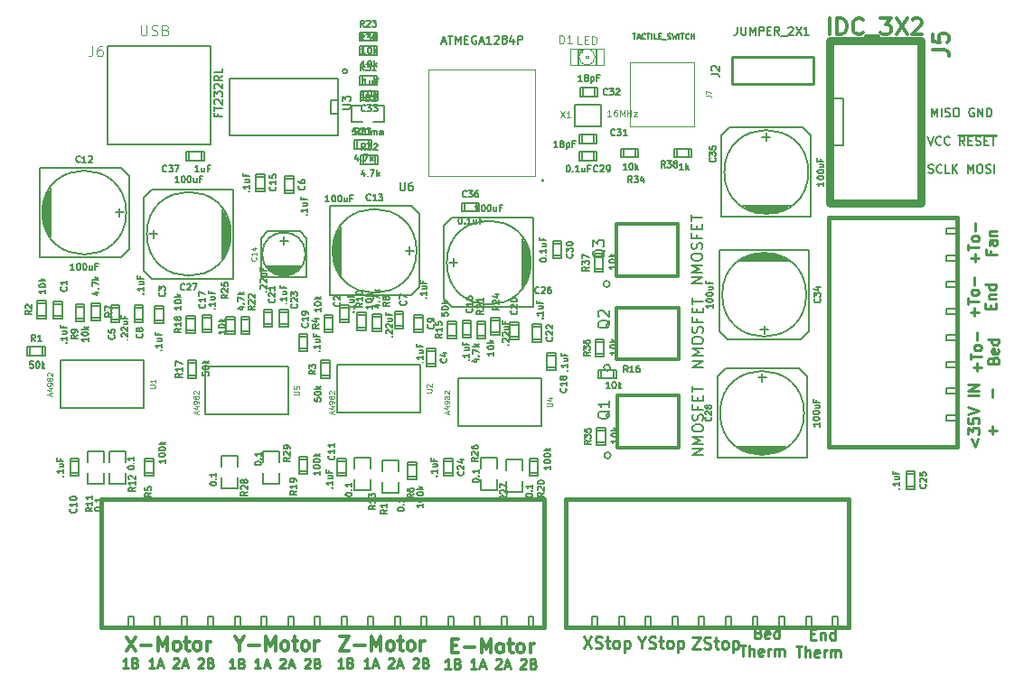
<source format=gbr>
G04 #@! TF.FileFunction,Legend,Top*
%FSLAX46Y46*%
G04 Gerber Fmt 4.6, Leading zero omitted, Abs format (unit mm)*
G04 Created by KiCad (PCBNEW (2015-08-20 BZR 6109)-product) date Wed 02 Sep 2015 09:03:58 PM PDT*
%MOMM*%
G01*
G04 APERTURE LIST*
%ADD10C,0.150000*%
%ADD11C,0.200000*%
%ADD12C,0.250000*%
%ADD13C,0.275000*%
%ADD14C,0.225000*%
%ADD15C,0.300000*%
%ADD16C,0.127000*%
%ADD17C,0.050800*%
%ADD18C,0.066040*%
%ADD19C,0.101600*%
%ADD20C,0.099060*%
%ADD21C,0.381000*%
%ADD22C,0.762000*%
%ADD23C,0.254000*%
%ADD24C,0.304800*%
%ADD25C,0.170180*%
%ADD26C,0.112500*%
%ADD27C,0.088900*%
%ADD28C,0.100000*%
%ADD29C,0.119380*%
%ADD30C,0.190500*%
%ADD31C,0.203200*%
%ADD32C,0.124460*%
G04 APERTURE END LIST*
D10*
D11*
X172319048Y-70121905D02*
X172319048Y-69321905D01*
X172585715Y-69893333D01*
X172852382Y-69321905D01*
X172852382Y-70121905D01*
X173233334Y-70121905D02*
X173233334Y-69321905D01*
X173576191Y-70083810D02*
X173690477Y-70121905D01*
X173880953Y-70121905D01*
X173957143Y-70083810D01*
X173995239Y-70045714D01*
X174033334Y-69969524D01*
X174033334Y-69893333D01*
X173995239Y-69817143D01*
X173957143Y-69779048D01*
X173880953Y-69740952D01*
X173728572Y-69702857D01*
X173652381Y-69664762D01*
X173614286Y-69626667D01*
X173576191Y-69550476D01*
X173576191Y-69474286D01*
X173614286Y-69398095D01*
X173652381Y-69360000D01*
X173728572Y-69321905D01*
X173919048Y-69321905D01*
X174033334Y-69360000D01*
X174528572Y-69321905D02*
X174680953Y-69321905D01*
X174757144Y-69360000D01*
X174833334Y-69436190D01*
X174871429Y-69588571D01*
X174871429Y-69855238D01*
X174833334Y-70007619D01*
X174757144Y-70083810D01*
X174680953Y-70121905D01*
X174528572Y-70121905D01*
X174452382Y-70083810D01*
X174376191Y-70007619D01*
X174338096Y-69855238D01*
X174338096Y-69588571D01*
X174376191Y-69436190D01*
X174452382Y-69360000D01*
X174528572Y-69321905D01*
X176242858Y-69360000D02*
X176166667Y-69321905D01*
X176052382Y-69321905D01*
X175938096Y-69360000D01*
X175861905Y-69436190D01*
X175823810Y-69512381D01*
X175785715Y-69664762D01*
X175785715Y-69779048D01*
X175823810Y-69931429D01*
X175861905Y-70007619D01*
X175938096Y-70083810D01*
X176052382Y-70121905D01*
X176128572Y-70121905D01*
X176242858Y-70083810D01*
X176280953Y-70045714D01*
X176280953Y-69779048D01*
X176128572Y-69779048D01*
X176623810Y-70121905D02*
X176623810Y-69321905D01*
X177080953Y-70121905D01*
X177080953Y-69321905D01*
X177461905Y-70121905D02*
X177461905Y-69321905D01*
X177652381Y-69321905D01*
X177766667Y-69360000D01*
X177842858Y-69436190D01*
X177880953Y-69512381D01*
X177919048Y-69664762D01*
X177919048Y-69779048D01*
X177880953Y-69931429D01*
X177842858Y-70007619D01*
X177766667Y-70083810D01*
X177652381Y-70121905D01*
X177461905Y-70121905D01*
X171919047Y-71961905D02*
X172185714Y-72761905D01*
X172452381Y-71961905D01*
X173176190Y-72685714D02*
X173138095Y-72723810D01*
X173023809Y-72761905D01*
X172947619Y-72761905D01*
X172833333Y-72723810D01*
X172757142Y-72647619D01*
X172719047Y-72571429D01*
X172680952Y-72419048D01*
X172680952Y-72304762D01*
X172719047Y-72152381D01*
X172757142Y-72076190D01*
X172833333Y-72000000D01*
X172947619Y-71961905D01*
X173023809Y-71961905D01*
X173138095Y-72000000D01*
X173176190Y-72038095D01*
X173976190Y-72685714D02*
X173938095Y-72723810D01*
X173823809Y-72761905D01*
X173747619Y-72761905D01*
X173633333Y-72723810D01*
X173557142Y-72647619D01*
X173519047Y-72571429D01*
X173480952Y-72419048D01*
X173480952Y-72304762D01*
X173519047Y-72152381D01*
X173557142Y-72076190D01*
X173633333Y-72000000D01*
X173747619Y-71961905D01*
X173823809Y-71961905D01*
X173938095Y-72000000D01*
X173976190Y-72038095D01*
X175385714Y-72761905D02*
X175119047Y-72380952D01*
X174928571Y-72761905D02*
X174928571Y-71961905D01*
X175233333Y-71961905D01*
X175309524Y-72000000D01*
X175347619Y-72038095D01*
X175385714Y-72114286D01*
X175385714Y-72228571D01*
X175347619Y-72304762D01*
X175309524Y-72342857D01*
X175233333Y-72380952D01*
X174928571Y-72380952D01*
X175728571Y-72342857D02*
X175995238Y-72342857D01*
X176109524Y-72761905D02*
X175728571Y-72761905D01*
X175728571Y-71961905D01*
X176109524Y-71961905D01*
X176414286Y-72723810D02*
X176528572Y-72761905D01*
X176719048Y-72761905D01*
X176795238Y-72723810D01*
X176833334Y-72685714D01*
X176871429Y-72609524D01*
X176871429Y-72533333D01*
X176833334Y-72457143D01*
X176795238Y-72419048D01*
X176719048Y-72380952D01*
X176566667Y-72342857D01*
X176490476Y-72304762D01*
X176452381Y-72266667D01*
X176414286Y-72190476D01*
X176414286Y-72114286D01*
X176452381Y-72038095D01*
X176490476Y-72000000D01*
X176566667Y-71961905D01*
X176757143Y-71961905D01*
X176871429Y-72000000D01*
X177214286Y-72342857D02*
X177480953Y-72342857D01*
X177595239Y-72761905D02*
X177214286Y-72761905D01*
X177214286Y-71961905D01*
X177595239Y-71961905D01*
X177823810Y-71961905D02*
X178280953Y-71961905D01*
X178052382Y-72761905D02*
X178052382Y-71961905D01*
X174738095Y-71824000D02*
X178357144Y-71824000D01*
X171995238Y-75363810D02*
X172109524Y-75401905D01*
X172300000Y-75401905D01*
X172376190Y-75363810D01*
X172414286Y-75325714D01*
X172452381Y-75249524D01*
X172452381Y-75173333D01*
X172414286Y-75097143D01*
X172376190Y-75059048D01*
X172300000Y-75020952D01*
X172147619Y-74982857D01*
X172071428Y-74944762D01*
X172033333Y-74906667D01*
X171995238Y-74830476D01*
X171995238Y-74754286D01*
X172033333Y-74678095D01*
X172071428Y-74640000D01*
X172147619Y-74601905D01*
X172338095Y-74601905D01*
X172452381Y-74640000D01*
X173252381Y-75325714D02*
X173214286Y-75363810D01*
X173100000Y-75401905D01*
X173023810Y-75401905D01*
X172909524Y-75363810D01*
X172833333Y-75287619D01*
X172795238Y-75211429D01*
X172757143Y-75059048D01*
X172757143Y-74944762D01*
X172795238Y-74792381D01*
X172833333Y-74716190D01*
X172909524Y-74640000D01*
X173023810Y-74601905D01*
X173100000Y-74601905D01*
X173214286Y-74640000D01*
X173252381Y-74678095D01*
X173976191Y-75401905D02*
X173595238Y-75401905D01*
X173595238Y-74601905D01*
X174242857Y-75401905D02*
X174242857Y-74601905D01*
X174700000Y-75401905D02*
X174357143Y-74944762D01*
X174700000Y-74601905D02*
X174242857Y-75059048D01*
X175652381Y-75401905D02*
X175652381Y-74601905D01*
X175919048Y-75173333D01*
X176185715Y-74601905D01*
X176185715Y-75401905D01*
X176719048Y-74601905D02*
X176871429Y-74601905D01*
X176947620Y-74640000D01*
X177023810Y-74716190D01*
X177061905Y-74868571D01*
X177061905Y-75135238D01*
X177023810Y-75287619D01*
X176947620Y-75363810D01*
X176871429Y-75401905D01*
X176719048Y-75401905D01*
X176642858Y-75363810D01*
X176566667Y-75287619D01*
X176528572Y-75135238D01*
X176528572Y-74868571D01*
X176566667Y-74716190D01*
X176642858Y-74640000D01*
X176719048Y-74601905D01*
X177366667Y-75363810D02*
X177480953Y-75401905D01*
X177671429Y-75401905D01*
X177747619Y-75363810D01*
X177785715Y-75325714D01*
X177823810Y-75249524D01*
X177823810Y-75173333D01*
X177785715Y-75097143D01*
X177747619Y-75059048D01*
X177671429Y-75020952D01*
X177519048Y-74982857D01*
X177442857Y-74944762D01*
X177404762Y-74906667D01*
X177366667Y-74830476D01*
X177366667Y-74754286D01*
X177404762Y-74678095D01*
X177442857Y-74640000D01*
X177519048Y-74601905D01*
X177709524Y-74601905D01*
X177823810Y-74640000D01*
X178166667Y-75401905D02*
X178166667Y-74601905D01*
D12*
X176049514Y-100288457D02*
X176335229Y-101050362D01*
X176620943Y-100288457D01*
X175716181Y-99907505D02*
X175716181Y-99288457D01*
X176097133Y-99621791D01*
X176097133Y-99478933D01*
X176144752Y-99383695D01*
X176192371Y-99336076D01*
X176287610Y-99288457D01*
X176525705Y-99288457D01*
X176620943Y-99336076D01*
X176668562Y-99383695D01*
X176716181Y-99478933D01*
X176716181Y-99764648D01*
X176668562Y-99859886D01*
X176620943Y-99907505D01*
X175716181Y-98383695D02*
X175716181Y-98859886D01*
X176192371Y-98907505D01*
X176144752Y-98859886D01*
X176097133Y-98764648D01*
X176097133Y-98526552D01*
X176144752Y-98431314D01*
X176192371Y-98383695D01*
X176287610Y-98336076D01*
X176525705Y-98336076D01*
X176620943Y-98383695D01*
X176668562Y-98431314D01*
X176716181Y-98526552D01*
X176716181Y-98764648D01*
X176668562Y-98859886D01*
X176620943Y-98907505D01*
X175716181Y-98050362D02*
X176716181Y-97717029D01*
X175716181Y-97383695D01*
X176716181Y-96288457D02*
X175716181Y-96288457D01*
X176716181Y-95812267D02*
X175716181Y-95812267D01*
X176716181Y-95240838D01*
X175716181Y-95240838D01*
X177985229Y-99907505D02*
X177985229Y-99145600D01*
X178366181Y-99526552D02*
X177604276Y-99526552D01*
X177985229Y-96383695D02*
X177985229Y-95621790D01*
X176335229Y-83748333D02*
X176335229Y-82986428D01*
X176716181Y-83367380D02*
X175954276Y-83367380D01*
X175716181Y-82653095D02*
X175716181Y-82081666D01*
X176716181Y-82367381D02*
X175716181Y-82367381D01*
X176716181Y-81605476D02*
X176668562Y-81700714D01*
X176620943Y-81748333D01*
X176525705Y-81795952D01*
X176239990Y-81795952D01*
X176144752Y-81748333D01*
X176097133Y-81700714D01*
X176049514Y-81605476D01*
X176049514Y-81462618D01*
X176097133Y-81367380D01*
X176144752Y-81319761D01*
X176239990Y-81272142D01*
X176525705Y-81272142D01*
X176620943Y-81319761D01*
X176668562Y-81367380D01*
X176716181Y-81462618D01*
X176716181Y-81605476D01*
X176335229Y-80843571D02*
X176335229Y-80081666D01*
X177842371Y-82676904D02*
X177842371Y-83010238D01*
X178366181Y-83010238D02*
X177366181Y-83010238D01*
X177366181Y-82534047D01*
X178366181Y-81724523D02*
X177842371Y-81724523D01*
X177747133Y-81772142D01*
X177699514Y-81867380D01*
X177699514Y-82057857D01*
X177747133Y-82153095D01*
X178318562Y-81724523D02*
X178366181Y-81819761D01*
X178366181Y-82057857D01*
X178318562Y-82153095D01*
X178223324Y-82200714D01*
X178128086Y-82200714D01*
X178032848Y-82153095D01*
X177985229Y-82057857D01*
X177985229Y-81819761D01*
X177937610Y-81724523D01*
X177699514Y-81248333D02*
X178366181Y-81248333D01*
X177794752Y-81248333D02*
X177747133Y-81200714D01*
X177699514Y-81105476D01*
X177699514Y-80962618D01*
X177747133Y-80867380D01*
X177842371Y-80819761D01*
X178366181Y-80819761D01*
X176284429Y-88802933D02*
X176284429Y-88041028D01*
X176665381Y-88421980D02*
X175903476Y-88421980D01*
X175665381Y-87707695D02*
X175665381Y-87136266D01*
X176665381Y-87421981D02*
X175665381Y-87421981D01*
X176665381Y-86660076D02*
X176617762Y-86755314D01*
X176570143Y-86802933D01*
X176474905Y-86850552D01*
X176189190Y-86850552D01*
X176093952Y-86802933D01*
X176046333Y-86755314D01*
X175998714Y-86660076D01*
X175998714Y-86517218D01*
X176046333Y-86421980D01*
X176093952Y-86374361D01*
X176189190Y-86326742D01*
X176474905Y-86326742D01*
X176570143Y-86374361D01*
X176617762Y-86421980D01*
X176665381Y-86517218D01*
X176665381Y-86660076D01*
X176284429Y-85898171D02*
X176284429Y-85136266D01*
X177791571Y-88088648D02*
X177791571Y-87755314D01*
X178315381Y-87612457D02*
X178315381Y-88088648D01*
X177315381Y-88088648D01*
X177315381Y-87612457D01*
X177648714Y-87183886D02*
X178315381Y-87183886D01*
X177743952Y-87183886D02*
X177696333Y-87136267D01*
X177648714Y-87041029D01*
X177648714Y-86898171D01*
X177696333Y-86802933D01*
X177791571Y-86755314D01*
X178315381Y-86755314D01*
X178315381Y-85850552D02*
X177315381Y-85850552D01*
X178267762Y-85850552D02*
X178315381Y-85945790D01*
X178315381Y-86136267D01*
X178267762Y-86231505D01*
X178220143Y-86279124D01*
X178124905Y-86326743D01*
X177839190Y-86326743D01*
X177743952Y-86279124D01*
X177696333Y-86231505D01*
X177648714Y-86136267D01*
X177648714Y-85945790D01*
X177696333Y-85850552D01*
X176538429Y-93984533D02*
X176538429Y-93222628D01*
X176919381Y-93603580D02*
X176157476Y-93603580D01*
X175919381Y-92889295D02*
X175919381Y-92317866D01*
X176919381Y-92603581D02*
X175919381Y-92603581D01*
X176919381Y-91841676D02*
X176871762Y-91936914D01*
X176824143Y-91984533D01*
X176728905Y-92032152D01*
X176443190Y-92032152D01*
X176347952Y-91984533D01*
X176300333Y-91936914D01*
X176252714Y-91841676D01*
X176252714Y-91698818D01*
X176300333Y-91603580D01*
X176347952Y-91555961D01*
X176443190Y-91508342D01*
X176728905Y-91508342D01*
X176824143Y-91555961D01*
X176871762Y-91603580D01*
X176919381Y-91698818D01*
X176919381Y-91841676D01*
X176538429Y-91079771D02*
X176538429Y-90317866D01*
X178045571Y-92960723D02*
X178093190Y-92817866D01*
X178140810Y-92770247D01*
X178236048Y-92722628D01*
X178378905Y-92722628D01*
X178474143Y-92770247D01*
X178521762Y-92817866D01*
X178569381Y-92913104D01*
X178569381Y-93294057D01*
X177569381Y-93294057D01*
X177569381Y-92960723D01*
X177617000Y-92865485D01*
X177664619Y-92817866D01*
X177759857Y-92770247D01*
X177855095Y-92770247D01*
X177950333Y-92817866D01*
X177997952Y-92865485D01*
X178045571Y-92960723D01*
X178045571Y-93294057D01*
X178521762Y-91913104D02*
X178569381Y-92008342D01*
X178569381Y-92198819D01*
X178521762Y-92294057D01*
X178426524Y-92341676D01*
X178045571Y-92341676D01*
X177950333Y-92294057D01*
X177902714Y-92198819D01*
X177902714Y-92008342D01*
X177950333Y-91913104D01*
X178045571Y-91865485D01*
X178140810Y-91865485D01*
X178236048Y-92341676D01*
X178569381Y-91008342D02*
X177569381Y-91008342D01*
X178521762Y-91008342D02*
X178569381Y-91103580D01*
X178569381Y-91294057D01*
X178521762Y-91389295D01*
X178474143Y-91436914D01*
X178378905Y-91484533D01*
X178093190Y-91484533D01*
X177997952Y-91436914D01*
X177950333Y-91389295D01*
X177902714Y-91294057D01*
X177902714Y-91103580D01*
X177950333Y-91008342D01*
X160971905Y-118643571D02*
X161305239Y-118643571D01*
X161448096Y-119167381D02*
X160971905Y-119167381D01*
X160971905Y-118167381D01*
X161448096Y-118167381D01*
X161876667Y-118500714D02*
X161876667Y-119167381D01*
X161876667Y-118595952D02*
X161924286Y-118548333D01*
X162019524Y-118500714D01*
X162162382Y-118500714D01*
X162257620Y-118548333D01*
X162305239Y-118643571D01*
X162305239Y-119167381D01*
X163210001Y-119167381D02*
X163210001Y-118167381D01*
X163210001Y-119119762D02*
X163114763Y-119167381D01*
X162924286Y-119167381D01*
X162829048Y-119119762D01*
X162781429Y-119072143D01*
X162733810Y-118976905D01*
X162733810Y-118691190D01*
X162781429Y-118595952D01*
X162829048Y-118548333D01*
X162924286Y-118500714D01*
X163114763Y-118500714D01*
X163210001Y-118548333D01*
X159567143Y-119817381D02*
X160138572Y-119817381D01*
X159852857Y-120817381D02*
X159852857Y-119817381D01*
X160471905Y-120817381D02*
X160471905Y-119817381D01*
X160900477Y-120817381D02*
X160900477Y-120293571D01*
X160852858Y-120198333D01*
X160757620Y-120150714D01*
X160614762Y-120150714D01*
X160519524Y-120198333D01*
X160471905Y-120245952D01*
X161757620Y-120769762D02*
X161662382Y-120817381D01*
X161471905Y-120817381D01*
X161376667Y-120769762D01*
X161329048Y-120674524D01*
X161329048Y-120293571D01*
X161376667Y-120198333D01*
X161471905Y-120150714D01*
X161662382Y-120150714D01*
X161757620Y-120198333D01*
X161805239Y-120293571D01*
X161805239Y-120388810D01*
X161329048Y-120484048D01*
X162233810Y-120817381D02*
X162233810Y-120150714D01*
X162233810Y-120341190D02*
X162281429Y-120245952D01*
X162329048Y-120198333D01*
X162424286Y-120150714D01*
X162519525Y-120150714D01*
X162852858Y-120817381D02*
X162852858Y-120150714D01*
X162852858Y-120245952D02*
X162900477Y-120198333D01*
X162995715Y-120150714D01*
X163138573Y-120150714D01*
X163233811Y-120198333D01*
X163281430Y-120293571D01*
X163281430Y-120817381D01*
X163281430Y-120293571D02*
X163329049Y-120198333D01*
X163424287Y-120150714D01*
X163567144Y-120150714D01*
X163662382Y-120198333D01*
X163710001Y-120293571D01*
X163710001Y-120817381D01*
X156031429Y-118523571D02*
X156174286Y-118571190D01*
X156221905Y-118618810D01*
X156269524Y-118714048D01*
X156269524Y-118856905D01*
X156221905Y-118952143D01*
X156174286Y-118999762D01*
X156079048Y-119047381D01*
X155698095Y-119047381D01*
X155698095Y-118047381D01*
X156031429Y-118047381D01*
X156126667Y-118095000D01*
X156174286Y-118142619D01*
X156221905Y-118237857D01*
X156221905Y-118333095D01*
X156174286Y-118428333D01*
X156126667Y-118475952D01*
X156031429Y-118523571D01*
X155698095Y-118523571D01*
X157079048Y-118999762D02*
X156983810Y-119047381D01*
X156793333Y-119047381D01*
X156698095Y-118999762D01*
X156650476Y-118904524D01*
X156650476Y-118523571D01*
X156698095Y-118428333D01*
X156793333Y-118380714D01*
X156983810Y-118380714D01*
X157079048Y-118428333D01*
X157126667Y-118523571D01*
X157126667Y-118618810D01*
X156650476Y-118714048D01*
X157983810Y-119047381D02*
X157983810Y-118047381D01*
X157983810Y-118999762D02*
X157888572Y-119047381D01*
X157698095Y-119047381D01*
X157602857Y-118999762D01*
X157555238Y-118952143D01*
X157507619Y-118856905D01*
X157507619Y-118571190D01*
X157555238Y-118475952D01*
X157602857Y-118428333D01*
X157698095Y-118380714D01*
X157888572Y-118380714D01*
X157983810Y-118428333D01*
X154317143Y-119697381D02*
X154888572Y-119697381D01*
X154602857Y-120697381D02*
X154602857Y-119697381D01*
X155221905Y-120697381D02*
X155221905Y-119697381D01*
X155650477Y-120697381D02*
X155650477Y-120173571D01*
X155602858Y-120078333D01*
X155507620Y-120030714D01*
X155364762Y-120030714D01*
X155269524Y-120078333D01*
X155221905Y-120125952D01*
X156507620Y-120649762D02*
X156412382Y-120697381D01*
X156221905Y-120697381D01*
X156126667Y-120649762D01*
X156079048Y-120554524D01*
X156079048Y-120173571D01*
X156126667Y-120078333D01*
X156221905Y-120030714D01*
X156412382Y-120030714D01*
X156507620Y-120078333D01*
X156555239Y-120173571D01*
X156555239Y-120268810D01*
X156079048Y-120364048D01*
X156983810Y-120697381D02*
X156983810Y-120030714D01*
X156983810Y-120221190D02*
X157031429Y-120125952D01*
X157079048Y-120078333D01*
X157174286Y-120030714D01*
X157269525Y-120030714D01*
X157602858Y-120697381D02*
X157602858Y-120030714D01*
X157602858Y-120125952D02*
X157650477Y-120078333D01*
X157745715Y-120030714D01*
X157888573Y-120030714D01*
X157983811Y-120078333D01*
X158031430Y-120173571D01*
X158031430Y-120697381D01*
X158031430Y-120173571D02*
X158079049Y-120078333D01*
X158174287Y-120030714D01*
X158317144Y-120030714D01*
X158412382Y-120078333D01*
X158460001Y-120173571D01*
X158460001Y-120697381D01*
D13*
X149870001Y-118927619D02*
X150603334Y-118927619D01*
X149870001Y-120027619D01*
X150603334Y-120027619D01*
X150970001Y-119975238D02*
X151127144Y-120027619D01*
X151389048Y-120027619D01*
X151493810Y-119975238D01*
X151546191Y-119922857D01*
X151598572Y-119818095D01*
X151598572Y-119713333D01*
X151546191Y-119608571D01*
X151493810Y-119556190D01*
X151389048Y-119503810D01*
X151179525Y-119451429D01*
X151074763Y-119399048D01*
X151022382Y-119346667D01*
X150970001Y-119241905D01*
X150970001Y-119137143D01*
X151022382Y-119032381D01*
X151074763Y-118980000D01*
X151179525Y-118927619D01*
X151441429Y-118927619D01*
X151598572Y-118980000D01*
X151912858Y-119294286D02*
X152331906Y-119294286D01*
X152070001Y-118927619D02*
X152070001Y-119870476D01*
X152122382Y-119975238D01*
X152227144Y-120027619D01*
X152331906Y-120027619D01*
X152855715Y-120027619D02*
X152750953Y-119975238D01*
X152698572Y-119922857D01*
X152646191Y-119818095D01*
X152646191Y-119503810D01*
X152698572Y-119399048D01*
X152750953Y-119346667D01*
X152855715Y-119294286D01*
X153012857Y-119294286D01*
X153117619Y-119346667D01*
X153170000Y-119399048D01*
X153222381Y-119503810D01*
X153222381Y-119818095D01*
X153170000Y-119922857D01*
X153117619Y-119975238D01*
X153012857Y-120027619D01*
X152855715Y-120027619D01*
X153693810Y-119294286D02*
X153693810Y-120394286D01*
X153693810Y-119346667D02*
X153798572Y-119294286D01*
X154008095Y-119294286D01*
X154112857Y-119346667D01*
X154165238Y-119399048D01*
X154217619Y-119503810D01*
X154217619Y-119818095D01*
X154165238Y-119922857D01*
X154112857Y-119975238D01*
X154008095Y-120027619D01*
X153798572Y-120027619D01*
X153693810Y-119975238D01*
X145126668Y-119453810D02*
X145126668Y-119977619D01*
X144760001Y-118877619D02*
X145126668Y-119453810D01*
X145493334Y-118877619D01*
X145807620Y-119925238D02*
X145964763Y-119977619D01*
X146226667Y-119977619D01*
X146331429Y-119925238D01*
X146383810Y-119872857D01*
X146436191Y-119768095D01*
X146436191Y-119663333D01*
X146383810Y-119558571D01*
X146331429Y-119506190D01*
X146226667Y-119453810D01*
X146017144Y-119401429D01*
X145912382Y-119349048D01*
X145860001Y-119296667D01*
X145807620Y-119191905D01*
X145807620Y-119087143D01*
X145860001Y-118982381D01*
X145912382Y-118930000D01*
X146017144Y-118877619D01*
X146279048Y-118877619D01*
X146436191Y-118930000D01*
X146750477Y-119244286D02*
X147169525Y-119244286D01*
X146907620Y-118877619D02*
X146907620Y-119820476D01*
X146960001Y-119925238D01*
X147064763Y-119977619D01*
X147169525Y-119977619D01*
X147693334Y-119977619D02*
X147588572Y-119925238D01*
X147536191Y-119872857D01*
X147483810Y-119768095D01*
X147483810Y-119453810D01*
X147536191Y-119349048D01*
X147588572Y-119296667D01*
X147693334Y-119244286D01*
X147850476Y-119244286D01*
X147955238Y-119296667D01*
X148007619Y-119349048D01*
X148060000Y-119453810D01*
X148060000Y-119768095D01*
X148007619Y-119872857D01*
X147955238Y-119925238D01*
X147850476Y-119977619D01*
X147693334Y-119977619D01*
X148531429Y-119244286D02*
X148531429Y-120344286D01*
X148531429Y-119296667D02*
X148636191Y-119244286D01*
X148845714Y-119244286D01*
X148950476Y-119296667D01*
X149002857Y-119349048D01*
X149055238Y-119453810D01*
X149055238Y-119768095D01*
X149002857Y-119872857D01*
X148950476Y-119925238D01*
X148845714Y-119977619D01*
X148636191Y-119977619D01*
X148531429Y-119925238D01*
X139680001Y-118877619D02*
X140413334Y-119977619D01*
X140413334Y-118877619D02*
X139680001Y-119977619D01*
X140780001Y-119925238D02*
X140937144Y-119977619D01*
X141199048Y-119977619D01*
X141303810Y-119925238D01*
X141356191Y-119872857D01*
X141408572Y-119768095D01*
X141408572Y-119663333D01*
X141356191Y-119558571D01*
X141303810Y-119506190D01*
X141199048Y-119453810D01*
X140989525Y-119401429D01*
X140884763Y-119349048D01*
X140832382Y-119296667D01*
X140780001Y-119191905D01*
X140780001Y-119087143D01*
X140832382Y-118982381D01*
X140884763Y-118930000D01*
X140989525Y-118877619D01*
X141251429Y-118877619D01*
X141408572Y-118930000D01*
X141722858Y-119244286D02*
X142141906Y-119244286D01*
X141880001Y-118877619D02*
X141880001Y-119820476D01*
X141932382Y-119925238D01*
X142037144Y-119977619D01*
X142141906Y-119977619D01*
X142665715Y-119977619D02*
X142560953Y-119925238D01*
X142508572Y-119872857D01*
X142456191Y-119768095D01*
X142456191Y-119453810D01*
X142508572Y-119349048D01*
X142560953Y-119296667D01*
X142665715Y-119244286D01*
X142822857Y-119244286D01*
X142927619Y-119296667D01*
X142980000Y-119349048D01*
X143032381Y-119453810D01*
X143032381Y-119768095D01*
X142980000Y-119872857D01*
X142927619Y-119925238D01*
X142822857Y-119977619D01*
X142665715Y-119977619D01*
X143503810Y-119244286D02*
X143503810Y-120344286D01*
X143503810Y-119296667D02*
X143608572Y-119244286D01*
X143818095Y-119244286D01*
X143922857Y-119296667D01*
X143975238Y-119349048D01*
X144027619Y-119453810D01*
X144027619Y-119768095D01*
X143975238Y-119872857D01*
X143922857Y-119925238D01*
X143818095Y-119977619D01*
X143608572Y-119977619D01*
X143503810Y-119925238D01*
D14*
X127221428Y-121867143D02*
X126707143Y-121867143D01*
X126964285Y-121867143D02*
X126964285Y-120967143D01*
X126878571Y-121095714D01*
X126792857Y-121181429D01*
X126707143Y-121224286D01*
X127907143Y-121395714D02*
X128035714Y-121438571D01*
X128078571Y-121481429D01*
X128121428Y-121567143D01*
X128121428Y-121695714D01*
X128078571Y-121781429D01*
X128035714Y-121824286D01*
X127950000Y-121867143D01*
X127607143Y-121867143D01*
X127607143Y-120967143D01*
X127907143Y-120967143D01*
X127992857Y-121010000D01*
X128035714Y-121052857D01*
X128078571Y-121138571D01*
X128078571Y-121224286D01*
X128035714Y-121310000D01*
X127992857Y-121352857D01*
X127907143Y-121395714D01*
X127607143Y-121395714D01*
X129664285Y-121867143D02*
X129150000Y-121867143D01*
X129407142Y-121867143D02*
X129407142Y-120967143D01*
X129321428Y-121095714D01*
X129235714Y-121181429D01*
X129150000Y-121224286D01*
X130007143Y-121610000D02*
X130435714Y-121610000D01*
X129921428Y-121867143D02*
X130221428Y-120967143D01*
X130521428Y-121867143D01*
X131464286Y-121052857D02*
X131507143Y-121010000D01*
X131592857Y-120967143D01*
X131807143Y-120967143D01*
X131892857Y-121010000D01*
X131935714Y-121052857D01*
X131978571Y-121138571D01*
X131978571Y-121224286D01*
X131935714Y-121352857D01*
X131421428Y-121867143D01*
X131978571Y-121867143D01*
X132321429Y-121610000D02*
X132750000Y-121610000D01*
X132235714Y-121867143D02*
X132535714Y-120967143D01*
X132835714Y-121867143D01*
X133778572Y-121052857D02*
X133821429Y-121010000D01*
X133907143Y-120967143D01*
X134121429Y-120967143D01*
X134207143Y-121010000D01*
X134250000Y-121052857D01*
X134292857Y-121138571D01*
X134292857Y-121224286D01*
X134250000Y-121352857D01*
X133735714Y-121867143D01*
X134292857Y-121867143D01*
X134978572Y-121395714D02*
X135107143Y-121438571D01*
X135150000Y-121481429D01*
X135192857Y-121567143D01*
X135192857Y-121695714D01*
X135150000Y-121781429D01*
X135107143Y-121824286D01*
X135021429Y-121867143D01*
X134678572Y-121867143D01*
X134678572Y-120967143D01*
X134978572Y-120967143D01*
X135064286Y-121010000D01*
X135107143Y-121052857D01*
X135150000Y-121138571D01*
X135150000Y-121224286D01*
X135107143Y-121310000D01*
X135064286Y-121352857D01*
X134978572Y-121395714D01*
X134678572Y-121395714D01*
X117161428Y-121817143D02*
X116647143Y-121817143D01*
X116904285Y-121817143D02*
X116904285Y-120917143D01*
X116818571Y-121045714D01*
X116732857Y-121131429D01*
X116647143Y-121174286D01*
X117847143Y-121345714D02*
X117975714Y-121388571D01*
X118018571Y-121431429D01*
X118061428Y-121517143D01*
X118061428Y-121645714D01*
X118018571Y-121731429D01*
X117975714Y-121774286D01*
X117890000Y-121817143D01*
X117547143Y-121817143D01*
X117547143Y-120917143D01*
X117847143Y-120917143D01*
X117932857Y-120960000D01*
X117975714Y-121002857D01*
X118018571Y-121088571D01*
X118018571Y-121174286D01*
X117975714Y-121260000D01*
X117932857Y-121302857D01*
X117847143Y-121345714D01*
X117547143Y-121345714D01*
X119604285Y-121817143D02*
X119090000Y-121817143D01*
X119347142Y-121817143D02*
X119347142Y-120917143D01*
X119261428Y-121045714D01*
X119175714Y-121131429D01*
X119090000Y-121174286D01*
X119947143Y-121560000D02*
X120375714Y-121560000D01*
X119861428Y-121817143D02*
X120161428Y-120917143D01*
X120461428Y-121817143D01*
X121404286Y-121002857D02*
X121447143Y-120960000D01*
X121532857Y-120917143D01*
X121747143Y-120917143D01*
X121832857Y-120960000D01*
X121875714Y-121002857D01*
X121918571Y-121088571D01*
X121918571Y-121174286D01*
X121875714Y-121302857D01*
X121361428Y-121817143D01*
X121918571Y-121817143D01*
X122261429Y-121560000D02*
X122690000Y-121560000D01*
X122175714Y-121817143D02*
X122475714Y-120917143D01*
X122775714Y-121817143D01*
X123718572Y-121002857D02*
X123761429Y-120960000D01*
X123847143Y-120917143D01*
X124061429Y-120917143D01*
X124147143Y-120960000D01*
X124190000Y-121002857D01*
X124232857Y-121088571D01*
X124232857Y-121174286D01*
X124190000Y-121302857D01*
X123675714Y-121817143D01*
X124232857Y-121817143D01*
X124918572Y-121345714D02*
X125047143Y-121388571D01*
X125090000Y-121431429D01*
X125132857Y-121517143D01*
X125132857Y-121645714D01*
X125090000Y-121731429D01*
X125047143Y-121774286D01*
X124961429Y-121817143D01*
X124618572Y-121817143D01*
X124618572Y-120917143D01*
X124918572Y-120917143D01*
X125004286Y-120960000D01*
X125047143Y-121002857D01*
X125090000Y-121088571D01*
X125090000Y-121174286D01*
X125047143Y-121260000D01*
X125004286Y-121302857D01*
X124918572Y-121345714D01*
X124618572Y-121345714D01*
X106991428Y-121847143D02*
X106477143Y-121847143D01*
X106734285Y-121847143D02*
X106734285Y-120947143D01*
X106648571Y-121075714D01*
X106562857Y-121161429D01*
X106477143Y-121204286D01*
X107677143Y-121375714D02*
X107805714Y-121418571D01*
X107848571Y-121461429D01*
X107891428Y-121547143D01*
X107891428Y-121675714D01*
X107848571Y-121761429D01*
X107805714Y-121804286D01*
X107720000Y-121847143D01*
X107377143Y-121847143D01*
X107377143Y-120947143D01*
X107677143Y-120947143D01*
X107762857Y-120990000D01*
X107805714Y-121032857D01*
X107848571Y-121118571D01*
X107848571Y-121204286D01*
X107805714Y-121290000D01*
X107762857Y-121332857D01*
X107677143Y-121375714D01*
X107377143Y-121375714D01*
X109434285Y-121847143D02*
X108920000Y-121847143D01*
X109177142Y-121847143D02*
X109177142Y-120947143D01*
X109091428Y-121075714D01*
X109005714Y-121161429D01*
X108920000Y-121204286D01*
X109777143Y-121590000D02*
X110205714Y-121590000D01*
X109691428Y-121847143D02*
X109991428Y-120947143D01*
X110291428Y-121847143D01*
X111234286Y-121032857D02*
X111277143Y-120990000D01*
X111362857Y-120947143D01*
X111577143Y-120947143D01*
X111662857Y-120990000D01*
X111705714Y-121032857D01*
X111748571Y-121118571D01*
X111748571Y-121204286D01*
X111705714Y-121332857D01*
X111191428Y-121847143D01*
X111748571Y-121847143D01*
X112091429Y-121590000D02*
X112520000Y-121590000D01*
X112005714Y-121847143D02*
X112305714Y-120947143D01*
X112605714Y-121847143D01*
X113548572Y-121032857D02*
X113591429Y-120990000D01*
X113677143Y-120947143D01*
X113891429Y-120947143D01*
X113977143Y-120990000D01*
X114020000Y-121032857D01*
X114062857Y-121118571D01*
X114062857Y-121204286D01*
X114020000Y-121332857D01*
X113505714Y-121847143D01*
X114062857Y-121847143D01*
X114748572Y-121375714D02*
X114877143Y-121418571D01*
X114920000Y-121461429D01*
X114962857Y-121547143D01*
X114962857Y-121675714D01*
X114920000Y-121761429D01*
X114877143Y-121804286D01*
X114791429Y-121847143D01*
X114448572Y-121847143D01*
X114448572Y-120947143D01*
X114748572Y-120947143D01*
X114834286Y-120990000D01*
X114877143Y-121032857D01*
X114920000Y-121118571D01*
X114920000Y-121204286D01*
X114877143Y-121290000D01*
X114834286Y-121332857D01*
X114748572Y-121375714D01*
X114448572Y-121375714D01*
X97011428Y-121817143D02*
X96497143Y-121817143D01*
X96754285Y-121817143D02*
X96754285Y-120917143D01*
X96668571Y-121045714D01*
X96582857Y-121131429D01*
X96497143Y-121174286D01*
X97697143Y-121345714D02*
X97825714Y-121388571D01*
X97868571Y-121431429D01*
X97911428Y-121517143D01*
X97911428Y-121645714D01*
X97868571Y-121731429D01*
X97825714Y-121774286D01*
X97740000Y-121817143D01*
X97397143Y-121817143D01*
X97397143Y-120917143D01*
X97697143Y-120917143D01*
X97782857Y-120960000D01*
X97825714Y-121002857D01*
X97868571Y-121088571D01*
X97868571Y-121174286D01*
X97825714Y-121260000D01*
X97782857Y-121302857D01*
X97697143Y-121345714D01*
X97397143Y-121345714D01*
X99454285Y-121817143D02*
X98940000Y-121817143D01*
X99197142Y-121817143D02*
X99197142Y-120917143D01*
X99111428Y-121045714D01*
X99025714Y-121131429D01*
X98940000Y-121174286D01*
X99797143Y-121560000D02*
X100225714Y-121560000D01*
X99711428Y-121817143D02*
X100011428Y-120917143D01*
X100311428Y-121817143D01*
X101254286Y-121002857D02*
X101297143Y-120960000D01*
X101382857Y-120917143D01*
X101597143Y-120917143D01*
X101682857Y-120960000D01*
X101725714Y-121002857D01*
X101768571Y-121088571D01*
X101768571Y-121174286D01*
X101725714Y-121302857D01*
X101211428Y-121817143D01*
X101768571Y-121817143D01*
X102111429Y-121560000D02*
X102540000Y-121560000D01*
X102025714Y-121817143D02*
X102325714Y-120917143D01*
X102625714Y-121817143D01*
X103568572Y-121002857D02*
X103611429Y-120960000D01*
X103697143Y-120917143D01*
X103911429Y-120917143D01*
X103997143Y-120960000D01*
X104040000Y-121002857D01*
X104082857Y-121088571D01*
X104082857Y-121174286D01*
X104040000Y-121302857D01*
X103525714Y-121817143D01*
X104082857Y-121817143D01*
X104768572Y-121345714D02*
X104897143Y-121388571D01*
X104940000Y-121431429D01*
X104982857Y-121517143D01*
X104982857Y-121645714D01*
X104940000Y-121731429D01*
X104897143Y-121774286D01*
X104811429Y-121817143D01*
X104468572Y-121817143D01*
X104468572Y-120917143D01*
X104768572Y-120917143D01*
X104854286Y-120960000D01*
X104897143Y-121002857D01*
X104940000Y-121088571D01*
X104940000Y-121174286D01*
X104897143Y-121260000D01*
X104854286Y-121302857D01*
X104768572Y-121345714D01*
X104468572Y-121345714D01*
D15*
X127313811Y-119717143D02*
X127747144Y-119717143D01*
X127932858Y-120398095D02*
X127313811Y-120398095D01*
X127313811Y-119098095D01*
X127932858Y-119098095D01*
X128490001Y-119902857D02*
X129480477Y-119902857D01*
X130099525Y-120398095D02*
X130099525Y-119098095D01*
X130532858Y-120026667D01*
X130966191Y-119098095D01*
X130966191Y-120398095D01*
X131770953Y-120398095D02*
X131647144Y-120336190D01*
X131585239Y-120274286D01*
X131523334Y-120150476D01*
X131523334Y-119779048D01*
X131585239Y-119655238D01*
X131647144Y-119593333D01*
X131770953Y-119531429D01*
X131956667Y-119531429D01*
X132080477Y-119593333D01*
X132142382Y-119655238D01*
X132204286Y-119779048D01*
X132204286Y-120150476D01*
X132142382Y-120274286D01*
X132080477Y-120336190D01*
X131956667Y-120398095D01*
X131770953Y-120398095D01*
X132575715Y-119531429D02*
X133070953Y-119531429D01*
X132761429Y-119098095D02*
X132761429Y-120212381D01*
X132823334Y-120336190D01*
X132947143Y-120398095D01*
X133070953Y-120398095D01*
X133690000Y-120398095D02*
X133566191Y-120336190D01*
X133504286Y-120274286D01*
X133442381Y-120150476D01*
X133442381Y-119779048D01*
X133504286Y-119655238D01*
X133566191Y-119593333D01*
X133690000Y-119531429D01*
X133875714Y-119531429D01*
X133999524Y-119593333D01*
X134061429Y-119655238D01*
X134123333Y-119779048D01*
X134123333Y-120150476D01*
X134061429Y-120274286D01*
X133999524Y-120336190D01*
X133875714Y-120398095D01*
X133690000Y-120398095D01*
X134680476Y-120398095D02*
X134680476Y-119531429D01*
X134680476Y-119779048D02*
X134742381Y-119655238D01*
X134804285Y-119593333D01*
X134928095Y-119531429D01*
X135051904Y-119531429D01*
X116849048Y-118868095D02*
X117715715Y-118868095D01*
X116849048Y-120168095D01*
X117715715Y-120168095D01*
X118210953Y-119672857D02*
X119201429Y-119672857D01*
X119820477Y-120168095D02*
X119820477Y-118868095D01*
X120253810Y-119796667D01*
X120687143Y-118868095D01*
X120687143Y-120168095D01*
X121491905Y-120168095D02*
X121368096Y-120106190D01*
X121306191Y-120044286D01*
X121244286Y-119920476D01*
X121244286Y-119549048D01*
X121306191Y-119425238D01*
X121368096Y-119363333D01*
X121491905Y-119301429D01*
X121677619Y-119301429D01*
X121801429Y-119363333D01*
X121863334Y-119425238D01*
X121925238Y-119549048D01*
X121925238Y-119920476D01*
X121863334Y-120044286D01*
X121801429Y-120106190D01*
X121677619Y-120168095D01*
X121491905Y-120168095D01*
X122296667Y-119301429D02*
X122791905Y-119301429D01*
X122482381Y-118868095D02*
X122482381Y-119982381D01*
X122544286Y-120106190D01*
X122668095Y-120168095D01*
X122791905Y-120168095D01*
X123410952Y-120168095D02*
X123287143Y-120106190D01*
X123225238Y-120044286D01*
X123163333Y-119920476D01*
X123163333Y-119549048D01*
X123225238Y-119425238D01*
X123287143Y-119363333D01*
X123410952Y-119301429D01*
X123596666Y-119301429D01*
X123720476Y-119363333D01*
X123782381Y-119425238D01*
X123844285Y-119549048D01*
X123844285Y-119920476D01*
X123782381Y-120044286D01*
X123720476Y-120106190D01*
X123596666Y-120168095D01*
X123410952Y-120168095D01*
X124401428Y-120168095D02*
X124401428Y-119301429D01*
X124401428Y-119549048D02*
X124463333Y-119425238D01*
X124525237Y-119363333D01*
X124649047Y-119301429D01*
X124772856Y-119301429D01*
X107452382Y-119549048D02*
X107452382Y-120168095D01*
X107019049Y-118868095D02*
X107452382Y-119549048D01*
X107885715Y-118868095D01*
X108319049Y-119672857D02*
X109309525Y-119672857D01*
X109928573Y-120168095D02*
X109928573Y-118868095D01*
X110361906Y-119796667D01*
X110795239Y-118868095D01*
X110795239Y-120168095D01*
X111600001Y-120168095D02*
X111476192Y-120106190D01*
X111414287Y-120044286D01*
X111352382Y-119920476D01*
X111352382Y-119549048D01*
X111414287Y-119425238D01*
X111476192Y-119363333D01*
X111600001Y-119301429D01*
X111785715Y-119301429D01*
X111909525Y-119363333D01*
X111971430Y-119425238D01*
X112033334Y-119549048D01*
X112033334Y-119920476D01*
X111971430Y-120044286D01*
X111909525Y-120106190D01*
X111785715Y-120168095D01*
X111600001Y-120168095D01*
X112404763Y-119301429D02*
X112900001Y-119301429D01*
X112590477Y-118868095D02*
X112590477Y-119982381D01*
X112652382Y-120106190D01*
X112776191Y-120168095D01*
X112900001Y-120168095D01*
X113519048Y-120168095D02*
X113395239Y-120106190D01*
X113333334Y-120044286D01*
X113271429Y-119920476D01*
X113271429Y-119549048D01*
X113333334Y-119425238D01*
X113395239Y-119363333D01*
X113519048Y-119301429D01*
X113704762Y-119301429D01*
X113828572Y-119363333D01*
X113890477Y-119425238D01*
X113952381Y-119549048D01*
X113952381Y-119920476D01*
X113890477Y-120044286D01*
X113828572Y-120106190D01*
X113704762Y-120168095D01*
X113519048Y-120168095D01*
X114509524Y-120168095D02*
X114509524Y-119301429D01*
X114509524Y-119549048D02*
X114571429Y-119425238D01*
X114633333Y-119363333D01*
X114757143Y-119301429D01*
X114880952Y-119301429D01*
X96839048Y-118898095D02*
X97705715Y-120198095D01*
X97705715Y-118898095D02*
X96839048Y-120198095D01*
X98200953Y-119702857D02*
X99191429Y-119702857D01*
X99810477Y-120198095D02*
X99810477Y-118898095D01*
X100243810Y-119826667D01*
X100677143Y-118898095D01*
X100677143Y-120198095D01*
X101481905Y-120198095D02*
X101358096Y-120136190D01*
X101296191Y-120074286D01*
X101234286Y-119950476D01*
X101234286Y-119579048D01*
X101296191Y-119455238D01*
X101358096Y-119393333D01*
X101481905Y-119331429D01*
X101667619Y-119331429D01*
X101791429Y-119393333D01*
X101853334Y-119455238D01*
X101915238Y-119579048D01*
X101915238Y-119950476D01*
X101853334Y-120074286D01*
X101791429Y-120136190D01*
X101667619Y-120198095D01*
X101481905Y-120198095D01*
X102286667Y-119331429D02*
X102781905Y-119331429D01*
X102472381Y-118898095D02*
X102472381Y-120012381D01*
X102534286Y-120136190D01*
X102658095Y-120198095D01*
X102781905Y-120198095D01*
X103400952Y-120198095D02*
X103277143Y-120136190D01*
X103215238Y-120074286D01*
X103153333Y-119950476D01*
X103153333Y-119579048D01*
X103215238Y-119455238D01*
X103277143Y-119393333D01*
X103400952Y-119331429D01*
X103586666Y-119331429D01*
X103710476Y-119393333D01*
X103772381Y-119455238D01*
X103834285Y-119579048D01*
X103834285Y-119950476D01*
X103772381Y-120074286D01*
X103710476Y-120136190D01*
X103586666Y-120198095D01*
X103400952Y-120198095D01*
X104391428Y-120198095D02*
X104391428Y-119331429D01*
X104391428Y-119579048D02*
X104453333Y-119455238D01*
X104515237Y-119393333D01*
X104639047Y-119331429D01*
X104762856Y-119331429D01*
D16*
X140658800Y-74206400D02*
X140658800Y-73393600D01*
X139541200Y-73419000D02*
X139541200Y-74206400D01*
X139287200Y-73393600D02*
X140912800Y-73393600D01*
X140912800Y-73393600D02*
X140912800Y-74206400D01*
X140912800Y-74206400D02*
X139287200Y-74206400D01*
X139287200Y-74206400D02*
X139287200Y-73393600D01*
X136793600Y-83158800D02*
X137606400Y-83158800D01*
X137581000Y-82041200D02*
X136793600Y-82041200D01*
X137606400Y-81787200D02*
X137606400Y-83412800D01*
X137606400Y-83412800D02*
X136793600Y-83412800D01*
X136793600Y-83412800D02*
X136793600Y-81787200D01*
X136793600Y-81787200D02*
X137606400Y-81787200D01*
X119049800Y-67741800D02*
X119049800Y-68554600D01*
X120167400Y-68529200D02*
X120167400Y-67741800D01*
X120421400Y-68554600D02*
X118795800Y-68554600D01*
X118795800Y-68554600D02*
X118795800Y-67741800D01*
X118795800Y-67741800D02*
X120421400Y-67741800D01*
X120421400Y-67741800D02*
X120421400Y-68554600D01*
X104806400Y-88941200D02*
X103993600Y-88941200D01*
X104019000Y-90058800D02*
X104806400Y-90058800D01*
X103993600Y-90312800D02*
X103993600Y-88687200D01*
X103993600Y-88687200D02*
X104806400Y-88687200D01*
X104806400Y-88687200D02*
X104806400Y-90312800D01*
X104806400Y-90312800D02*
X103993600Y-90312800D01*
X169893600Y-104758800D02*
X170706400Y-104758800D01*
X170681000Y-103641200D02*
X169893600Y-103641200D01*
X170706400Y-103387200D02*
X170706400Y-105012800D01*
X170706400Y-105012800D02*
X169893600Y-105012800D01*
X169893600Y-105012800D02*
X169893600Y-103387200D01*
X169893600Y-103387200D02*
X170706400Y-103387200D01*
X111193600Y-89558800D02*
X112006400Y-89558800D01*
X111981000Y-88441200D02*
X111193600Y-88441200D01*
X112006400Y-88187200D02*
X112006400Y-89812800D01*
X112006400Y-89812800D02*
X111193600Y-89812800D01*
X111193600Y-89812800D02*
X111193600Y-88187200D01*
X111193600Y-88187200D02*
X112006400Y-88187200D01*
X122806400Y-88591200D02*
X121993600Y-88591200D01*
X122019000Y-89708800D02*
X122806400Y-89708800D01*
X121993600Y-89962800D02*
X121993600Y-88337200D01*
X121993600Y-88337200D02*
X122806400Y-88337200D01*
X122806400Y-88337200D02*
X122806400Y-89962800D01*
X122806400Y-89962800D02*
X121993600Y-89962800D01*
X126593600Y-103558800D02*
X127406400Y-103558800D01*
X127381000Y-102441200D02*
X126593600Y-102441200D01*
X127406400Y-102187200D02*
X127406400Y-103812800D01*
X127406400Y-103812800D02*
X126593600Y-103812800D01*
X126593600Y-103812800D02*
X126593600Y-102187200D01*
X126593600Y-102187200D02*
X127406400Y-102187200D01*
X134893600Y-90958800D02*
X135706400Y-90958800D01*
X135681000Y-89841200D02*
X134893600Y-89841200D01*
X135706400Y-89587200D02*
X135706400Y-91212800D01*
X135706400Y-91212800D02*
X134893600Y-91212800D01*
X134893600Y-91212800D02*
X134893600Y-89587200D01*
X134893600Y-89587200D02*
X135706400Y-89587200D01*
X129156400Y-89491200D02*
X128343600Y-89491200D01*
X128369000Y-90608800D02*
X129156400Y-90608800D01*
X128343600Y-90862800D02*
X128343600Y-89237200D01*
X128343600Y-89237200D02*
X129156400Y-89237200D01*
X129156400Y-89237200D02*
X129156400Y-90862800D01*
X129156400Y-90862800D02*
X128343600Y-90862800D01*
X108993600Y-76858800D02*
X109806400Y-76858800D01*
X109781000Y-75741200D02*
X108993600Y-75741200D01*
X109806400Y-75487200D02*
X109806400Y-77112800D01*
X109806400Y-77112800D02*
X108993600Y-77112800D01*
X108993600Y-77112800D02*
X108993600Y-75487200D01*
X108993600Y-75487200D02*
X109806400Y-75487200D01*
X117656400Y-88041200D02*
X116843600Y-88041200D01*
X116869000Y-89158800D02*
X117656400Y-89158800D01*
X116843600Y-89412800D02*
X116843600Y-87787200D01*
X116843600Y-87787200D02*
X117656400Y-87787200D01*
X117656400Y-87787200D02*
X117656400Y-89412800D01*
X117656400Y-89412800D02*
X116843600Y-89412800D01*
X90856400Y-87691200D02*
X90043600Y-87691200D01*
X90069000Y-88808800D02*
X90856400Y-88808800D01*
X90043600Y-89062800D02*
X90043600Y-87437200D01*
X90043600Y-87437200D02*
X90856400Y-87437200D01*
X90856400Y-87437200D02*
X90856400Y-89062800D01*
X90856400Y-89062800D02*
X90043600Y-89062800D01*
X99493600Y-89258800D02*
X100306400Y-89258800D01*
X100281000Y-88141200D02*
X99493600Y-88141200D01*
X100306400Y-87887200D02*
X100306400Y-89512800D01*
X100306400Y-89512800D02*
X99493600Y-89512800D01*
X99493600Y-89512800D02*
X99493600Y-87887200D01*
X99493600Y-87887200D02*
X100306400Y-87887200D01*
X124993600Y-93258800D02*
X125806400Y-93258800D01*
X125781000Y-92141200D02*
X124993600Y-92141200D01*
X125806400Y-91887200D02*
X125806400Y-93512800D01*
X125806400Y-93512800D02*
X124993600Y-93512800D01*
X124993600Y-93512800D02*
X124993600Y-91887200D01*
X124993600Y-91887200D02*
X125806400Y-91887200D01*
X96206400Y-88041200D02*
X95393600Y-88041200D01*
X95419000Y-89158800D02*
X96206400Y-89158800D01*
X95393600Y-89412800D02*
X95393600Y-87787200D01*
X95393600Y-87787200D02*
X96206400Y-87787200D01*
X96206400Y-87787200D02*
X96206400Y-89412800D01*
X96206400Y-89412800D02*
X95393600Y-89412800D01*
X111693600Y-77058800D02*
X112506400Y-77058800D01*
X112481000Y-75941200D02*
X111693600Y-75941200D01*
X112506400Y-75687200D02*
X112506400Y-77312800D01*
X112506400Y-77312800D02*
X111693600Y-77312800D01*
X111693600Y-77312800D02*
X111693600Y-75687200D01*
X111693600Y-75687200D02*
X112506400Y-75687200D01*
X97593600Y-89158800D02*
X98406400Y-89158800D01*
X98381000Y-88041200D02*
X97593600Y-88041200D01*
X98406400Y-87787200D02*
X98406400Y-89412800D01*
X98406400Y-89412800D02*
X97593600Y-89412800D01*
X97593600Y-89412800D02*
X97593600Y-87787200D01*
X97593600Y-87787200D02*
X98406400Y-87787200D01*
X123793600Y-90058800D02*
X124606400Y-90058800D01*
X124581000Y-88941200D02*
X123793600Y-88941200D01*
X124606400Y-88687200D02*
X124606400Y-90312800D01*
X124606400Y-90312800D02*
X123793600Y-90312800D01*
X123793600Y-90312800D02*
X123793600Y-88687200D01*
X123793600Y-88687200D02*
X124606400Y-88687200D01*
X91593600Y-103558800D02*
X92406400Y-103558800D01*
X92381000Y-102441200D02*
X91593600Y-102441200D01*
X92406400Y-102187200D02*
X92406400Y-103812800D01*
X92406400Y-103812800D02*
X91593600Y-103812800D01*
X91593600Y-103812800D02*
X91593600Y-102187200D01*
X91593600Y-102187200D02*
X92406400Y-102187200D01*
X116593600Y-103558800D02*
X117406400Y-103558800D01*
X117381000Y-102441200D02*
X116593600Y-102441200D01*
X117406400Y-102187200D02*
X117406400Y-103812800D01*
X117406400Y-103812800D02*
X116593600Y-103812800D01*
X116593600Y-103812800D02*
X116593600Y-102187200D01*
X116593600Y-102187200D02*
X117406400Y-102187200D01*
X137056400Y-92541200D02*
X136243600Y-92541200D01*
X136269000Y-93658800D02*
X137056400Y-93658800D01*
X136243600Y-93912800D02*
X136243600Y-92287200D01*
X136243600Y-92287200D02*
X137056400Y-92287200D01*
X137056400Y-92287200D02*
X137056400Y-93912800D01*
X137056400Y-93912800D02*
X136243600Y-93912800D01*
X113806400Y-90741200D02*
X112993600Y-90741200D01*
X113019000Y-91858800D02*
X113806400Y-91858800D01*
X112993600Y-92112800D02*
X112993600Y-90487200D01*
X112993600Y-90487200D02*
X113806400Y-90487200D01*
X113806400Y-90487200D02*
X113806400Y-92112800D01*
X113806400Y-92112800D02*
X112993600Y-92112800D01*
X133606400Y-89641200D02*
X132793600Y-89641200D01*
X132819000Y-90758800D02*
X133606400Y-90758800D01*
X132793600Y-91012800D02*
X132793600Y-89387200D01*
X132793600Y-89387200D02*
X133606400Y-89387200D01*
X133606400Y-89387200D02*
X133606400Y-91012800D01*
X133606400Y-91012800D02*
X132793600Y-91012800D01*
X110506400Y-88441200D02*
X109693600Y-88441200D01*
X109719000Y-89558800D02*
X110506400Y-89558800D01*
X109693600Y-89812800D02*
X109693600Y-88187200D01*
X109693600Y-88187200D02*
X110506400Y-88187200D01*
X110506400Y-88187200D02*
X110506400Y-89812800D01*
X110506400Y-89812800D02*
X109693600Y-89812800D01*
X103858800Y-74206400D02*
X103858800Y-73393600D01*
X102741200Y-73419000D02*
X102741200Y-74206400D01*
X102487200Y-73393600D02*
X104112800Y-73393600D01*
X104112800Y-73393600D02*
X104112800Y-74206400D01*
X104112800Y-74206400D02*
X102487200Y-74206400D01*
X102487200Y-74206400D02*
X102487200Y-73393600D01*
X129641600Y-78994000D02*
X129641600Y-78181200D01*
X128524000Y-78206600D02*
X128524000Y-78994000D01*
X128270000Y-78181200D02*
X129895600Y-78181200D01*
X129895600Y-78181200D02*
X129895600Y-78994000D01*
X129895600Y-78994000D02*
X128270000Y-78994000D01*
X128270000Y-78994000D02*
X128270000Y-78181200D01*
X118973600Y-70612000D02*
X117957600Y-70612000D01*
X117957600Y-70612000D02*
X117957600Y-69088000D01*
X117957600Y-69088000D02*
X118973600Y-69088000D01*
X119989600Y-69088000D02*
X121005600Y-69088000D01*
X121005600Y-69088000D02*
X121005600Y-70612000D01*
X121005600Y-70612000D02*
X119989600Y-70612000D01*
X144558800Y-73906400D02*
X144558800Y-73093600D01*
X143441200Y-73119000D02*
X143441200Y-73906400D01*
X143187200Y-73093600D02*
X144812800Y-73093600D01*
X144812800Y-73093600D02*
X144812800Y-73906400D01*
X144812800Y-73906400D02*
X143187200Y-73906400D01*
X143187200Y-73906400D02*
X143187200Y-73093600D01*
D17*
X150000000Y-71000000D02*
X144000000Y-71000000D01*
X150000000Y-65000000D02*
X144000000Y-65000000D01*
X150000000Y-65000000D02*
X150000000Y-71000000D01*
X144000000Y-71000000D02*
X144000000Y-65000000D01*
D16*
X141506400Y-83241200D02*
X140693600Y-83241200D01*
X140719000Y-84358800D02*
X141506400Y-84358800D01*
X140693600Y-84612800D02*
X140693600Y-82987200D01*
X140693600Y-82987200D02*
X141506400Y-82987200D01*
X141506400Y-82987200D02*
X141506400Y-84612800D01*
X141506400Y-84612800D02*
X140693600Y-84612800D01*
X140658800Y-72606400D02*
X140658800Y-71793600D01*
X139541200Y-71819000D02*
X139541200Y-72606400D01*
X139287200Y-71793600D02*
X140912800Y-71793600D01*
X140912800Y-71793600D02*
X140912800Y-72606400D01*
X140912800Y-72606400D02*
X139287200Y-72606400D01*
X139287200Y-72606400D02*
X139287200Y-71793600D01*
X139641200Y-67393600D02*
X139641200Y-68206400D01*
X140758800Y-68181000D02*
X140758800Y-67393600D01*
X141012800Y-68206400D02*
X139387200Y-68206400D01*
X139387200Y-68206400D02*
X139387200Y-67393600D01*
X139387200Y-67393600D02*
X141012800Y-67393600D01*
X141012800Y-67393600D02*
X141012800Y-68206400D01*
X155384000Y-101710000D02*
X157416000Y-101710000D01*
X157797000Y-101583000D02*
X155003000Y-101583000D01*
X154749000Y-101456000D02*
X158051000Y-101456000D01*
X158305000Y-101329000D02*
X154495000Y-101329000D01*
X158432000Y-101202000D02*
X154368000Y-101202000D01*
X154114000Y-101075000D02*
X158686000Y-101075000D01*
X160337000Y-97900000D02*
G75*
G03X160337000Y-97900000I-3937000J0D01*
G01*
X152209000Y-102091000D02*
X160591000Y-102091000D01*
X160591000Y-102091000D02*
X160591000Y-94471000D01*
X160591000Y-94471000D02*
X159829000Y-93709000D01*
X159829000Y-93709000D02*
X152971000Y-93709000D01*
X152971000Y-93709000D02*
X152209000Y-94471000D01*
X152209000Y-94471000D02*
X152209000Y-102091000D01*
X156400000Y-94217000D02*
X156400000Y-94979000D01*
X156019000Y-94598000D02*
X156781000Y-94598000D01*
X134610000Y-84816000D02*
X134610000Y-82784000D01*
X134483000Y-82403000D02*
X134483000Y-85197000D01*
X134356000Y-85451000D02*
X134356000Y-82149000D01*
X134229000Y-81895000D02*
X134229000Y-85705000D01*
X134102000Y-81768000D02*
X134102000Y-85832000D01*
X133975000Y-86086000D02*
X133975000Y-81514000D01*
X134737000Y-83800000D02*
G75*
G03X134737000Y-83800000I-3937000J0D01*
G01*
X134991000Y-87991000D02*
X134991000Y-79609000D01*
X134991000Y-79609000D02*
X127371000Y-79609000D01*
X127371000Y-79609000D02*
X126609000Y-80371000D01*
X126609000Y-80371000D02*
X126609000Y-87229000D01*
X126609000Y-87229000D02*
X127371000Y-87991000D01*
X127371000Y-87991000D02*
X134991000Y-87991000D01*
X127117000Y-83800000D02*
X127879000Y-83800000D01*
X127498000Y-84181000D02*
X127498000Y-83419000D01*
X116290000Y-81684000D02*
X116290000Y-83716000D01*
X116417000Y-84097000D02*
X116417000Y-81303000D01*
X116544000Y-81049000D02*
X116544000Y-84351000D01*
X116671000Y-84605000D02*
X116671000Y-80795000D01*
X116798000Y-84732000D02*
X116798000Y-80668000D01*
X116925000Y-80414000D02*
X116925000Y-84986000D01*
X124037000Y-82700000D02*
G75*
G03X124037000Y-82700000I-3937000J0D01*
G01*
X115909000Y-78509000D02*
X115909000Y-86891000D01*
X115909000Y-86891000D02*
X123529000Y-86891000D01*
X123529000Y-86891000D02*
X124291000Y-86129000D01*
X124291000Y-86129000D02*
X124291000Y-79271000D01*
X124291000Y-79271000D02*
X123529000Y-78509000D01*
X123529000Y-78509000D02*
X115909000Y-78509000D01*
X123783000Y-82700000D02*
X123021000Y-82700000D01*
X123402000Y-82319000D02*
X123402000Y-83081000D01*
X155784000Y-79110000D02*
X157816000Y-79110000D01*
X158197000Y-78983000D02*
X155403000Y-78983000D01*
X155149000Y-78856000D02*
X158451000Y-78856000D01*
X158705000Y-78729000D02*
X154895000Y-78729000D01*
X158832000Y-78602000D02*
X154768000Y-78602000D01*
X154514000Y-78475000D02*
X159086000Y-78475000D01*
X160737000Y-75300000D02*
G75*
G03X160737000Y-75300000I-3937000J0D01*
G01*
X152609000Y-79491000D02*
X160991000Y-79491000D01*
X160991000Y-79491000D02*
X160991000Y-71871000D01*
X160991000Y-71871000D02*
X160229000Y-71109000D01*
X160229000Y-71109000D02*
X153371000Y-71109000D01*
X153371000Y-71109000D02*
X152609000Y-71871000D01*
X152609000Y-71871000D02*
X152609000Y-79491000D01*
X156800000Y-71617000D02*
X156800000Y-72379000D01*
X156419000Y-71998000D02*
X157181000Y-71998000D01*
X106510000Y-82116000D02*
X106510000Y-80084000D01*
X106383000Y-79703000D02*
X106383000Y-82497000D01*
X106256000Y-82751000D02*
X106256000Y-79449000D01*
X106129000Y-79195000D02*
X106129000Y-83005000D01*
X106002000Y-79068000D02*
X106002000Y-83132000D01*
X105875000Y-83386000D02*
X105875000Y-78814000D01*
X106637000Y-81100000D02*
G75*
G03X106637000Y-81100000I-3937000J0D01*
G01*
X106891000Y-85291000D02*
X106891000Y-76909000D01*
X106891000Y-76909000D02*
X99271000Y-76909000D01*
X99271000Y-76909000D02*
X98509000Y-77671000D01*
X98509000Y-77671000D02*
X98509000Y-84529000D01*
X98509000Y-84529000D02*
X99271000Y-85291000D01*
X99271000Y-85291000D02*
X106891000Y-85291000D01*
X99017000Y-81100000D02*
X99779000Y-81100000D01*
X99398000Y-81481000D02*
X99398000Y-80719000D01*
D18*
X140099060Y-64400940D02*
X139900940Y-64400940D01*
X139900940Y-64400940D02*
X139900940Y-64599060D01*
X140099060Y-64599060D02*
X139900940Y-64599060D01*
X140099060Y-64400940D02*
X140099060Y-64599060D01*
X139550420Y-63801500D02*
X139202440Y-63801500D01*
X139202440Y-63801500D02*
X139202440Y-64050420D01*
X139550420Y-64050420D02*
X139202440Y-64050420D01*
X139550420Y-63801500D02*
X139550420Y-64050420D01*
X139202440Y-63801500D02*
X139100840Y-63801500D01*
X139100840Y-63801500D02*
X139100840Y-64997840D01*
X139202440Y-64997840D02*
X139100840Y-64997840D01*
X139202440Y-63801500D02*
X139202440Y-64997840D01*
X139202440Y-65048640D02*
X139100840Y-65048640D01*
X139100840Y-65048640D02*
X139100840Y-65198500D01*
X139202440Y-65198500D02*
X139100840Y-65198500D01*
X139202440Y-65048640D02*
X139202440Y-65198500D01*
X140899160Y-63801500D02*
X140797560Y-63801500D01*
X140797560Y-63801500D02*
X140797560Y-64997840D01*
X140899160Y-64997840D02*
X140797560Y-64997840D01*
X140899160Y-63801500D02*
X140899160Y-64997840D01*
X140899160Y-65048640D02*
X140797560Y-65048640D01*
X140797560Y-65048640D02*
X140797560Y-65198500D01*
X140899160Y-65198500D02*
X140797560Y-65198500D01*
X140899160Y-65048640D02*
X140899160Y-65198500D01*
X139550420Y-63801500D02*
X139400560Y-63801500D01*
X139400560Y-63801500D02*
X139400560Y-64050420D01*
X139550420Y-64050420D02*
X139400560Y-64050420D01*
X139550420Y-63801500D02*
X139550420Y-64050420D01*
D19*
X138450600Y-63750700D02*
X141549400Y-63750700D01*
X141549400Y-63750700D02*
X141549400Y-65249300D01*
X141549400Y-65249300D02*
X138450600Y-65249300D01*
X138450600Y-65249300D02*
X138450600Y-63750700D01*
X140547262Y-64000646D02*
G75*
G03X139451360Y-64002160I-547262J-499354D01*
G01*
X140548133Y-64998398D02*
G75*
G03X140548640Y-64002160I-548133J498398D01*
G01*
X139452738Y-64999354D02*
G75*
G03X140548640Y-64997840I547262J499354D01*
G01*
X139451867Y-64001602D02*
G75*
G03X139451360Y-64997840I548133J-498398D01*
G01*
D10*
X141350000Y-71000000D02*
X138850000Y-71000000D01*
X138850000Y-71000000D02*
X138850000Y-69000000D01*
X138850000Y-69000000D02*
X141350000Y-69000000D01*
X141350000Y-69000000D02*
X141350000Y-71000000D01*
D20*
X135098720Y-75698720D02*
X125101280Y-75698720D01*
X125101280Y-75698720D02*
X125101280Y-65701280D01*
X125101280Y-65701280D02*
X135098720Y-65701280D01*
X135098720Y-65701280D02*
X135098720Y-75698720D01*
X135985543Y-76119080D02*
G75*
G03X135985543Y-76119080I-136783J0D01*
G01*
D16*
X111600000Y-81349000D02*
X111600000Y-82111000D01*
X111219000Y-81730000D02*
X111981000Y-81730000D01*
X113750000Y-81476000D02*
X113750000Y-85150000D01*
X110076000Y-80850000D02*
X113124000Y-80850000D01*
X113750000Y-81476000D02*
X113124000Y-80850000D01*
X109450000Y-81476000D02*
X109450000Y-85150000D01*
X109450000Y-81476000D02*
X110076000Y-80850000D01*
X111727000Y-85032000D02*
X111473000Y-85032000D01*
X110965000Y-84905000D02*
X112235000Y-84905000D01*
X112489000Y-84778000D02*
X110711000Y-84778000D01*
X112743000Y-84651000D02*
X110457000Y-84651000D01*
X110330000Y-84524000D02*
X112870000Y-84524000D01*
X112997000Y-84397000D02*
X110203000Y-84397000D01*
X110076000Y-84270000D02*
X113124000Y-84270000D01*
X109949000Y-84143000D02*
X113251000Y-84143000D01*
X113632000Y-83000000D02*
G75*
G03X113632000Y-83000000I-2032000J0D01*
G01*
X109450000Y-85150000D02*
X113750000Y-85150000D01*
D10*
X117000000Y-118000000D02*
X117000000Y-117000000D01*
X117500000Y-117000000D02*
X117500000Y-118000000D01*
X117000000Y-117000000D02*
X117500000Y-117000000D01*
X119500000Y-117000000D02*
X120000000Y-117000000D01*
X120000000Y-117000000D02*
X120000000Y-118000000D01*
X119500000Y-118000000D02*
X119500000Y-117000000D01*
X122000000Y-118000000D02*
X122000000Y-117000000D01*
X122500000Y-117000000D02*
X122500000Y-118000000D01*
X122000000Y-117000000D02*
X122500000Y-117000000D01*
X124500000Y-117000000D02*
X125000000Y-117000000D01*
X125000000Y-117000000D02*
X125000000Y-118000000D01*
X124500000Y-118000000D02*
X124500000Y-117000000D01*
X134500000Y-118000000D02*
X134500000Y-117000000D01*
X135000000Y-117000000D02*
X135000000Y-118000000D01*
X134500000Y-117000000D02*
X135000000Y-117000000D01*
X132000000Y-117000000D02*
X132500000Y-117000000D01*
X132500000Y-117000000D02*
X132500000Y-118000000D01*
X132000000Y-118000000D02*
X132000000Y-117000000D01*
X129500000Y-118000000D02*
X129500000Y-117000000D01*
X130000000Y-117000000D02*
X130000000Y-118000000D01*
X129500000Y-117000000D02*
X130000000Y-117000000D01*
X127000000Y-117000000D02*
X127500000Y-117000000D01*
X127500000Y-117000000D02*
X127500000Y-118000000D01*
X127000000Y-118000000D02*
X127000000Y-117000000D01*
X107000000Y-118000000D02*
X107000000Y-117000000D01*
X107500000Y-117000000D02*
X107500000Y-118000000D01*
X107000000Y-117000000D02*
X107500000Y-117000000D01*
X109500000Y-117000000D02*
X110000000Y-117000000D01*
X110000000Y-117000000D02*
X110000000Y-118000000D01*
X109500000Y-118000000D02*
X109500000Y-117000000D01*
X112000000Y-118000000D02*
X112000000Y-117000000D01*
X112500000Y-117000000D02*
X112500000Y-118000000D01*
X112000000Y-117000000D02*
X112500000Y-117000000D01*
X114500000Y-117000000D02*
X115000000Y-117000000D01*
X115000000Y-117000000D02*
X115000000Y-118000000D01*
X114500000Y-118000000D02*
X114500000Y-117000000D01*
X104500000Y-118000000D02*
X104500000Y-117000000D01*
X105000000Y-117000000D02*
X105000000Y-118000000D01*
X104500000Y-117000000D02*
X105000000Y-117000000D01*
X102000000Y-117000000D02*
X102500000Y-117000000D01*
X102500000Y-117000000D02*
X102500000Y-118000000D01*
X102000000Y-118000000D02*
X102000000Y-117000000D01*
X99500000Y-118000000D02*
X99500000Y-117000000D01*
X100000000Y-117000000D02*
X100000000Y-118000000D01*
X99500000Y-117000000D02*
X100000000Y-117000000D01*
X97000000Y-117000000D02*
X97500000Y-117000000D01*
X97500000Y-117000000D02*
X97500000Y-118000000D01*
X97000000Y-118000000D02*
X97000000Y-117000000D01*
D21*
X94500000Y-106000000D02*
X94500000Y-118000000D01*
X94500000Y-118000000D02*
X136000000Y-118000000D01*
X136000000Y-118000000D02*
X136000000Y-106000000D01*
X136000000Y-106000000D02*
X94500000Y-106000000D01*
D16*
X149558800Y-73906400D02*
X149558800Y-73093600D01*
X148441200Y-73119000D02*
X148441200Y-73906400D01*
X148187200Y-73093600D02*
X149812800Y-73093600D01*
X149812800Y-73093600D02*
X149812800Y-73906400D01*
X149812800Y-73906400D02*
X148187200Y-73906400D01*
X148187200Y-73906400D02*
X148187200Y-73093600D01*
X141606400Y-91241200D02*
X140793600Y-91241200D01*
X140819000Y-92358800D02*
X141606400Y-92358800D01*
X140793600Y-92612800D02*
X140793600Y-90987200D01*
X140793600Y-90987200D02*
X141606400Y-90987200D01*
X141606400Y-90987200D02*
X141606400Y-92612800D01*
X141606400Y-92612800D02*
X140793600Y-92612800D01*
X141706400Y-99541200D02*
X140893600Y-99541200D01*
X140919000Y-100658800D02*
X141706400Y-100658800D01*
X140893600Y-100912800D02*
X140893600Y-99287200D01*
X140893600Y-99287200D02*
X141706400Y-99287200D01*
X141706400Y-99287200D02*
X141706400Y-100912800D01*
X141706400Y-100912800D02*
X140893600Y-100912800D01*
X120167400Y-74549000D02*
X120167400Y-73736200D01*
X119049800Y-73761600D02*
X119049800Y-74549000D01*
X118795800Y-73736200D02*
X120421400Y-73736200D01*
X120421400Y-73736200D02*
X120421400Y-74549000D01*
X120421400Y-74549000D02*
X118795800Y-74549000D01*
X118795800Y-74549000D02*
X118795800Y-73736200D01*
X120058800Y-67106400D02*
X120058800Y-66293600D01*
X118941200Y-66319000D02*
X118941200Y-67106400D01*
X118687200Y-66293600D02*
X120312800Y-66293600D01*
X120312800Y-66293600D02*
X120312800Y-67106400D01*
X120312800Y-67106400D02*
X118687200Y-67106400D01*
X118687200Y-67106400D02*
X118687200Y-66293600D01*
X120058800Y-64306400D02*
X120058800Y-63493600D01*
X118941200Y-63519000D02*
X118941200Y-64306400D01*
X118687200Y-63493600D02*
X120312800Y-63493600D01*
X120312800Y-63493600D02*
X120312800Y-64306400D01*
X120312800Y-64306400D02*
X118687200Y-64306400D01*
X118687200Y-64306400D02*
X118687200Y-63493600D01*
X109638000Y-102492000D02*
X109638000Y-101476000D01*
X109638000Y-101476000D02*
X111162000Y-101476000D01*
X111162000Y-101476000D02*
X111162000Y-102492000D01*
X111162000Y-103508000D02*
X111162000Y-104524000D01*
X111162000Y-104524000D02*
X109638000Y-104524000D01*
X109638000Y-104524000D02*
X109638000Y-103508000D01*
X105788000Y-102942000D02*
X105788000Y-101926000D01*
X105788000Y-101926000D02*
X107312000Y-101926000D01*
X107312000Y-101926000D02*
X107312000Y-102942000D01*
X107312000Y-103958000D02*
X107312000Y-104974000D01*
X107312000Y-104974000D02*
X105788000Y-104974000D01*
X105788000Y-104974000D02*
X105788000Y-103958000D01*
X132438000Y-103239500D02*
X132438000Y-102223500D01*
X132438000Y-102223500D02*
X133962000Y-102223500D01*
X133962000Y-102223500D02*
X133962000Y-103239500D01*
X133962000Y-104255500D02*
X133962000Y-105271500D01*
X133962000Y-105271500D02*
X132438000Y-105271500D01*
X132438000Y-105271500D02*
X132438000Y-104255500D01*
X130038000Y-103139500D02*
X130038000Y-102123500D01*
X130038000Y-102123500D02*
X131562000Y-102123500D01*
X131562000Y-102123500D02*
X131562000Y-103139500D01*
X131562000Y-104155500D02*
X131562000Y-105171500D01*
X131562000Y-105171500D02*
X130038000Y-105171500D01*
X130038000Y-105171500D02*
X130038000Y-104155500D01*
X107006400Y-89141200D02*
X106193600Y-89141200D01*
X106219000Y-90258800D02*
X107006400Y-90258800D01*
X106193600Y-90512800D02*
X106193600Y-88887200D01*
X106193600Y-88887200D02*
X107006400Y-88887200D01*
X107006400Y-88887200D02*
X107006400Y-90512800D01*
X107006400Y-90512800D02*
X106193600Y-90512800D01*
X131806400Y-89191200D02*
X130993600Y-89191200D01*
X131019000Y-90308800D02*
X131806400Y-90308800D01*
X130993600Y-90562800D02*
X130993600Y-88937200D01*
X130993600Y-88937200D02*
X131806400Y-88937200D01*
X131806400Y-88937200D02*
X131806400Y-90562800D01*
X131806400Y-90562800D02*
X130993600Y-90562800D01*
X120058800Y-63006400D02*
X120058800Y-62193600D01*
X118941200Y-62219000D02*
X118941200Y-63006400D01*
X118687200Y-62193600D02*
X120312800Y-62193600D01*
X120312800Y-62193600D02*
X120312800Y-63006400D01*
X120312800Y-63006400D02*
X118687200Y-63006400D01*
X118687200Y-63006400D02*
X118687200Y-62193600D01*
X107593600Y-90258800D02*
X108406400Y-90258800D01*
X108381000Y-89141200D02*
X107593600Y-89141200D01*
X108406400Y-88887200D02*
X108406400Y-90512800D01*
X108406400Y-90512800D02*
X107593600Y-90512800D01*
X107593600Y-90512800D02*
X107593600Y-88887200D01*
X107593600Y-88887200D02*
X108406400Y-88887200D01*
X129693600Y-90658800D02*
X130506400Y-90658800D01*
X130481000Y-89541200D02*
X129693600Y-89541200D01*
X130506400Y-89287200D02*
X130506400Y-90912800D01*
X130506400Y-90912800D02*
X129693600Y-90912800D01*
X129693600Y-90912800D02*
X129693600Y-89287200D01*
X129693600Y-89287200D02*
X130506400Y-89287200D01*
X135406400Y-102441200D02*
X134593600Y-102441200D01*
X134619000Y-103558800D02*
X135406400Y-103558800D01*
X134593600Y-103812800D02*
X134593600Y-102187200D01*
X134593600Y-102187200D02*
X135406400Y-102187200D01*
X135406400Y-102187200D02*
X135406400Y-103812800D01*
X135406400Y-103812800D02*
X134593600Y-103812800D01*
X113806400Y-102241200D02*
X112993600Y-102241200D01*
X113019000Y-103358800D02*
X113806400Y-103358800D01*
X112993600Y-103612800D02*
X112993600Y-101987200D01*
X112993600Y-101987200D02*
X113806400Y-101987200D01*
X113806400Y-101987200D02*
X113806400Y-103612800D01*
X113806400Y-103612800D02*
X112993600Y-103612800D01*
X103306400Y-89041200D02*
X102493600Y-89041200D01*
X102519000Y-90158800D02*
X103306400Y-90158800D01*
X102493600Y-90412800D02*
X102493600Y-88787200D01*
X102493600Y-88787200D02*
X103306400Y-88787200D01*
X103306400Y-88787200D02*
X103306400Y-90412800D01*
X103306400Y-90412800D02*
X102493600Y-90412800D01*
X103406400Y-93241200D02*
X102593600Y-93241200D01*
X102619000Y-94358800D02*
X103406400Y-94358800D01*
X102593600Y-94612800D02*
X102593600Y-92987200D01*
X102593600Y-92987200D02*
X103406400Y-92987200D01*
X103406400Y-92987200D02*
X103406400Y-94612800D01*
X103406400Y-94612800D02*
X102593600Y-94612800D01*
X116206400Y-88941200D02*
X115393600Y-88941200D01*
X115419000Y-90058800D02*
X116206400Y-90058800D01*
X115393600Y-90312800D02*
X115393600Y-88687200D01*
X115393600Y-88687200D02*
X116206400Y-88687200D01*
X116206400Y-88687200D02*
X116206400Y-90312800D01*
X116206400Y-90312800D02*
X115393600Y-90312800D01*
X89090000Y-78084000D02*
X89090000Y-80116000D01*
X89217000Y-80497000D02*
X89217000Y-77703000D01*
X89344000Y-77449000D02*
X89344000Y-80751000D01*
X89471000Y-81005000D02*
X89471000Y-77195000D01*
X89598000Y-81132000D02*
X89598000Y-77068000D01*
X89725000Y-76814000D02*
X89725000Y-81386000D01*
X96837000Y-79100000D02*
G75*
G03X96837000Y-79100000I-3937000J0D01*
G01*
X88709000Y-74909000D02*
X88709000Y-83291000D01*
X88709000Y-83291000D02*
X96329000Y-83291000D01*
X96329000Y-83291000D02*
X97091000Y-82529000D01*
X97091000Y-82529000D02*
X97091000Y-75671000D01*
X97091000Y-75671000D02*
X96329000Y-74909000D01*
X96329000Y-74909000D02*
X88709000Y-74909000D01*
X96583000Y-79100000D02*
X95821000Y-79100000D01*
X96202000Y-78719000D02*
X96202000Y-79481000D01*
X88958800Y-92506400D02*
X88958800Y-91693600D01*
X87841200Y-91719000D02*
X87841200Y-92506400D01*
X87587200Y-91693600D02*
X89212800Y-91693600D01*
X89212800Y-91693600D02*
X89212800Y-92506400D01*
X89212800Y-92506400D02*
X87587200Y-92506400D01*
X87587200Y-92506400D02*
X87587200Y-91693600D01*
X89306400Y-87641200D02*
X88493600Y-87641200D01*
X88519000Y-88758800D02*
X89306400Y-88758800D01*
X88493600Y-89012800D02*
X88493600Y-87387200D01*
X88493600Y-87387200D02*
X89306400Y-87387200D01*
X89306400Y-87387200D02*
X89306400Y-89012800D01*
X89306400Y-89012800D02*
X88493600Y-89012800D01*
X115906400Y-93241200D02*
X115093600Y-93241200D01*
X115119000Y-94358800D02*
X115906400Y-94358800D01*
X115093600Y-94612800D02*
X115093600Y-92987200D01*
X115093600Y-92987200D02*
X115906400Y-92987200D01*
X115906400Y-92987200D02*
X115906400Y-94612800D01*
X115906400Y-94612800D02*
X115093600Y-94612800D01*
X99406400Y-102441200D02*
X98593600Y-102441200D01*
X98619000Y-103558800D02*
X99406400Y-103558800D01*
X98593600Y-103812800D02*
X98593600Y-102187200D01*
X98593600Y-102187200D02*
X99406400Y-102187200D01*
X99406400Y-102187200D02*
X99406400Y-103812800D01*
X99406400Y-103812800D02*
X98593600Y-103812800D01*
X124006400Y-102741200D02*
X123193600Y-102741200D01*
X123219000Y-103858800D02*
X124006400Y-103858800D01*
X123193600Y-104112800D02*
X123193600Y-102487200D01*
X123193600Y-102487200D02*
X124006400Y-102487200D01*
X124006400Y-102487200D02*
X124006400Y-104112800D01*
X124006400Y-104112800D02*
X123193600Y-104112800D01*
X93593600Y-88958800D02*
X94406400Y-88958800D01*
X94381000Y-87841200D02*
X93593600Y-87841200D01*
X94406400Y-87587200D02*
X94406400Y-89212800D01*
X94406400Y-89212800D02*
X93593600Y-89212800D01*
X93593600Y-89212800D02*
X93593600Y-87587200D01*
X93593600Y-87587200D02*
X94406400Y-87587200D01*
X119893600Y-89958800D02*
X120706400Y-89958800D01*
X120681000Y-88841200D02*
X119893600Y-88841200D01*
X120706400Y-88587200D02*
X120706400Y-90212800D01*
X120706400Y-90212800D02*
X119893600Y-90212800D01*
X119893600Y-90212800D02*
X119893600Y-88587200D01*
X119893600Y-88587200D02*
X120706400Y-88587200D01*
X92906400Y-87941200D02*
X92093600Y-87941200D01*
X92119000Y-89058800D02*
X92906400Y-89058800D01*
X92093600Y-89312800D02*
X92093600Y-87687200D01*
X92093600Y-87687200D02*
X92906400Y-87687200D01*
X92906400Y-87687200D02*
X92906400Y-89312800D01*
X92906400Y-89312800D02*
X92093600Y-89312800D01*
X119306400Y-88741200D02*
X118493600Y-88741200D01*
X118519000Y-89858800D02*
X119306400Y-89858800D01*
X118493600Y-90112800D02*
X118493600Y-88487200D01*
X118493600Y-88487200D02*
X119306400Y-88487200D01*
X119306400Y-88487200D02*
X119306400Y-90112800D01*
X119306400Y-90112800D02*
X118493600Y-90112800D01*
X93238000Y-102492000D02*
X93238000Y-101476000D01*
X93238000Y-101476000D02*
X94762000Y-101476000D01*
X94762000Y-101476000D02*
X94762000Y-102492000D01*
X94762000Y-103508000D02*
X94762000Y-104524000D01*
X94762000Y-104524000D02*
X93238000Y-104524000D01*
X93238000Y-104524000D02*
X93238000Y-103508000D01*
X95238000Y-102492000D02*
X95238000Y-101476000D01*
X95238000Y-101476000D02*
X96762000Y-101476000D01*
X96762000Y-101476000D02*
X96762000Y-102492000D01*
X96762000Y-103508000D02*
X96762000Y-104524000D01*
X96762000Y-104524000D02*
X95238000Y-104524000D01*
X95238000Y-104524000D02*
X95238000Y-103508000D01*
X118238000Y-103092000D02*
X118238000Y-102076000D01*
X118238000Y-102076000D02*
X119762000Y-102076000D01*
X119762000Y-102076000D02*
X119762000Y-103092000D01*
X119762000Y-104108000D02*
X119762000Y-105124000D01*
X119762000Y-105124000D02*
X118238000Y-105124000D01*
X118238000Y-105124000D02*
X118238000Y-104108000D01*
X120838000Y-103392000D02*
X120838000Y-102376000D01*
X120838000Y-102376000D02*
X122362000Y-102376000D01*
X122362000Y-102376000D02*
X122362000Y-103392000D01*
X122362000Y-104408000D02*
X122362000Y-105424000D01*
X122362000Y-105424000D02*
X120838000Y-105424000D01*
X120838000Y-105424000D02*
X120838000Y-104408000D01*
X127756400Y-89541200D02*
X126943600Y-89541200D01*
X126969000Y-90658800D02*
X127756400Y-90658800D01*
X126943600Y-90912800D02*
X126943600Y-89287200D01*
X126943600Y-89287200D02*
X127756400Y-89287200D01*
X127756400Y-89287200D02*
X127756400Y-90912800D01*
X127756400Y-90912800D02*
X126943600Y-90912800D01*
X142458800Y-94656400D02*
X142458800Y-93843600D01*
X141341200Y-93869000D02*
X141341200Y-94656400D01*
X141087200Y-93843600D02*
X142712800Y-93843600D01*
X142712800Y-93843600D02*
X142712800Y-94656400D01*
X142712800Y-94656400D02*
X141087200Y-94656400D01*
X141087200Y-94656400D02*
X141087200Y-93843600D01*
X119558800Y-73106400D02*
X119558800Y-72293600D01*
X118441200Y-72319000D02*
X118441200Y-73106400D01*
X118187200Y-72293600D02*
X119812800Y-72293600D01*
X119812800Y-72293600D02*
X119812800Y-73106400D01*
X119812800Y-73106400D02*
X118187200Y-73106400D01*
X118187200Y-73106400D02*
X118187200Y-72293600D01*
D10*
X160500000Y-118000000D02*
X160500000Y-117000000D01*
X161000000Y-117000000D02*
X161000000Y-118000000D01*
X160500000Y-117000000D02*
X161000000Y-117000000D01*
X163000000Y-117000000D02*
X163500000Y-117000000D01*
X163500000Y-117000000D02*
X163500000Y-118000000D01*
X163000000Y-118000000D02*
X163000000Y-117000000D01*
X150500000Y-118000000D02*
X150500000Y-117000000D01*
X151000000Y-117000000D02*
X151000000Y-118000000D01*
X150500000Y-117000000D02*
X151000000Y-117000000D01*
X153000000Y-117000000D02*
X153500000Y-117000000D01*
X153500000Y-117000000D02*
X153500000Y-118000000D01*
X153000000Y-118000000D02*
X153000000Y-117000000D01*
X155500000Y-118000000D02*
X155500000Y-117000000D01*
X156000000Y-117000000D02*
X156000000Y-118000000D01*
X155500000Y-117000000D02*
X156000000Y-117000000D01*
X158000000Y-117000000D02*
X158500000Y-117000000D01*
X158500000Y-117000000D02*
X158500000Y-118000000D01*
X158000000Y-118000000D02*
X158000000Y-117000000D01*
X148000000Y-118000000D02*
X148000000Y-117000000D01*
X148500000Y-117000000D02*
X148500000Y-118000000D01*
X148000000Y-117000000D02*
X148500000Y-117000000D01*
X145500000Y-117000000D02*
X146000000Y-117000000D01*
X146000000Y-117000000D02*
X146000000Y-118000000D01*
X145500000Y-118000000D02*
X145500000Y-117000000D01*
X143000000Y-118000000D02*
X143000000Y-117000000D01*
X143500000Y-117000000D02*
X143500000Y-118000000D01*
X143000000Y-117000000D02*
X143500000Y-117000000D01*
X140500000Y-117000000D02*
X141000000Y-117000000D01*
X141000000Y-117000000D02*
X141000000Y-118000000D01*
X140500000Y-118000000D02*
X140500000Y-117000000D01*
D21*
X138000000Y-106000000D02*
X138000000Y-118000000D01*
X138000000Y-118000000D02*
X164500000Y-118000000D01*
X164500000Y-118000000D02*
X164500000Y-106000000D01*
X164500000Y-106000000D02*
X138000000Y-106000000D01*
D10*
X163000000Y-68400000D02*
X164000000Y-68400000D01*
X164000000Y-68400000D02*
X164000000Y-72800000D01*
X164000000Y-72800000D02*
X163000000Y-72800000D01*
D22*
X171300000Y-78220000D02*
X162700000Y-78220000D01*
X162700000Y-78220000D02*
X162700000Y-62980000D01*
X162700000Y-62980000D02*
X171300000Y-62980000D01*
X171300000Y-62980000D02*
X171300000Y-78220000D01*
D10*
X174640000Y-88600000D02*
X173640000Y-88600000D01*
X173640000Y-88100000D02*
X174640000Y-88100000D01*
X173640000Y-88600000D02*
X173640000Y-88100000D01*
X173640000Y-86100000D02*
X173640000Y-85600000D01*
X173640000Y-85600000D02*
X174640000Y-85600000D01*
X174640000Y-86100000D02*
X173640000Y-86100000D01*
X174640000Y-83600000D02*
X173640000Y-83600000D01*
X173640000Y-83100000D02*
X174640000Y-83100000D01*
X173640000Y-83600000D02*
X173640000Y-83100000D01*
X173640000Y-81100000D02*
X173640000Y-80600000D01*
X173640000Y-80600000D02*
X174640000Y-80600000D01*
X174640000Y-81100000D02*
X173640000Y-81100000D01*
X174640000Y-91100000D02*
X173640000Y-91100000D01*
X173640000Y-90600000D02*
X174640000Y-90600000D01*
X173640000Y-91100000D02*
X173640000Y-90600000D01*
X173640000Y-93600000D02*
X173640000Y-93100000D01*
X173640000Y-93100000D02*
X174640000Y-93100000D01*
X174640000Y-93600000D02*
X173640000Y-93600000D01*
X174640000Y-96100000D02*
X173640000Y-96100000D01*
X173640000Y-95600000D02*
X174640000Y-95600000D01*
X173640000Y-96100000D02*
X173640000Y-95600000D01*
X173640000Y-98600000D02*
X173640000Y-98100000D01*
X173640000Y-98100000D02*
X174640000Y-98100000D01*
X174640000Y-98600000D02*
X173640000Y-98600000D01*
D21*
X162640000Y-101100000D02*
X174640000Y-101100000D01*
X174640000Y-101100000D02*
X174640000Y-79600000D01*
X174640000Y-79600000D02*
X162640000Y-79600000D01*
X162640000Y-79600000D02*
X162640000Y-101100000D01*
D23*
X161210000Y-67070000D02*
X161210000Y-64530000D01*
X161210000Y-67070000D02*
X153590000Y-67070000D01*
X153590000Y-67070000D02*
X153590000Y-64530000D01*
X153590000Y-64530000D02*
X161210000Y-64530000D01*
D16*
X104700600Y-72699940D02*
X95099400Y-72702480D01*
X95099400Y-72702480D02*
X95099400Y-63500060D01*
X95099400Y-63500060D02*
X104700600Y-63500060D01*
X104700600Y-63500060D02*
X104700600Y-72699940D01*
X157616000Y-82990000D02*
X155584000Y-82990000D01*
X155203000Y-83117000D02*
X157997000Y-83117000D01*
X158251000Y-83244000D02*
X154949000Y-83244000D01*
X154695000Y-83371000D02*
X158505000Y-83371000D01*
X154568000Y-83498000D02*
X158632000Y-83498000D01*
X158886000Y-83625000D02*
X154314000Y-83625000D01*
X160537000Y-86800000D02*
G75*
G03X160537000Y-86800000I-3937000J0D01*
G01*
X160791000Y-82609000D02*
X152409000Y-82609000D01*
X152409000Y-82609000D02*
X152409000Y-90229000D01*
X152409000Y-90229000D02*
X153171000Y-90991000D01*
X153171000Y-90991000D02*
X160029000Y-90991000D01*
X160029000Y-90991000D02*
X160791000Y-90229000D01*
X160791000Y-90229000D02*
X160791000Y-82609000D01*
X156600000Y-90483000D02*
X156600000Y-89721000D01*
X156981000Y-90102000D02*
X156219000Y-90102000D01*
D11*
X142220000Y-101880000D02*
G75*
G03X142220000Y-101880000I-300000J0D01*
G01*
D24*
X148620000Y-101130000D02*
X148620000Y-96230000D01*
X148620000Y-96230000D02*
X142820000Y-96230000D01*
X142820000Y-101130000D02*
X142820000Y-96230000D01*
X142820000Y-101130000D02*
X148620000Y-101130000D01*
D11*
X142180000Y-93650000D02*
G75*
G03X142180000Y-93650000I-300000J0D01*
G01*
D24*
X148580000Y-92900000D02*
X148580000Y-88000000D01*
X148580000Y-88000000D02*
X142780000Y-88000000D01*
X142780000Y-92900000D02*
X142780000Y-88000000D01*
X142780000Y-92900000D02*
X148580000Y-92900000D01*
D11*
X142140000Y-85800000D02*
G75*
G03X142140000Y-85800000I-300000J0D01*
G01*
D24*
X148540000Y-85050000D02*
X148540000Y-80150000D01*
X148540000Y-80150000D02*
X142740000Y-80150000D01*
X142740000Y-85050000D02*
X142740000Y-80150000D01*
X142740000Y-85050000D02*
X148540000Y-85050000D01*
D16*
X117539789Y-65841000D02*
G75*
G03X117539789Y-65841000I-217789J0D01*
G01*
X116700000Y-69835000D02*
X115968000Y-69835000D01*
X115968000Y-69835000D02*
X115968000Y-68565000D01*
X115968000Y-68565000D02*
X116700000Y-68565000D01*
X106500000Y-66533000D02*
X116700000Y-66533000D01*
X116700000Y-71867000D02*
X106500000Y-71867000D01*
X116700000Y-71867000D02*
X116700000Y-66533000D01*
X106500000Y-71867000D02*
X106500000Y-66533000D01*
D25*
X124400000Y-97835200D02*
X116600000Y-97835200D01*
X116600000Y-97835200D02*
X116600000Y-93364800D01*
X116600000Y-93364800D02*
X124400000Y-93364800D01*
X124400000Y-93364800D02*
X124400000Y-97835200D01*
X98500000Y-97435200D02*
X90700000Y-97435200D01*
X90700000Y-97435200D02*
X90700000Y-92964800D01*
X90700000Y-92964800D02*
X98500000Y-92964800D01*
X98500000Y-92964800D02*
X98500000Y-97435200D01*
X135700000Y-99135200D02*
X127900000Y-99135200D01*
X127900000Y-99135200D02*
X127900000Y-94664800D01*
X127900000Y-94664800D02*
X135700000Y-94664800D01*
X135700000Y-94664800D02*
X135700000Y-99135200D01*
X112000000Y-98035200D02*
X104200000Y-98035200D01*
X104200000Y-98035200D02*
X104200000Y-93564800D01*
X104200000Y-93564800D02*
X112000000Y-93564800D01*
X112000000Y-93564800D02*
X112000000Y-98035200D01*
D10*
X141014285Y-75214286D02*
X140985714Y-75242857D01*
X140900000Y-75271429D01*
X140842857Y-75271429D01*
X140757142Y-75242857D01*
X140700000Y-75185714D01*
X140671428Y-75128571D01*
X140642857Y-75014286D01*
X140642857Y-74928571D01*
X140671428Y-74814286D01*
X140700000Y-74757143D01*
X140757142Y-74700000D01*
X140842857Y-74671429D01*
X140900000Y-74671429D01*
X140985714Y-74700000D01*
X141014285Y-74728571D01*
X141242857Y-74728571D02*
X141271428Y-74700000D01*
X141328571Y-74671429D01*
X141471428Y-74671429D01*
X141528571Y-74700000D01*
X141557142Y-74728571D01*
X141585714Y-74785714D01*
X141585714Y-74842857D01*
X141557142Y-74928571D01*
X141214285Y-75271429D01*
X141585714Y-75271429D01*
X141871429Y-75271429D02*
X141985714Y-75271429D01*
X142042857Y-75242857D01*
X142071429Y-75214286D01*
X142128571Y-75128571D01*
X142157143Y-75014286D01*
X142157143Y-74785714D01*
X142128571Y-74728571D01*
X142100000Y-74700000D01*
X142042857Y-74671429D01*
X141928571Y-74671429D01*
X141871429Y-74700000D01*
X141842857Y-74728571D01*
X141814286Y-74785714D01*
X141814286Y-74928571D01*
X141842857Y-74985714D01*
X141871429Y-75014286D01*
X141928571Y-75042857D01*
X142042857Y-75042857D01*
X142100000Y-75014286D01*
X142128571Y-74985714D01*
X142157143Y-74928571D01*
X138214286Y-74671429D02*
X138271429Y-74671429D01*
X138328572Y-74700000D01*
X138357143Y-74728571D01*
X138385714Y-74785714D01*
X138414286Y-74900000D01*
X138414286Y-75042857D01*
X138385714Y-75157143D01*
X138357143Y-75214286D01*
X138328572Y-75242857D01*
X138271429Y-75271429D01*
X138214286Y-75271429D01*
X138157143Y-75242857D01*
X138128572Y-75214286D01*
X138100000Y-75157143D01*
X138071429Y-75042857D01*
X138071429Y-74900000D01*
X138100000Y-74785714D01*
X138128572Y-74728571D01*
X138157143Y-74700000D01*
X138214286Y-74671429D01*
X138671429Y-75214286D02*
X138700001Y-75242857D01*
X138671429Y-75271429D01*
X138642858Y-75242857D01*
X138671429Y-75214286D01*
X138671429Y-75271429D01*
X139271429Y-75271429D02*
X138928572Y-75271429D01*
X139100000Y-75271429D02*
X139100000Y-74671429D01*
X139042857Y-74757143D01*
X138985715Y-74814286D01*
X138928572Y-74842857D01*
X139785715Y-74871429D02*
X139785715Y-75271429D01*
X139528572Y-74871429D02*
X139528572Y-75185714D01*
X139557144Y-75242857D01*
X139614286Y-75271429D01*
X139700001Y-75271429D01*
X139757144Y-75242857D01*
X139785715Y-75214286D01*
X140271429Y-74957143D02*
X140071429Y-74957143D01*
X140071429Y-75271429D02*
X140071429Y-74671429D01*
X140357143Y-74671429D01*
X138614286Y-82985715D02*
X138642857Y-83014286D01*
X138671429Y-83100000D01*
X138671429Y-83157143D01*
X138642857Y-83242858D01*
X138585714Y-83300000D01*
X138528571Y-83328572D01*
X138414286Y-83357143D01*
X138328571Y-83357143D01*
X138214286Y-83328572D01*
X138157143Y-83300000D01*
X138100000Y-83242858D01*
X138071429Y-83157143D01*
X138071429Y-83100000D01*
X138100000Y-83014286D01*
X138128571Y-82985715D01*
X138071429Y-82785715D02*
X138071429Y-82414286D01*
X138300000Y-82614286D01*
X138300000Y-82528572D01*
X138328571Y-82471429D01*
X138357143Y-82442858D01*
X138414286Y-82414286D01*
X138557143Y-82414286D01*
X138614286Y-82442858D01*
X138642857Y-82471429D01*
X138671429Y-82528572D01*
X138671429Y-82700000D01*
X138642857Y-82757143D01*
X138614286Y-82785715D01*
X138071429Y-82042857D02*
X138071429Y-81985714D01*
X138100000Y-81928571D01*
X138128571Y-81900000D01*
X138185714Y-81871429D01*
X138300000Y-81842857D01*
X138442857Y-81842857D01*
X138557143Y-81871429D01*
X138614286Y-81900000D01*
X138642857Y-81928571D01*
X138671429Y-81985714D01*
X138671429Y-82042857D01*
X138642857Y-82100000D01*
X138614286Y-82128571D01*
X138557143Y-82157143D01*
X138442857Y-82185714D01*
X138300000Y-82185714D01*
X138185714Y-82157143D01*
X138128571Y-82128571D01*
X138100000Y-82100000D01*
X138071429Y-82042857D01*
X135571429Y-83585714D02*
X135571429Y-83528571D01*
X135600000Y-83471428D01*
X135628571Y-83442857D01*
X135685714Y-83414286D01*
X135800000Y-83385714D01*
X135942857Y-83385714D01*
X136057143Y-83414286D01*
X136114286Y-83442857D01*
X136142857Y-83471428D01*
X136171429Y-83528571D01*
X136171429Y-83585714D01*
X136142857Y-83642857D01*
X136114286Y-83671428D01*
X136057143Y-83700000D01*
X135942857Y-83728571D01*
X135800000Y-83728571D01*
X135685714Y-83700000D01*
X135628571Y-83671428D01*
X135600000Y-83642857D01*
X135571429Y-83585714D01*
X136114286Y-83128571D02*
X136142857Y-83099999D01*
X136171429Y-83128571D01*
X136142857Y-83157142D01*
X136114286Y-83128571D01*
X136171429Y-83128571D01*
X136171429Y-82528571D02*
X136171429Y-82871428D01*
X136171429Y-82700000D02*
X135571429Y-82700000D01*
X135657143Y-82757143D01*
X135714286Y-82814285D01*
X135742857Y-82871428D01*
X135771429Y-82014285D02*
X136171429Y-82014285D01*
X135771429Y-82271428D02*
X136085714Y-82271428D01*
X136142857Y-82242856D01*
X136171429Y-82185714D01*
X136171429Y-82099999D01*
X136142857Y-82042856D01*
X136114286Y-82014285D01*
X135857143Y-81528571D02*
X135857143Y-81728571D01*
X136171429Y-81728571D02*
X135571429Y-81728571D01*
X135571429Y-81442857D01*
X119222885Y-69562486D02*
X119194314Y-69591057D01*
X119108600Y-69619629D01*
X119051457Y-69619629D01*
X118965742Y-69591057D01*
X118908600Y-69533914D01*
X118880028Y-69476771D01*
X118851457Y-69362486D01*
X118851457Y-69276771D01*
X118880028Y-69162486D01*
X118908600Y-69105343D01*
X118965742Y-69048200D01*
X119051457Y-69019629D01*
X119108600Y-69019629D01*
X119194314Y-69048200D01*
X119222885Y-69076771D01*
X119422885Y-69019629D02*
X119794314Y-69019629D01*
X119594314Y-69248200D01*
X119680028Y-69248200D01*
X119737171Y-69276771D01*
X119765742Y-69305343D01*
X119794314Y-69362486D01*
X119794314Y-69505343D01*
X119765742Y-69562486D01*
X119737171Y-69591057D01*
X119680028Y-69619629D01*
X119508600Y-69619629D01*
X119451457Y-69591057D01*
X119422885Y-69562486D01*
X119994314Y-69019629D02*
X120365743Y-69019629D01*
X120165743Y-69248200D01*
X120251457Y-69248200D01*
X120308600Y-69276771D01*
X120337171Y-69305343D01*
X120365743Y-69362486D01*
X120365743Y-69505343D01*
X120337171Y-69562486D01*
X120308600Y-69591057D01*
X120251457Y-69619629D01*
X120080029Y-69619629D01*
X120022886Y-69591057D01*
X119994314Y-69562486D01*
X118794314Y-67062486D02*
X118822886Y-67091057D01*
X118794314Y-67119629D01*
X118765743Y-67091057D01*
X118794314Y-67062486D01*
X118794314Y-67119629D01*
X119394314Y-67119629D02*
X119051457Y-67119629D01*
X119222885Y-67119629D02*
X119222885Y-66519629D01*
X119165742Y-66605343D01*
X119108600Y-66662486D01*
X119051457Y-66691057D01*
X119908600Y-66719629D02*
X119908600Y-67119629D01*
X119651457Y-66719629D02*
X119651457Y-67033914D01*
X119680029Y-67091057D01*
X119737171Y-67119629D01*
X119822886Y-67119629D01*
X119880029Y-67091057D01*
X119908600Y-67062486D01*
X120394314Y-66805343D02*
X120194314Y-66805343D01*
X120194314Y-67119629D02*
X120194314Y-66519629D01*
X120480028Y-66519629D01*
X104214286Y-87685715D02*
X104242857Y-87714286D01*
X104271429Y-87800000D01*
X104271429Y-87857143D01*
X104242857Y-87942858D01*
X104185714Y-88000000D01*
X104128571Y-88028572D01*
X104014286Y-88057143D01*
X103928571Y-88057143D01*
X103814286Y-88028572D01*
X103757143Y-88000000D01*
X103700000Y-87942858D01*
X103671429Y-87857143D01*
X103671429Y-87800000D01*
X103700000Y-87714286D01*
X103728571Y-87685715D01*
X104271429Y-87114286D02*
X104271429Y-87457143D01*
X104271429Y-87285715D02*
X103671429Y-87285715D01*
X103757143Y-87342858D01*
X103814286Y-87400000D01*
X103842857Y-87457143D01*
X103671429Y-86914286D02*
X103671429Y-86514286D01*
X104271429Y-86771429D01*
X105114286Y-88114286D02*
X105142857Y-88085714D01*
X105171429Y-88114286D01*
X105142857Y-88142857D01*
X105114286Y-88114286D01*
X105171429Y-88114286D01*
X105171429Y-87514286D02*
X105171429Y-87857143D01*
X105171429Y-87685715D02*
X104571429Y-87685715D01*
X104657143Y-87742858D01*
X104714286Y-87800000D01*
X104742857Y-87857143D01*
X104771429Y-87000000D02*
X105171429Y-87000000D01*
X104771429Y-87257143D02*
X105085714Y-87257143D01*
X105142857Y-87228571D01*
X105171429Y-87171429D01*
X105171429Y-87085714D01*
X105142857Y-87028571D01*
X105114286Y-87000000D01*
X104857143Y-86514286D02*
X104857143Y-86714286D01*
X105171429Y-86714286D02*
X104571429Y-86714286D01*
X104571429Y-86428572D01*
X171714286Y-104585715D02*
X171742857Y-104614286D01*
X171771429Y-104700000D01*
X171771429Y-104757143D01*
X171742857Y-104842858D01*
X171685714Y-104900000D01*
X171628571Y-104928572D01*
X171514286Y-104957143D01*
X171428571Y-104957143D01*
X171314286Y-104928572D01*
X171257143Y-104900000D01*
X171200000Y-104842858D01*
X171171429Y-104757143D01*
X171171429Y-104700000D01*
X171200000Y-104614286D01*
X171228571Y-104585715D01*
X171228571Y-104357143D02*
X171200000Y-104328572D01*
X171171429Y-104271429D01*
X171171429Y-104128572D01*
X171200000Y-104071429D01*
X171228571Y-104042858D01*
X171285714Y-104014286D01*
X171342857Y-104014286D01*
X171428571Y-104042858D01*
X171771429Y-104385715D01*
X171771429Y-104014286D01*
X171171429Y-103471429D02*
X171171429Y-103757143D01*
X171457143Y-103785714D01*
X171428571Y-103757143D01*
X171400000Y-103700000D01*
X171400000Y-103557143D01*
X171428571Y-103500000D01*
X171457143Y-103471429D01*
X171514286Y-103442857D01*
X171657143Y-103442857D01*
X171714286Y-103471429D01*
X171742857Y-103500000D01*
X171771429Y-103557143D01*
X171771429Y-103700000D01*
X171742857Y-103757143D01*
X171714286Y-103785714D01*
X169214286Y-105014286D02*
X169242857Y-104985714D01*
X169271429Y-105014286D01*
X169242857Y-105042857D01*
X169214286Y-105014286D01*
X169271429Y-105014286D01*
X169271429Y-104414286D02*
X169271429Y-104757143D01*
X169271429Y-104585715D02*
X168671429Y-104585715D01*
X168757143Y-104642858D01*
X168814286Y-104700000D01*
X168842857Y-104757143D01*
X168871429Y-103900000D02*
X169271429Y-103900000D01*
X168871429Y-104157143D02*
X169185714Y-104157143D01*
X169242857Y-104128571D01*
X169271429Y-104071429D01*
X169271429Y-103985714D01*
X169242857Y-103928571D01*
X169214286Y-103900000D01*
X168957143Y-103414286D02*
X168957143Y-103614286D01*
X169271429Y-103614286D02*
X168671429Y-103614286D01*
X168671429Y-103328572D01*
X112814286Y-87685715D02*
X112842857Y-87714286D01*
X112871429Y-87800000D01*
X112871429Y-87857143D01*
X112842857Y-87942858D01*
X112785714Y-88000000D01*
X112728571Y-88028572D01*
X112614286Y-88057143D01*
X112528571Y-88057143D01*
X112414286Y-88028572D01*
X112357143Y-88000000D01*
X112300000Y-87942858D01*
X112271429Y-87857143D01*
X112271429Y-87800000D01*
X112300000Y-87714286D01*
X112328571Y-87685715D01*
X112328571Y-87457143D02*
X112300000Y-87428572D01*
X112271429Y-87371429D01*
X112271429Y-87228572D01*
X112300000Y-87171429D01*
X112328571Y-87142858D01*
X112385714Y-87114286D01*
X112442857Y-87114286D01*
X112528571Y-87142858D01*
X112871429Y-87485715D01*
X112871429Y-87114286D01*
X112271429Y-86914286D02*
X112271429Y-86542857D01*
X112500000Y-86742857D01*
X112500000Y-86657143D01*
X112528571Y-86600000D01*
X112557143Y-86571429D01*
X112614286Y-86542857D01*
X112757143Y-86542857D01*
X112814286Y-86571429D01*
X112842857Y-86600000D01*
X112871429Y-86657143D01*
X112871429Y-86828571D01*
X112842857Y-86885714D01*
X112814286Y-86914286D01*
X111814286Y-87614286D02*
X111842857Y-87585714D01*
X111871429Y-87614286D01*
X111842857Y-87642857D01*
X111814286Y-87614286D01*
X111871429Y-87614286D01*
X111871429Y-87014286D02*
X111871429Y-87357143D01*
X111871429Y-87185715D02*
X111271429Y-87185715D01*
X111357143Y-87242858D01*
X111414286Y-87300000D01*
X111442857Y-87357143D01*
X111471429Y-86500000D02*
X111871429Y-86500000D01*
X111471429Y-86757143D02*
X111785714Y-86757143D01*
X111842857Y-86728571D01*
X111871429Y-86671429D01*
X111871429Y-86585714D01*
X111842857Y-86528571D01*
X111814286Y-86500000D01*
X111557143Y-86014286D02*
X111557143Y-86214286D01*
X111871429Y-86214286D02*
X111271429Y-86214286D01*
X111271429Y-85928572D01*
X123014286Y-87400000D02*
X123042857Y-87428571D01*
X123071429Y-87514285D01*
X123071429Y-87571428D01*
X123042857Y-87657143D01*
X122985714Y-87714285D01*
X122928571Y-87742857D01*
X122814286Y-87771428D01*
X122728571Y-87771428D01*
X122614286Y-87742857D01*
X122557143Y-87714285D01*
X122500000Y-87657143D01*
X122471429Y-87571428D01*
X122471429Y-87514285D01*
X122500000Y-87428571D01*
X122528571Y-87400000D01*
X122471429Y-87200000D02*
X122471429Y-86800000D01*
X123071429Y-87057143D01*
X121714286Y-90700000D02*
X121742857Y-90671428D01*
X121771429Y-90700000D01*
X121742857Y-90728571D01*
X121714286Y-90700000D01*
X121771429Y-90700000D01*
X121228571Y-90442857D02*
X121200000Y-90414286D01*
X121171429Y-90357143D01*
X121171429Y-90214286D01*
X121200000Y-90157143D01*
X121228571Y-90128572D01*
X121285714Y-90100000D01*
X121342857Y-90100000D01*
X121428571Y-90128572D01*
X121771429Y-90471429D01*
X121771429Y-90100000D01*
X121228571Y-89871428D02*
X121200000Y-89842857D01*
X121171429Y-89785714D01*
X121171429Y-89642857D01*
X121200000Y-89585714D01*
X121228571Y-89557143D01*
X121285714Y-89528571D01*
X121342857Y-89528571D01*
X121428571Y-89557143D01*
X121771429Y-89900000D01*
X121771429Y-89528571D01*
X121371429Y-89014285D02*
X121771429Y-89014285D01*
X121371429Y-89271428D02*
X121685714Y-89271428D01*
X121742857Y-89242856D01*
X121771429Y-89185714D01*
X121771429Y-89099999D01*
X121742857Y-89042856D01*
X121714286Y-89014285D01*
X121457143Y-88528571D02*
X121457143Y-88728571D01*
X121771429Y-88728571D02*
X121171429Y-88728571D01*
X121171429Y-88442857D01*
X128414286Y-103385715D02*
X128442857Y-103414286D01*
X128471429Y-103500000D01*
X128471429Y-103557143D01*
X128442857Y-103642858D01*
X128385714Y-103700000D01*
X128328571Y-103728572D01*
X128214286Y-103757143D01*
X128128571Y-103757143D01*
X128014286Y-103728572D01*
X127957143Y-103700000D01*
X127900000Y-103642858D01*
X127871429Y-103557143D01*
X127871429Y-103500000D01*
X127900000Y-103414286D01*
X127928571Y-103385715D01*
X127928571Y-103157143D02*
X127900000Y-103128572D01*
X127871429Y-103071429D01*
X127871429Y-102928572D01*
X127900000Y-102871429D01*
X127928571Y-102842858D01*
X127985714Y-102814286D01*
X128042857Y-102814286D01*
X128128571Y-102842858D01*
X128471429Y-103185715D01*
X128471429Y-102814286D01*
X128071429Y-102300000D02*
X128471429Y-102300000D01*
X127842857Y-102442857D02*
X128271429Y-102585714D01*
X128271429Y-102214286D01*
X125914286Y-103814286D02*
X125942857Y-103785714D01*
X125971429Y-103814286D01*
X125942857Y-103842857D01*
X125914286Y-103814286D01*
X125971429Y-103814286D01*
X125971429Y-103214286D02*
X125971429Y-103557143D01*
X125971429Y-103385715D02*
X125371429Y-103385715D01*
X125457143Y-103442858D01*
X125514286Y-103500000D01*
X125542857Y-103557143D01*
X125571429Y-102700000D02*
X125971429Y-102700000D01*
X125571429Y-102957143D02*
X125885714Y-102957143D01*
X125942857Y-102928571D01*
X125971429Y-102871429D01*
X125971429Y-102785714D01*
X125942857Y-102728571D01*
X125914286Y-102700000D01*
X125657143Y-102214286D02*
X125657143Y-102414286D01*
X125971429Y-102414286D02*
X125371429Y-102414286D01*
X125371429Y-102128572D01*
X136714286Y-90785715D02*
X136742857Y-90814286D01*
X136771429Y-90900000D01*
X136771429Y-90957143D01*
X136742857Y-91042858D01*
X136685714Y-91100000D01*
X136628571Y-91128572D01*
X136514286Y-91157143D01*
X136428571Y-91157143D01*
X136314286Y-91128572D01*
X136257143Y-91100000D01*
X136200000Y-91042858D01*
X136171429Y-90957143D01*
X136171429Y-90900000D01*
X136200000Y-90814286D01*
X136228571Y-90785715D01*
X136228571Y-90557143D02*
X136200000Y-90528572D01*
X136171429Y-90471429D01*
X136171429Y-90328572D01*
X136200000Y-90271429D01*
X136228571Y-90242858D01*
X136285714Y-90214286D01*
X136342857Y-90214286D01*
X136428571Y-90242858D01*
X136771429Y-90585715D01*
X136771429Y-90214286D01*
X136228571Y-89985714D02*
X136200000Y-89957143D01*
X136171429Y-89900000D01*
X136171429Y-89757143D01*
X136200000Y-89700000D01*
X136228571Y-89671429D01*
X136285714Y-89642857D01*
X136342857Y-89642857D01*
X136428571Y-89671429D01*
X136771429Y-90014286D01*
X136771429Y-89642857D01*
X135814286Y-89014286D02*
X135842857Y-88985714D01*
X135871429Y-89014286D01*
X135842857Y-89042857D01*
X135814286Y-89014286D01*
X135871429Y-89014286D01*
X135871429Y-88414286D02*
X135871429Y-88757143D01*
X135871429Y-88585715D02*
X135271429Y-88585715D01*
X135357143Y-88642858D01*
X135414286Y-88700000D01*
X135442857Y-88757143D01*
X135471429Y-87900000D02*
X135871429Y-87900000D01*
X135471429Y-88157143D02*
X135785714Y-88157143D01*
X135842857Y-88128571D01*
X135871429Y-88071429D01*
X135871429Y-87985714D01*
X135842857Y-87928571D01*
X135814286Y-87900000D01*
X135557143Y-87414286D02*
X135557143Y-87614286D01*
X135871429Y-87614286D02*
X135271429Y-87614286D01*
X135271429Y-87328572D01*
X129214286Y-88085715D02*
X129242857Y-88114286D01*
X129271429Y-88200000D01*
X129271429Y-88257143D01*
X129242857Y-88342858D01*
X129185714Y-88400000D01*
X129128571Y-88428572D01*
X129014286Y-88457143D01*
X128928571Y-88457143D01*
X128814286Y-88428572D01*
X128757143Y-88400000D01*
X128700000Y-88342858D01*
X128671429Y-88257143D01*
X128671429Y-88200000D01*
X128700000Y-88114286D01*
X128728571Y-88085715D01*
X129271429Y-87514286D02*
X129271429Y-87857143D01*
X129271429Y-87685715D02*
X128671429Y-87685715D01*
X128757143Y-87742858D01*
X128814286Y-87800000D01*
X128842857Y-87857143D01*
X128671429Y-87000000D02*
X128671429Y-87114286D01*
X128700000Y-87171429D01*
X128728571Y-87200000D01*
X128814286Y-87257143D01*
X128928571Y-87285714D01*
X129157143Y-87285714D01*
X129214286Y-87257143D01*
X129242857Y-87228571D01*
X129271429Y-87171429D01*
X129271429Y-87057143D01*
X129242857Y-87000000D01*
X129214286Y-86971429D01*
X129157143Y-86942857D01*
X129014286Y-86942857D01*
X128957143Y-86971429D01*
X128928571Y-87000000D01*
X128900000Y-87057143D01*
X128900000Y-87171429D01*
X128928571Y-87228571D01*
X128957143Y-87257143D01*
X129014286Y-87285714D01*
X128914286Y-92914286D02*
X128942857Y-92885714D01*
X128971429Y-92914286D01*
X128942857Y-92942857D01*
X128914286Y-92914286D01*
X128971429Y-92914286D01*
X128971429Y-92314286D02*
X128971429Y-92657143D01*
X128971429Y-92485715D02*
X128371429Y-92485715D01*
X128457143Y-92542858D01*
X128514286Y-92600000D01*
X128542857Y-92657143D01*
X128571429Y-91800000D02*
X128971429Y-91800000D01*
X128571429Y-92057143D02*
X128885714Y-92057143D01*
X128942857Y-92028571D01*
X128971429Y-91971429D01*
X128971429Y-91885714D01*
X128942857Y-91828571D01*
X128914286Y-91800000D01*
X128657143Y-91314286D02*
X128657143Y-91514286D01*
X128971429Y-91514286D02*
X128371429Y-91514286D01*
X128371429Y-91228572D01*
X110814286Y-76685715D02*
X110842857Y-76714286D01*
X110871429Y-76800000D01*
X110871429Y-76857143D01*
X110842857Y-76942858D01*
X110785714Y-77000000D01*
X110728571Y-77028572D01*
X110614286Y-77057143D01*
X110528571Y-77057143D01*
X110414286Y-77028572D01*
X110357143Y-77000000D01*
X110300000Y-76942858D01*
X110271429Y-76857143D01*
X110271429Y-76800000D01*
X110300000Y-76714286D01*
X110328571Y-76685715D01*
X110871429Y-76114286D02*
X110871429Y-76457143D01*
X110871429Y-76285715D02*
X110271429Y-76285715D01*
X110357143Y-76342858D01*
X110414286Y-76400000D01*
X110442857Y-76457143D01*
X110271429Y-75571429D02*
X110271429Y-75857143D01*
X110557143Y-75885714D01*
X110528571Y-75857143D01*
X110500000Y-75800000D01*
X110500000Y-75657143D01*
X110528571Y-75600000D01*
X110557143Y-75571429D01*
X110614286Y-75542857D01*
X110757143Y-75542857D01*
X110814286Y-75571429D01*
X110842857Y-75600000D01*
X110871429Y-75657143D01*
X110871429Y-75800000D01*
X110842857Y-75857143D01*
X110814286Y-75885714D01*
X108314286Y-77114286D02*
X108342857Y-77085714D01*
X108371429Y-77114286D01*
X108342857Y-77142857D01*
X108314286Y-77114286D01*
X108371429Y-77114286D01*
X108371429Y-76514286D02*
X108371429Y-76857143D01*
X108371429Y-76685715D02*
X107771429Y-76685715D01*
X107857143Y-76742858D01*
X107914286Y-76800000D01*
X107942857Y-76857143D01*
X107971429Y-76000000D02*
X108371429Y-76000000D01*
X107971429Y-76257143D02*
X108285714Y-76257143D01*
X108342857Y-76228571D01*
X108371429Y-76171429D01*
X108371429Y-76085714D01*
X108342857Y-76028571D01*
X108314286Y-76000000D01*
X108057143Y-75514286D02*
X108057143Y-75714286D01*
X108371429Y-75714286D02*
X107771429Y-75714286D01*
X107771429Y-75428572D01*
X116814286Y-87500000D02*
X116842857Y-87528571D01*
X116871429Y-87614285D01*
X116871429Y-87671428D01*
X116842857Y-87757143D01*
X116785714Y-87814285D01*
X116728571Y-87842857D01*
X116614286Y-87871428D01*
X116528571Y-87871428D01*
X116414286Y-87842857D01*
X116357143Y-87814285D01*
X116300000Y-87757143D01*
X116271429Y-87671428D01*
X116271429Y-87614285D01*
X116300000Y-87528571D01*
X116328571Y-87500000D01*
X116328571Y-87271428D02*
X116300000Y-87242857D01*
X116271429Y-87185714D01*
X116271429Y-87042857D01*
X116300000Y-86985714D01*
X116328571Y-86957143D01*
X116385714Y-86928571D01*
X116442857Y-86928571D01*
X116528571Y-86957143D01*
X116871429Y-87300000D01*
X116871429Y-86928571D01*
X118114286Y-88414286D02*
X118142857Y-88385714D01*
X118171429Y-88414286D01*
X118142857Y-88442857D01*
X118114286Y-88414286D01*
X118171429Y-88414286D01*
X118171429Y-87814286D02*
X118171429Y-88157143D01*
X118171429Y-87985715D02*
X117571429Y-87985715D01*
X117657143Y-88042858D01*
X117714286Y-88100000D01*
X117742857Y-88157143D01*
X117771429Y-87300000D02*
X118171429Y-87300000D01*
X117771429Y-87557143D02*
X118085714Y-87557143D01*
X118142857Y-87528571D01*
X118171429Y-87471429D01*
X118171429Y-87385714D01*
X118142857Y-87328571D01*
X118114286Y-87300000D01*
X117857143Y-86814286D02*
X117857143Y-87014286D01*
X118171429Y-87014286D02*
X117571429Y-87014286D01*
X117571429Y-86728572D01*
X91214286Y-86100000D02*
X91242857Y-86128571D01*
X91271429Y-86214285D01*
X91271429Y-86271428D01*
X91242857Y-86357143D01*
X91185714Y-86414285D01*
X91128571Y-86442857D01*
X91014286Y-86471428D01*
X90928571Y-86471428D01*
X90814286Y-86442857D01*
X90757143Y-86414285D01*
X90700000Y-86357143D01*
X90671429Y-86271428D01*
X90671429Y-86214285D01*
X90700000Y-86128571D01*
X90728571Y-86100000D01*
X91271429Y-85528571D02*
X91271429Y-85871428D01*
X91271429Y-85700000D02*
X90671429Y-85700000D01*
X90757143Y-85757143D01*
X90814286Y-85814285D01*
X90842857Y-85871428D01*
X91214286Y-91314286D02*
X91242857Y-91285714D01*
X91271429Y-91314286D01*
X91242857Y-91342857D01*
X91214286Y-91314286D01*
X91271429Y-91314286D01*
X91271429Y-90714286D02*
X91271429Y-91057143D01*
X91271429Y-90885715D02*
X90671429Y-90885715D01*
X90757143Y-90942858D01*
X90814286Y-91000000D01*
X90842857Y-91057143D01*
X90871429Y-90200000D02*
X91271429Y-90200000D01*
X90871429Y-90457143D02*
X91185714Y-90457143D01*
X91242857Y-90428571D01*
X91271429Y-90371429D01*
X91271429Y-90285714D01*
X91242857Y-90228571D01*
X91214286Y-90200000D01*
X90957143Y-89714286D02*
X90957143Y-89914286D01*
X91271429Y-89914286D02*
X90671429Y-89914286D01*
X90671429Y-89628572D01*
X100414286Y-86600000D02*
X100442857Y-86628571D01*
X100471429Y-86714285D01*
X100471429Y-86771428D01*
X100442857Y-86857143D01*
X100385714Y-86914285D01*
X100328571Y-86942857D01*
X100214286Y-86971428D01*
X100128571Y-86971428D01*
X100014286Y-86942857D01*
X99957143Y-86914285D01*
X99900000Y-86857143D01*
X99871429Y-86771428D01*
X99871429Y-86714285D01*
X99900000Y-86628571D01*
X99928571Y-86600000D01*
X99871429Y-86400000D02*
X99871429Y-86028571D01*
X100100000Y-86228571D01*
X100100000Y-86142857D01*
X100128571Y-86085714D01*
X100157143Y-86057143D01*
X100214286Y-86028571D01*
X100357143Y-86028571D01*
X100414286Y-86057143D01*
X100442857Y-86085714D01*
X100471429Y-86142857D01*
X100471429Y-86314285D01*
X100442857Y-86371428D01*
X100414286Y-86400000D01*
X100114286Y-92014286D02*
X100142857Y-91985714D01*
X100171429Y-92014286D01*
X100142857Y-92042857D01*
X100114286Y-92014286D01*
X100171429Y-92014286D01*
X100171429Y-91414286D02*
X100171429Y-91757143D01*
X100171429Y-91585715D02*
X99571429Y-91585715D01*
X99657143Y-91642858D01*
X99714286Y-91700000D01*
X99742857Y-91757143D01*
X99771429Y-90900000D02*
X100171429Y-90900000D01*
X99771429Y-91157143D02*
X100085714Y-91157143D01*
X100142857Y-91128571D01*
X100171429Y-91071429D01*
X100171429Y-90985714D01*
X100142857Y-90928571D01*
X100114286Y-90900000D01*
X99857143Y-90414286D02*
X99857143Y-90614286D01*
X100171429Y-90614286D02*
X99571429Y-90614286D01*
X99571429Y-90328572D01*
X126814286Y-92800000D02*
X126842857Y-92828571D01*
X126871429Y-92914285D01*
X126871429Y-92971428D01*
X126842857Y-93057143D01*
X126785714Y-93114285D01*
X126728571Y-93142857D01*
X126614286Y-93171428D01*
X126528571Y-93171428D01*
X126414286Y-93142857D01*
X126357143Y-93114285D01*
X126300000Y-93057143D01*
X126271429Y-92971428D01*
X126271429Y-92914285D01*
X126300000Y-92828571D01*
X126328571Y-92800000D01*
X126471429Y-92285714D02*
X126871429Y-92285714D01*
X126242857Y-92428571D02*
X126671429Y-92571428D01*
X126671429Y-92200000D01*
X124614286Y-93114286D02*
X124642857Y-93085714D01*
X124671429Y-93114286D01*
X124642857Y-93142857D01*
X124614286Y-93114286D01*
X124671429Y-93114286D01*
X124671429Y-92514286D02*
X124671429Y-92857143D01*
X124671429Y-92685715D02*
X124071429Y-92685715D01*
X124157143Y-92742858D01*
X124214286Y-92800000D01*
X124242857Y-92857143D01*
X124271429Y-92000000D02*
X124671429Y-92000000D01*
X124271429Y-92257143D02*
X124585714Y-92257143D01*
X124642857Y-92228571D01*
X124671429Y-92171429D01*
X124671429Y-92085714D01*
X124642857Y-92028571D01*
X124614286Y-92000000D01*
X124357143Y-91514286D02*
X124357143Y-91714286D01*
X124671429Y-91714286D02*
X124071429Y-91714286D01*
X124071429Y-91428572D01*
X95714286Y-90600000D02*
X95742857Y-90628571D01*
X95771429Y-90714285D01*
X95771429Y-90771428D01*
X95742857Y-90857143D01*
X95685714Y-90914285D01*
X95628571Y-90942857D01*
X95514286Y-90971428D01*
X95428571Y-90971428D01*
X95314286Y-90942857D01*
X95257143Y-90914285D01*
X95200000Y-90857143D01*
X95171429Y-90771428D01*
X95171429Y-90714285D01*
X95200000Y-90628571D01*
X95228571Y-90600000D01*
X95171429Y-90057143D02*
X95171429Y-90342857D01*
X95457143Y-90371428D01*
X95428571Y-90342857D01*
X95400000Y-90285714D01*
X95400000Y-90142857D01*
X95428571Y-90085714D01*
X95457143Y-90057143D01*
X95514286Y-90028571D01*
X95657143Y-90028571D01*
X95714286Y-90057143D01*
X95742857Y-90085714D01*
X95771429Y-90142857D01*
X95771429Y-90285714D01*
X95742857Y-90342857D01*
X95714286Y-90371428D01*
X96914286Y-91000000D02*
X96942857Y-90971428D01*
X96971429Y-91000000D01*
X96942857Y-91028571D01*
X96914286Y-91000000D01*
X96971429Y-91000000D01*
X96428571Y-90742857D02*
X96400000Y-90714286D01*
X96371429Y-90657143D01*
X96371429Y-90514286D01*
X96400000Y-90457143D01*
X96428571Y-90428572D01*
X96485714Y-90400000D01*
X96542857Y-90400000D01*
X96628571Y-90428572D01*
X96971429Y-90771429D01*
X96971429Y-90400000D01*
X96428571Y-90171428D02*
X96400000Y-90142857D01*
X96371429Y-90085714D01*
X96371429Y-89942857D01*
X96400000Y-89885714D01*
X96428571Y-89857143D01*
X96485714Y-89828571D01*
X96542857Y-89828571D01*
X96628571Y-89857143D01*
X96971429Y-90200000D01*
X96971429Y-89828571D01*
X96571429Y-89314285D02*
X96971429Y-89314285D01*
X96571429Y-89571428D02*
X96885714Y-89571428D01*
X96942857Y-89542856D01*
X96971429Y-89485714D01*
X96971429Y-89399999D01*
X96942857Y-89342856D01*
X96914286Y-89314285D01*
X96657143Y-88828571D02*
X96657143Y-89028571D01*
X96971429Y-89028571D02*
X96371429Y-89028571D01*
X96371429Y-88742857D01*
X113514286Y-76600000D02*
X113542857Y-76628571D01*
X113571429Y-76714285D01*
X113571429Y-76771428D01*
X113542857Y-76857143D01*
X113485714Y-76914285D01*
X113428571Y-76942857D01*
X113314286Y-76971428D01*
X113228571Y-76971428D01*
X113114286Y-76942857D01*
X113057143Y-76914285D01*
X113000000Y-76857143D01*
X112971429Y-76771428D01*
X112971429Y-76714285D01*
X113000000Y-76628571D01*
X113028571Y-76600000D01*
X112971429Y-76085714D02*
X112971429Y-76200000D01*
X113000000Y-76257143D01*
X113028571Y-76285714D01*
X113114286Y-76342857D01*
X113228571Y-76371428D01*
X113457143Y-76371428D01*
X113514286Y-76342857D01*
X113542857Y-76314285D01*
X113571429Y-76257143D01*
X113571429Y-76142857D01*
X113542857Y-76085714D01*
X113514286Y-76057143D01*
X113457143Y-76028571D01*
X113314286Y-76028571D01*
X113257143Y-76057143D01*
X113228571Y-76085714D01*
X113200000Y-76142857D01*
X113200000Y-76257143D01*
X113228571Y-76314285D01*
X113257143Y-76342857D01*
X113314286Y-76371428D01*
X113714286Y-79314286D02*
X113742857Y-79285714D01*
X113771429Y-79314286D01*
X113742857Y-79342857D01*
X113714286Y-79314286D01*
X113771429Y-79314286D01*
X113771429Y-78714286D02*
X113771429Y-79057143D01*
X113771429Y-78885715D02*
X113171429Y-78885715D01*
X113257143Y-78942858D01*
X113314286Y-79000000D01*
X113342857Y-79057143D01*
X113371429Y-78200000D02*
X113771429Y-78200000D01*
X113371429Y-78457143D02*
X113685714Y-78457143D01*
X113742857Y-78428571D01*
X113771429Y-78371429D01*
X113771429Y-78285714D01*
X113742857Y-78228571D01*
X113714286Y-78200000D01*
X113457143Y-77714286D02*
X113457143Y-77914286D01*
X113771429Y-77914286D02*
X113171429Y-77914286D01*
X113171429Y-77628572D01*
X98314286Y-90500000D02*
X98342857Y-90528571D01*
X98371429Y-90614285D01*
X98371429Y-90671428D01*
X98342857Y-90757143D01*
X98285714Y-90814285D01*
X98228571Y-90842857D01*
X98114286Y-90871428D01*
X98028571Y-90871428D01*
X97914286Y-90842857D01*
X97857143Y-90814285D01*
X97800000Y-90757143D01*
X97771429Y-90671428D01*
X97771429Y-90614285D01*
X97800000Y-90528571D01*
X97828571Y-90500000D01*
X98028571Y-90157143D02*
X98000000Y-90214285D01*
X97971429Y-90242857D01*
X97914286Y-90271428D01*
X97885714Y-90271428D01*
X97828571Y-90242857D01*
X97800000Y-90214285D01*
X97771429Y-90157143D01*
X97771429Y-90042857D01*
X97800000Y-89985714D01*
X97828571Y-89957143D01*
X97885714Y-89928571D01*
X97914286Y-89928571D01*
X97971429Y-89957143D01*
X98000000Y-89985714D01*
X98028571Y-90042857D01*
X98028571Y-90157143D01*
X98057143Y-90214285D01*
X98085714Y-90242857D01*
X98142857Y-90271428D01*
X98257143Y-90271428D01*
X98314286Y-90242857D01*
X98342857Y-90214285D01*
X98371429Y-90157143D01*
X98371429Y-90042857D01*
X98342857Y-89985714D01*
X98314286Y-89957143D01*
X98257143Y-89928571D01*
X98142857Y-89928571D01*
X98085714Y-89957143D01*
X98057143Y-89985714D01*
X98028571Y-90042857D01*
X98414286Y-86714286D02*
X98442857Y-86685714D01*
X98471429Y-86714286D01*
X98442857Y-86742857D01*
X98414286Y-86714286D01*
X98471429Y-86714286D01*
X98471429Y-86114286D02*
X98471429Y-86457143D01*
X98471429Y-86285715D02*
X97871429Y-86285715D01*
X97957143Y-86342858D01*
X98014286Y-86400000D01*
X98042857Y-86457143D01*
X98071429Y-85600000D02*
X98471429Y-85600000D01*
X98071429Y-85857143D02*
X98385714Y-85857143D01*
X98442857Y-85828571D01*
X98471429Y-85771429D01*
X98471429Y-85685714D01*
X98442857Y-85628571D01*
X98414286Y-85600000D01*
X98157143Y-85114286D02*
X98157143Y-85314286D01*
X98471429Y-85314286D02*
X97871429Y-85314286D01*
X97871429Y-85028572D01*
X125614286Y-89600000D02*
X125642857Y-89628571D01*
X125671429Y-89714285D01*
X125671429Y-89771428D01*
X125642857Y-89857143D01*
X125585714Y-89914285D01*
X125528571Y-89942857D01*
X125414286Y-89971428D01*
X125328571Y-89971428D01*
X125214286Y-89942857D01*
X125157143Y-89914285D01*
X125100000Y-89857143D01*
X125071429Y-89771428D01*
X125071429Y-89714285D01*
X125100000Y-89628571D01*
X125128571Y-89600000D01*
X125671429Y-89314285D02*
X125671429Y-89200000D01*
X125642857Y-89142857D01*
X125614286Y-89114285D01*
X125528571Y-89057143D01*
X125414286Y-89028571D01*
X125185714Y-89028571D01*
X125128571Y-89057143D01*
X125100000Y-89085714D01*
X125071429Y-89142857D01*
X125071429Y-89257143D01*
X125100000Y-89314285D01*
X125128571Y-89342857D01*
X125185714Y-89371428D01*
X125328571Y-89371428D01*
X125385714Y-89342857D01*
X125414286Y-89314285D01*
X125442857Y-89257143D01*
X125442857Y-89142857D01*
X125414286Y-89085714D01*
X125385714Y-89057143D01*
X125328571Y-89028571D01*
X124914286Y-87114286D02*
X124942857Y-87085714D01*
X124971429Y-87114286D01*
X124942857Y-87142857D01*
X124914286Y-87114286D01*
X124971429Y-87114286D01*
X124971429Y-86514286D02*
X124971429Y-86857143D01*
X124971429Y-86685715D02*
X124371429Y-86685715D01*
X124457143Y-86742858D01*
X124514286Y-86800000D01*
X124542857Y-86857143D01*
X124571429Y-86000000D02*
X124971429Y-86000000D01*
X124571429Y-86257143D02*
X124885714Y-86257143D01*
X124942857Y-86228571D01*
X124971429Y-86171429D01*
X124971429Y-86085714D01*
X124942857Y-86028571D01*
X124914286Y-86000000D01*
X124657143Y-85514286D02*
X124657143Y-85714286D01*
X124971429Y-85714286D02*
X124371429Y-85714286D01*
X124371429Y-85428572D01*
X92114286Y-106885715D02*
X92142857Y-106914286D01*
X92171429Y-107000000D01*
X92171429Y-107057143D01*
X92142857Y-107142858D01*
X92085714Y-107200000D01*
X92028571Y-107228572D01*
X91914286Y-107257143D01*
X91828571Y-107257143D01*
X91714286Y-107228572D01*
X91657143Y-107200000D01*
X91600000Y-107142858D01*
X91571429Y-107057143D01*
X91571429Y-107000000D01*
X91600000Y-106914286D01*
X91628571Y-106885715D01*
X92171429Y-106314286D02*
X92171429Y-106657143D01*
X92171429Y-106485715D02*
X91571429Y-106485715D01*
X91657143Y-106542858D01*
X91714286Y-106600000D01*
X91742857Y-106657143D01*
X91571429Y-105942857D02*
X91571429Y-105885714D01*
X91600000Y-105828571D01*
X91628571Y-105800000D01*
X91685714Y-105771429D01*
X91800000Y-105742857D01*
X91942857Y-105742857D01*
X92057143Y-105771429D01*
X92114286Y-105800000D01*
X92142857Y-105828571D01*
X92171429Y-105885714D01*
X92171429Y-105942857D01*
X92142857Y-106000000D01*
X92114286Y-106028571D01*
X92057143Y-106057143D01*
X91942857Y-106085714D01*
X91800000Y-106085714D01*
X91685714Y-106057143D01*
X91628571Y-106028571D01*
X91600000Y-106000000D01*
X91571429Y-105942857D01*
X90914286Y-103814286D02*
X90942857Y-103785714D01*
X90971429Y-103814286D01*
X90942857Y-103842857D01*
X90914286Y-103814286D01*
X90971429Y-103814286D01*
X90971429Y-103214286D02*
X90971429Y-103557143D01*
X90971429Y-103385715D02*
X90371429Y-103385715D01*
X90457143Y-103442858D01*
X90514286Y-103500000D01*
X90542857Y-103557143D01*
X90571429Y-102700000D02*
X90971429Y-102700000D01*
X90571429Y-102957143D02*
X90885714Y-102957143D01*
X90942857Y-102928571D01*
X90971429Y-102871429D01*
X90971429Y-102785714D01*
X90942857Y-102728571D01*
X90914286Y-102700000D01*
X90657143Y-102214286D02*
X90657143Y-102414286D01*
X90971429Y-102414286D02*
X90371429Y-102414286D01*
X90371429Y-102128572D01*
X116314286Y-101885715D02*
X116342857Y-101914286D01*
X116371429Y-102000000D01*
X116371429Y-102057143D01*
X116342857Y-102142858D01*
X116285714Y-102200000D01*
X116228571Y-102228572D01*
X116114286Y-102257143D01*
X116028571Y-102257143D01*
X115914286Y-102228572D01*
X115857143Y-102200000D01*
X115800000Y-102142858D01*
X115771429Y-102057143D01*
X115771429Y-102000000D01*
X115800000Y-101914286D01*
X115828571Y-101885715D01*
X116371429Y-101314286D02*
X116371429Y-101657143D01*
X116371429Y-101485715D02*
X115771429Y-101485715D01*
X115857143Y-101542858D01*
X115914286Y-101600000D01*
X115942857Y-101657143D01*
X116371429Y-100742857D02*
X116371429Y-101085714D01*
X116371429Y-100914286D02*
X115771429Y-100914286D01*
X115857143Y-100971429D01*
X115914286Y-101028571D01*
X115942857Y-101085714D01*
X116114286Y-104914286D02*
X116142857Y-104885714D01*
X116171429Y-104914286D01*
X116142857Y-104942857D01*
X116114286Y-104914286D01*
X116171429Y-104914286D01*
X116171429Y-104314286D02*
X116171429Y-104657143D01*
X116171429Y-104485715D02*
X115571429Y-104485715D01*
X115657143Y-104542858D01*
X115714286Y-104600000D01*
X115742857Y-104657143D01*
X115771429Y-103800000D02*
X116171429Y-103800000D01*
X115771429Y-104057143D02*
X116085714Y-104057143D01*
X116142857Y-104028571D01*
X116171429Y-103971429D01*
X116171429Y-103885714D01*
X116142857Y-103828571D01*
X116114286Y-103800000D01*
X115857143Y-103314286D02*
X115857143Y-103514286D01*
X116171429Y-103514286D02*
X115571429Y-103514286D01*
X115571429Y-103228572D01*
X138014286Y-95585715D02*
X138042857Y-95614286D01*
X138071429Y-95700000D01*
X138071429Y-95757143D01*
X138042857Y-95842858D01*
X137985714Y-95900000D01*
X137928571Y-95928572D01*
X137814286Y-95957143D01*
X137728571Y-95957143D01*
X137614286Y-95928572D01*
X137557143Y-95900000D01*
X137500000Y-95842858D01*
X137471429Y-95757143D01*
X137471429Y-95700000D01*
X137500000Y-95614286D01*
X137528571Y-95585715D01*
X138071429Y-95014286D02*
X138071429Y-95357143D01*
X138071429Y-95185715D02*
X137471429Y-95185715D01*
X137557143Y-95242858D01*
X137614286Y-95300000D01*
X137642857Y-95357143D01*
X137728571Y-94671429D02*
X137700000Y-94728571D01*
X137671429Y-94757143D01*
X137614286Y-94785714D01*
X137585714Y-94785714D01*
X137528571Y-94757143D01*
X137500000Y-94728571D01*
X137471429Y-94671429D01*
X137471429Y-94557143D01*
X137500000Y-94500000D01*
X137528571Y-94471429D01*
X137585714Y-94442857D01*
X137614286Y-94442857D01*
X137671429Y-94471429D01*
X137700000Y-94500000D01*
X137728571Y-94557143D01*
X137728571Y-94671429D01*
X137757143Y-94728571D01*
X137785714Y-94757143D01*
X137842857Y-94785714D01*
X137957143Y-94785714D01*
X138014286Y-94757143D01*
X138042857Y-94728571D01*
X138071429Y-94671429D01*
X138071429Y-94557143D01*
X138042857Y-94500000D01*
X138014286Y-94471429D01*
X137957143Y-94442857D01*
X137842857Y-94442857D01*
X137785714Y-94471429D01*
X137757143Y-94500000D01*
X137728571Y-94557143D01*
X138164286Y-93914286D02*
X138192857Y-93885714D01*
X138221429Y-93914286D01*
X138192857Y-93942857D01*
X138164286Y-93914286D01*
X138221429Y-93914286D01*
X138221429Y-93314286D02*
X138221429Y-93657143D01*
X138221429Y-93485715D02*
X137621429Y-93485715D01*
X137707143Y-93542858D01*
X137764286Y-93600000D01*
X137792857Y-93657143D01*
X137821429Y-92800000D02*
X138221429Y-92800000D01*
X137821429Y-93057143D02*
X138135714Y-93057143D01*
X138192857Y-93028571D01*
X138221429Y-92971429D01*
X138221429Y-92885714D01*
X138192857Y-92828571D01*
X138164286Y-92800000D01*
X137907143Y-92314286D02*
X137907143Y-92514286D01*
X138221429Y-92514286D02*
X137621429Y-92514286D01*
X137621429Y-92228572D01*
X113814286Y-89485715D02*
X113842857Y-89514286D01*
X113871429Y-89600000D01*
X113871429Y-89657143D01*
X113842857Y-89742858D01*
X113785714Y-89800000D01*
X113728571Y-89828572D01*
X113614286Y-89857143D01*
X113528571Y-89857143D01*
X113414286Y-89828572D01*
X113357143Y-89800000D01*
X113300000Y-89742858D01*
X113271429Y-89657143D01*
X113271429Y-89600000D01*
X113300000Y-89514286D01*
X113328571Y-89485715D01*
X113871429Y-88914286D02*
X113871429Y-89257143D01*
X113871429Y-89085715D02*
X113271429Y-89085715D01*
X113357143Y-89142858D01*
X113414286Y-89200000D01*
X113442857Y-89257143D01*
X113871429Y-88628571D02*
X113871429Y-88514286D01*
X113842857Y-88457143D01*
X113814286Y-88428571D01*
X113728571Y-88371429D01*
X113614286Y-88342857D01*
X113385714Y-88342857D01*
X113328571Y-88371429D01*
X113300000Y-88400000D01*
X113271429Y-88457143D01*
X113271429Y-88571429D01*
X113300000Y-88628571D01*
X113328571Y-88657143D01*
X113385714Y-88685714D01*
X113528571Y-88685714D01*
X113585714Y-88657143D01*
X113614286Y-88628571D01*
X113642857Y-88571429D01*
X113642857Y-88457143D01*
X113614286Y-88400000D01*
X113585714Y-88371429D01*
X113528571Y-88342857D01*
X114914286Y-92114286D02*
X114942857Y-92085714D01*
X114971429Y-92114286D01*
X114942857Y-92142857D01*
X114914286Y-92114286D01*
X114971429Y-92114286D01*
X114971429Y-91514286D02*
X114971429Y-91857143D01*
X114971429Y-91685715D02*
X114371429Y-91685715D01*
X114457143Y-91742858D01*
X114514286Y-91800000D01*
X114542857Y-91857143D01*
X114571429Y-91000000D02*
X114971429Y-91000000D01*
X114571429Y-91257143D02*
X114885714Y-91257143D01*
X114942857Y-91228571D01*
X114971429Y-91171429D01*
X114971429Y-91085714D01*
X114942857Y-91028571D01*
X114914286Y-91000000D01*
X114657143Y-90514286D02*
X114657143Y-90714286D01*
X114971429Y-90714286D02*
X114371429Y-90714286D01*
X114371429Y-90428572D01*
X133414286Y-88285715D02*
X133442857Y-88314286D01*
X133471429Y-88400000D01*
X133471429Y-88457143D01*
X133442857Y-88542858D01*
X133385714Y-88600000D01*
X133328571Y-88628572D01*
X133214286Y-88657143D01*
X133128571Y-88657143D01*
X133014286Y-88628572D01*
X132957143Y-88600000D01*
X132900000Y-88542858D01*
X132871429Y-88457143D01*
X132871429Y-88400000D01*
X132900000Y-88314286D01*
X132928571Y-88285715D01*
X132928571Y-88057143D02*
X132900000Y-88028572D01*
X132871429Y-87971429D01*
X132871429Y-87828572D01*
X132900000Y-87771429D01*
X132928571Y-87742858D01*
X132985714Y-87714286D01*
X133042857Y-87714286D01*
X133128571Y-87742858D01*
X133471429Y-88085715D01*
X133471429Y-87714286D01*
X132871429Y-87342857D02*
X132871429Y-87285714D01*
X132900000Y-87228571D01*
X132928571Y-87200000D01*
X132985714Y-87171429D01*
X133100000Y-87142857D01*
X133242857Y-87142857D01*
X133357143Y-87171429D01*
X133414286Y-87200000D01*
X133442857Y-87228571D01*
X133471429Y-87285714D01*
X133471429Y-87342857D01*
X133442857Y-87400000D01*
X133414286Y-87428571D01*
X133357143Y-87457143D01*
X133242857Y-87485714D01*
X133100000Y-87485714D01*
X132985714Y-87457143D01*
X132928571Y-87428571D01*
X132900000Y-87400000D01*
X132871429Y-87342857D01*
X132614286Y-91500000D02*
X132642857Y-91471428D01*
X132671429Y-91500000D01*
X132642857Y-91528571D01*
X132614286Y-91500000D01*
X132671429Y-91500000D01*
X132128571Y-91242857D02*
X132100000Y-91214286D01*
X132071429Y-91157143D01*
X132071429Y-91014286D01*
X132100000Y-90957143D01*
X132128571Y-90928572D01*
X132185714Y-90900000D01*
X132242857Y-90900000D01*
X132328571Y-90928572D01*
X132671429Y-91271429D01*
X132671429Y-90900000D01*
X132128571Y-90671428D02*
X132100000Y-90642857D01*
X132071429Y-90585714D01*
X132071429Y-90442857D01*
X132100000Y-90385714D01*
X132128571Y-90357143D01*
X132185714Y-90328571D01*
X132242857Y-90328571D01*
X132328571Y-90357143D01*
X132671429Y-90700000D01*
X132671429Y-90328571D01*
X132271429Y-89814285D02*
X132671429Y-89814285D01*
X132271429Y-90071428D02*
X132585714Y-90071428D01*
X132642857Y-90042856D01*
X132671429Y-89985714D01*
X132671429Y-89899999D01*
X132642857Y-89842856D01*
X132614286Y-89814285D01*
X132357143Y-89328571D02*
X132357143Y-89528571D01*
X132671429Y-89528571D02*
X132071429Y-89528571D01*
X132071429Y-89242857D01*
X110714286Y-87185715D02*
X110742857Y-87214286D01*
X110771429Y-87300000D01*
X110771429Y-87357143D01*
X110742857Y-87442858D01*
X110685714Y-87500000D01*
X110628571Y-87528572D01*
X110514286Y-87557143D01*
X110428571Y-87557143D01*
X110314286Y-87528572D01*
X110257143Y-87500000D01*
X110200000Y-87442858D01*
X110171429Y-87357143D01*
X110171429Y-87300000D01*
X110200000Y-87214286D01*
X110228571Y-87185715D01*
X110228571Y-86957143D02*
X110200000Y-86928572D01*
X110171429Y-86871429D01*
X110171429Y-86728572D01*
X110200000Y-86671429D01*
X110228571Y-86642858D01*
X110285714Y-86614286D01*
X110342857Y-86614286D01*
X110428571Y-86642858D01*
X110771429Y-86985715D01*
X110771429Y-86614286D01*
X110771429Y-86042857D02*
X110771429Y-86385714D01*
X110771429Y-86214286D02*
X110171429Y-86214286D01*
X110257143Y-86271429D01*
X110314286Y-86328571D01*
X110342857Y-86385714D01*
X109914286Y-86500000D02*
X109942857Y-86471428D01*
X109971429Y-86500000D01*
X109942857Y-86528571D01*
X109914286Y-86500000D01*
X109971429Y-86500000D01*
X109428571Y-86242857D02*
X109400000Y-86214286D01*
X109371429Y-86157143D01*
X109371429Y-86014286D01*
X109400000Y-85957143D01*
X109428571Y-85928572D01*
X109485714Y-85900000D01*
X109542857Y-85900000D01*
X109628571Y-85928572D01*
X109971429Y-86271429D01*
X109971429Y-85900000D01*
X109428571Y-85671428D02*
X109400000Y-85642857D01*
X109371429Y-85585714D01*
X109371429Y-85442857D01*
X109400000Y-85385714D01*
X109428571Y-85357143D01*
X109485714Y-85328571D01*
X109542857Y-85328571D01*
X109628571Y-85357143D01*
X109971429Y-85700000D01*
X109971429Y-85328571D01*
X109571429Y-84814285D02*
X109971429Y-84814285D01*
X109571429Y-85071428D02*
X109885714Y-85071428D01*
X109942857Y-85042856D01*
X109971429Y-84985714D01*
X109971429Y-84899999D01*
X109942857Y-84842856D01*
X109914286Y-84814285D01*
X109657143Y-84328571D02*
X109657143Y-84528571D01*
X109971429Y-84528571D02*
X109371429Y-84528571D01*
X109371429Y-84242857D01*
X100614285Y-75214286D02*
X100585714Y-75242857D01*
X100500000Y-75271429D01*
X100442857Y-75271429D01*
X100357142Y-75242857D01*
X100300000Y-75185714D01*
X100271428Y-75128571D01*
X100242857Y-75014286D01*
X100242857Y-74928571D01*
X100271428Y-74814286D01*
X100300000Y-74757143D01*
X100357142Y-74700000D01*
X100442857Y-74671429D01*
X100500000Y-74671429D01*
X100585714Y-74700000D01*
X100614285Y-74728571D01*
X100814285Y-74671429D02*
X101185714Y-74671429D01*
X100985714Y-74900000D01*
X101071428Y-74900000D01*
X101128571Y-74928571D01*
X101157142Y-74957143D01*
X101185714Y-75014286D01*
X101185714Y-75157143D01*
X101157142Y-75214286D01*
X101128571Y-75242857D01*
X101071428Y-75271429D01*
X100900000Y-75271429D01*
X100842857Y-75242857D01*
X100814285Y-75214286D01*
X101385714Y-74671429D02*
X101785714Y-74671429D01*
X101528571Y-75271429D01*
X103642857Y-75271429D02*
X103300000Y-75271429D01*
X103471428Y-75271429D02*
X103471428Y-74671429D01*
X103414285Y-74757143D01*
X103357143Y-74814286D01*
X103300000Y-74842857D01*
X104157143Y-74871429D02*
X104157143Y-75271429D01*
X103900000Y-74871429D02*
X103900000Y-75185714D01*
X103928572Y-75242857D01*
X103985714Y-75271429D01*
X104071429Y-75271429D01*
X104128572Y-75242857D01*
X104157143Y-75214286D01*
X104642857Y-74957143D02*
X104442857Y-74957143D01*
X104442857Y-75271429D02*
X104442857Y-74671429D01*
X104728571Y-74671429D01*
X128697085Y-77601886D02*
X128668514Y-77630457D01*
X128582800Y-77659029D01*
X128525657Y-77659029D01*
X128439942Y-77630457D01*
X128382800Y-77573314D01*
X128354228Y-77516171D01*
X128325657Y-77401886D01*
X128325657Y-77316171D01*
X128354228Y-77201886D01*
X128382800Y-77144743D01*
X128439942Y-77087600D01*
X128525657Y-77059029D01*
X128582800Y-77059029D01*
X128668514Y-77087600D01*
X128697085Y-77116171D01*
X128897085Y-77059029D02*
X129268514Y-77059029D01*
X129068514Y-77287600D01*
X129154228Y-77287600D01*
X129211371Y-77316171D01*
X129239942Y-77344743D01*
X129268514Y-77401886D01*
X129268514Y-77544743D01*
X129239942Y-77601886D01*
X129211371Y-77630457D01*
X129154228Y-77659029D01*
X128982800Y-77659029D01*
X128925657Y-77630457D01*
X128897085Y-77601886D01*
X129782800Y-77059029D02*
X129668514Y-77059029D01*
X129611371Y-77087600D01*
X129582800Y-77116171D01*
X129525657Y-77201886D01*
X129497086Y-77316171D01*
X129497086Y-77544743D01*
X129525657Y-77601886D01*
X129554229Y-77630457D01*
X129611371Y-77659029D01*
X129725657Y-77659029D01*
X129782800Y-77630457D01*
X129811371Y-77601886D01*
X129839943Y-77544743D01*
X129839943Y-77401886D01*
X129811371Y-77344743D01*
X129782800Y-77316171D01*
X129725657Y-77287600D01*
X129611371Y-77287600D01*
X129554229Y-77316171D01*
X129525657Y-77344743D01*
X129497086Y-77401886D01*
X128097086Y-79559029D02*
X128154229Y-79559029D01*
X128211372Y-79587600D01*
X128239943Y-79616171D01*
X128268514Y-79673314D01*
X128297086Y-79787600D01*
X128297086Y-79930457D01*
X128268514Y-80044743D01*
X128239943Y-80101886D01*
X128211372Y-80130457D01*
X128154229Y-80159029D01*
X128097086Y-80159029D01*
X128039943Y-80130457D01*
X128011372Y-80101886D01*
X127982800Y-80044743D01*
X127954229Y-79930457D01*
X127954229Y-79787600D01*
X127982800Y-79673314D01*
X128011372Y-79616171D01*
X128039943Y-79587600D01*
X128097086Y-79559029D01*
X128554229Y-80101886D02*
X128582801Y-80130457D01*
X128554229Y-80159029D01*
X128525658Y-80130457D01*
X128554229Y-80101886D01*
X128554229Y-80159029D01*
X129154229Y-80159029D02*
X128811372Y-80159029D01*
X128982800Y-80159029D02*
X128982800Y-79559029D01*
X128925657Y-79644743D01*
X128868515Y-79701886D01*
X128811372Y-79730457D01*
X129668515Y-79759029D02*
X129668515Y-80159029D01*
X129411372Y-79759029D02*
X129411372Y-80073314D01*
X129439944Y-80130457D01*
X129497086Y-80159029D01*
X129582801Y-80159029D01*
X129639944Y-80130457D01*
X129668515Y-80101886D01*
X130154229Y-79844743D02*
X129954229Y-79844743D01*
X129954229Y-80159029D02*
X129954229Y-79559029D01*
X130239943Y-79559029D01*
X118981600Y-68307143D02*
X118781600Y-68307143D01*
X118781600Y-68621429D02*
X118781600Y-68021429D01*
X119067314Y-68021429D01*
X119495886Y-68307143D02*
X119581600Y-68335714D01*
X119610172Y-68364286D01*
X119638743Y-68421429D01*
X119638743Y-68507143D01*
X119610172Y-68564286D01*
X119581600Y-68592857D01*
X119524458Y-68621429D01*
X119295886Y-68621429D01*
X119295886Y-68021429D01*
X119495886Y-68021429D01*
X119553029Y-68050000D01*
X119581600Y-68078571D01*
X119610172Y-68135714D01*
X119610172Y-68192857D01*
X119581600Y-68250000D01*
X119553029Y-68278571D01*
X119495886Y-68307143D01*
X119295886Y-68307143D01*
X120210172Y-68621429D02*
X119867315Y-68621429D01*
X120038743Y-68621429D02*
X120038743Y-68021429D01*
X119981600Y-68107143D01*
X119924458Y-68164286D01*
X119867315Y-68192857D01*
X118381599Y-71221429D02*
X118095885Y-71221429D01*
X118067314Y-71507143D01*
X118095885Y-71478571D01*
X118153028Y-71450000D01*
X118295885Y-71450000D01*
X118353028Y-71478571D01*
X118381599Y-71507143D01*
X118410171Y-71564286D01*
X118410171Y-71707143D01*
X118381599Y-71764286D01*
X118353028Y-71792857D01*
X118295885Y-71821429D01*
X118153028Y-71821429D01*
X118095885Y-71792857D01*
X118067314Y-71764286D01*
X118781600Y-71221429D02*
X118838743Y-71221429D01*
X118895886Y-71250000D01*
X118924457Y-71278571D01*
X118953028Y-71335714D01*
X118981600Y-71450000D01*
X118981600Y-71592857D01*
X118953028Y-71707143D01*
X118924457Y-71764286D01*
X118895886Y-71792857D01*
X118838743Y-71821429D01*
X118781600Y-71821429D01*
X118724457Y-71792857D01*
X118695886Y-71764286D01*
X118667314Y-71707143D01*
X118638743Y-71592857D01*
X118638743Y-71450000D01*
X118667314Y-71335714D01*
X118695886Y-71278571D01*
X118724457Y-71250000D01*
X118781600Y-71221429D01*
X119353029Y-71221429D02*
X119410172Y-71221429D01*
X119467315Y-71250000D01*
X119495886Y-71278571D01*
X119524457Y-71335714D01*
X119553029Y-71450000D01*
X119553029Y-71592857D01*
X119524457Y-71707143D01*
X119495886Y-71764286D01*
X119467315Y-71792857D01*
X119410172Y-71821429D01*
X119353029Y-71821429D01*
X119295886Y-71792857D01*
X119267315Y-71764286D01*
X119238743Y-71707143D01*
X119210172Y-71592857D01*
X119210172Y-71450000D01*
X119238743Y-71335714D01*
X119267315Y-71278571D01*
X119295886Y-71250000D01*
X119353029Y-71221429D01*
X119810172Y-71821429D02*
X119810172Y-71421429D01*
X119810172Y-71478571D02*
X119838744Y-71450000D01*
X119895886Y-71421429D01*
X119981601Y-71421429D01*
X120038744Y-71450000D01*
X120067315Y-71507143D01*
X120067315Y-71821429D01*
X120067315Y-71507143D02*
X120095886Y-71450000D01*
X120153029Y-71421429D01*
X120238744Y-71421429D01*
X120295886Y-71450000D01*
X120324458Y-71507143D01*
X120324458Y-71821429D01*
X120867315Y-71821429D02*
X120867315Y-71507143D01*
X120838744Y-71450000D01*
X120781601Y-71421429D01*
X120667315Y-71421429D01*
X120610172Y-71450000D01*
X120867315Y-71792857D02*
X120810172Y-71821429D01*
X120667315Y-71821429D01*
X120610172Y-71792857D01*
X120581601Y-71735714D01*
X120581601Y-71678571D01*
X120610172Y-71621429D01*
X120667315Y-71592857D01*
X120810172Y-71592857D01*
X120867315Y-71564286D01*
X144214285Y-76271429D02*
X144014285Y-75985714D01*
X143871428Y-76271429D02*
X143871428Y-75671429D01*
X144100000Y-75671429D01*
X144157142Y-75700000D01*
X144185714Y-75728571D01*
X144214285Y-75785714D01*
X144214285Y-75871429D01*
X144185714Y-75928571D01*
X144157142Y-75957143D01*
X144100000Y-75985714D01*
X143871428Y-75985714D01*
X144414285Y-75671429D02*
X144785714Y-75671429D01*
X144585714Y-75900000D01*
X144671428Y-75900000D01*
X144728571Y-75928571D01*
X144757142Y-75957143D01*
X144785714Y-76014286D01*
X144785714Y-76157143D01*
X144757142Y-76214286D01*
X144728571Y-76242857D01*
X144671428Y-76271429D01*
X144500000Y-76271429D01*
X144442857Y-76242857D01*
X144414285Y-76214286D01*
X145300000Y-75871429D02*
X145300000Y-76271429D01*
X145157143Y-75642857D02*
X145014286Y-76071429D01*
X145385714Y-76071429D01*
X143742857Y-75071429D02*
X143400000Y-75071429D01*
X143571428Y-75071429D02*
X143571428Y-74471429D01*
X143514285Y-74557143D01*
X143457143Y-74614286D01*
X143400000Y-74642857D01*
X144114286Y-74471429D02*
X144171429Y-74471429D01*
X144228572Y-74500000D01*
X144257143Y-74528571D01*
X144285714Y-74585714D01*
X144314286Y-74700000D01*
X144314286Y-74842857D01*
X144285714Y-74957143D01*
X144257143Y-75014286D01*
X144228572Y-75042857D01*
X144171429Y-75071429D01*
X144114286Y-75071429D01*
X144057143Y-75042857D01*
X144028572Y-75014286D01*
X144000000Y-74957143D01*
X143971429Y-74842857D01*
X143971429Y-74700000D01*
X144000000Y-74585714D01*
X144028572Y-74528571D01*
X144057143Y-74500000D01*
X144114286Y-74471429D01*
X144571429Y-75071429D02*
X144571429Y-74471429D01*
X144628572Y-74842857D02*
X144800001Y-75071429D01*
X144800001Y-74671429D02*
X144571429Y-74900000D01*
D26*
X151121810Y-68150000D02*
X151484667Y-68150000D01*
X151557238Y-68171428D01*
X151605619Y-68214285D01*
X151629810Y-68278571D01*
X151629810Y-68321428D01*
X151121810Y-67978571D02*
X151121810Y-67678571D01*
X151629810Y-67871428D01*
D16*
X144272952Y-62321810D02*
X144563238Y-62321810D01*
X144418095Y-62829810D02*
X144418095Y-62321810D01*
X144708381Y-62684667D02*
X144950286Y-62684667D01*
X144660000Y-62829810D02*
X144829333Y-62321810D01*
X144998667Y-62829810D01*
X145458286Y-62781429D02*
X145434096Y-62805619D01*
X145361524Y-62829810D01*
X145313143Y-62829810D01*
X145240572Y-62805619D01*
X145192191Y-62757238D01*
X145168000Y-62708857D01*
X145143810Y-62612095D01*
X145143810Y-62539524D01*
X145168000Y-62442762D01*
X145192191Y-62394381D01*
X145240572Y-62346000D01*
X145313143Y-62321810D01*
X145361524Y-62321810D01*
X145434096Y-62346000D01*
X145458286Y-62370190D01*
X145603429Y-62321810D02*
X145893715Y-62321810D01*
X145748572Y-62829810D02*
X145748572Y-62321810D01*
X146063048Y-62829810D02*
X146063048Y-62321810D01*
X146546858Y-62829810D02*
X146304953Y-62829810D01*
X146304953Y-62321810D01*
X146716191Y-62563714D02*
X146885525Y-62563714D01*
X146958096Y-62829810D02*
X146716191Y-62829810D01*
X146716191Y-62321810D01*
X146958096Y-62321810D01*
X147054858Y-62878190D02*
X147441906Y-62878190D01*
X147538668Y-62805619D02*
X147611239Y-62829810D01*
X147732192Y-62829810D01*
X147780573Y-62805619D01*
X147804763Y-62781429D01*
X147828954Y-62733048D01*
X147828954Y-62684667D01*
X147804763Y-62636286D01*
X147780573Y-62612095D01*
X147732192Y-62587905D01*
X147635430Y-62563714D01*
X147587049Y-62539524D01*
X147562858Y-62515333D01*
X147538668Y-62466952D01*
X147538668Y-62418571D01*
X147562858Y-62370190D01*
X147587049Y-62346000D01*
X147635430Y-62321810D01*
X147756382Y-62321810D01*
X147828954Y-62346000D01*
X147998287Y-62321810D02*
X148119240Y-62829810D01*
X148216002Y-62466952D01*
X148312764Y-62829810D01*
X148433716Y-62321810D01*
X148627239Y-62829810D02*
X148627239Y-62321810D01*
X148796573Y-62321810D02*
X149086859Y-62321810D01*
X148941716Y-62829810D02*
X148941716Y-62321810D01*
X149546478Y-62781429D02*
X149522288Y-62805619D01*
X149449716Y-62829810D01*
X149401335Y-62829810D01*
X149328764Y-62805619D01*
X149280383Y-62757238D01*
X149256192Y-62708857D01*
X149232002Y-62612095D01*
X149232002Y-62539524D01*
X149256192Y-62442762D01*
X149280383Y-62394381D01*
X149328764Y-62346000D01*
X149401335Y-62321810D01*
X149449716Y-62321810D01*
X149522288Y-62346000D01*
X149546478Y-62370190D01*
X149764192Y-62829810D02*
X149764192Y-62321810D01*
X149764192Y-62563714D02*
X150054478Y-62563714D01*
X150054478Y-62829810D02*
X150054478Y-62321810D01*
D10*
X140171429Y-84185715D02*
X139885714Y-84385715D01*
X140171429Y-84528572D02*
X139571429Y-84528572D01*
X139571429Y-84300000D01*
X139600000Y-84242858D01*
X139628571Y-84214286D01*
X139685714Y-84185715D01*
X139771429Y-84185715D01*
X139828571Y-84214286D01*
X139857143Y-84242858D01*
X139885714Y-84300000D01*
X139885714Y-84528572D01*
X139571429Y-83985715D02*
X139571429Y-83614286D01*
X139800000Y-83814286D01*
X139800000Y-83728572D01*
X139828571Y-83671429D01*
X139857143Y-83642858D01*
X139914286Y-83614286D01*
X140057143Y-83614286D01*
X140114286Y-83642858D01*
X140142857Y-83671429D01*
X140171429Y-83728572D01*
X140171429Y-83900000D01*
X140142857Y-83957143D01*
X140114286Y-83985715D01*
X139571429Y-83414286D02*
X139571429Y-83014286D01*
X140171429Y-83271429D01*
X142671429Y-84057143D02*
X142671429Y-84400000D01*
X142671429Y-84228572D02*
X142071429Y-84228572D01*
X142157143Y-84285715D01*
X142214286Y-84342857D01*
X142242857Y-84400000D01*
X142071429Y-83685714D02*
X142071429Y-83628571D01*
X142100000Y-83571428D01*
X142128571Y-83542857D01*
X142185714Y-83514286D01*
X142300000Y-83485714D01*
X142442857Y-83485714D01*
X142557143Y-83514286D01*
X142614286Y-83542857D01*
X142642857Y-83571428D01*
X142671429Y-83628571D01*
X142671429Y-83685714D01*
X142642857Y-83742857D01*
X142614286Y-83771428D01*
X142557143Y-83800000D01*
X142442857Y-83828571D01*
X142300000Y-83828571D01*
X142185714Y-83800000D01*
X142128571Y-83771428D01*
X142100000Y-83742857D01*
X142071429Y-83685714D01*
X142671429Y-83228571D02*
X142071429Y-83228571D01*
X142442857Y-83171428D02*
X142671429Y-82999999D01*
X142271429Y-82999999D02*
X142500000Y-83228571D01*
X142614285Y-71814286D02*
X142585714Y-71842857D01*
X142500000Y-71871429D01*
X142442857Y-71871429D01*
X142357142Y-71842857D01*
X142300000Y-71785714D01*
X142271428Y-71728571D01*
X142242857Y-71614286D01*
X142242857Y-71528571D01*
X142271428Y-71414286D01*
X142300000Y-71357143D01*
X142357142Y-71300000D01*
X142442857Y-71271429D01*
X142500000Y-71271429D01*
X142585714Y-71300000D01*
X142614285Y-71328571D01*
X142814285Y-71271429D02*
X143185714Y-71271429D01*
X142985714Y-71500000D01*
X143071428Y-71500000D01*
X143128571Y-71528571D01*
X143157142Y-71557143D01*
X143185714Y-71614286D01*
X143185714Y-71757143D01*
X143157142Y-71814286D01*
X143128571Y-71842857D01*
X143071428Y-71871429D01*
X142900000Y-71871429D01*
X142842857Y-71842857D01*
X142814285Y-71814286D01*
X143757143Y-71871429D02*
X143414286Y-71871429D01*
X143585714Y-71871429D02*
X143585714Y-71271429D01*
X143528571Y-71357143D01*
X143471429Y-71414286D01*
X143414286Y-71442857D01*
X137257143Y-72971429D02*
X136914286Y-72971429D01*
X137085714Y-72971429D02*
X137085714Y-72371429D01*
X137028571Y-72457143D01*
X136971429Y-72514286D01*
X136914286Y-72542857D01*
X137600000Y-72628571D02*
X137542858Y-72600000D01*
X137514286Y-72571429D01*
X137485715Y-72514286D01*
X137485715Y-72485714D01*
X137514286Y-72428571D01*
X137542858Y-72400000D01*
X137600000Y-72371429D01*
X137714286Y-72371429D01*
X137771429Y-72400000D01*
X137800000Y-72428571D01*
X137828572Y-72485714D01*
X137828572Y-72514286D01*
X137800000Y-72571429D01*
X137771429Y-72600000D01*
X137714286Y-72628571D01*
X137600000Y-72628571D01*
X137542858Y-72657143D01*
X137514286Y-72685714D01*
X137485715Y-72742857D01*
X137485715Y-72857143D01*
X137514286Y-72914286D01*
X137542858Y-72942857D01*
X137600000Y-72971429D01*
X137714286Y-72971429D01*
X137771429Y-72942857D01*
X137800000Y-72914286D01*
X137828572Y-72857143D01*
X137828572Y-72742857D01*
X137800000Y-72685714D01*
X137771429Y-72657143D01*
X137714286Y-72628571D01*
X138085715Y-72571429D02*
X138085715Y-73171429D01*
X138085715Y-72600000D02*
X138142858Y-72571429D01*
X138257144Y-72571429D01*
X138314287Y-72600000D01*
X138342858Y-72628571D01*
X138371429Y-72685714D01*
X138371429Y-72857143D01*
X138342858Y-72914286D01*
X138314287Y-72942857D01*
X138257144Y-72971429D01*
X138142858Y-72971429D01*
X138085715Y-72942857D01*
X138828572Y-72657143D02*
X138628572Y-72657143D01*
X138628572Y-72971429D02*
X138628572Y-72371429D01*
X138914286Y-72371429D01*
X141914285Y-68014286D02*
X141885714Y-68042857D01*
X141800000Y-68071429D01*
X141742857Y-68071429D01*
X141657142Y-68042857D01*
X141600000Y-67985714D01*
X141571428Y-67928571D01*
X141542857Y-67814286D01*
X141542857Y-67728571D01*
X141571428Y-67614286D01*
X141600000Y-67557143D01*
X141657142Y-67500000D01*
X141742857Y-67471429D01*
X141800000Y-67471429D01*
X141885714Y-67500000D01*
X141914285Y-67528571D01*
X142114285Y-67471429D02*
X142485714Y-67471429D01*
X142285714Y-67700000D01*
X142371428Y-67700000D01*
X142428571Y-67728571D01*
X142457142Y-67757143D01*
X142485714Y-67814286D01*
X142485714Y-67957143D01*
X142457142Y-68014286D01*
X142428571Y-68042857D01*
X142371428Y-68071429D01*
X142200000Y-68071429D01*
X142142857Y-68042857D01*
X142114285Y-68014286D01*
X142714286Y-67528571D02*
X142742857Y-67500000D01*
X142800000Y-67471429D01*
X142942857Y-67471429D01*
X143000000Y-67500000D01*
X143028571Y-67528571D01*
X143057143Y-67585714D01*
X143057143Y-67642857D01*
X143028571Y-67728571D01*
X142685714Y-68071429D01*
X143057143Y-68071429D01*
X139557143Y-66771429D02*
X139214286Y-66771429D01*
X139385714Y-66771429D02*
X139385714Y-66171429D01*
X139328571Y-66257143D01*
X139271429Y-66314286D01*
X139214286Y-66342857D01*
X139900000Y-66428571D02*
X139842858Y-66400000D01*
X139814286Y-66371429D01*
X139785715Y-66314286D01*
X139785715Y-66285714D01*
X139814286Y-66228571D01*
X139842858Y-66200000D01*
X139900000Y-66171429D01*
X140014286Y-66171429D01*
X140071429Y-66200000D01*
X140100000Y-66228571D01*
X140128572Y-66285714D01*
X140128572Y-66314286D01*
X140100000Y-66371429D01*
X140071429Y-66400000D01*
X140014286Y-66428571D01*
X139900000Y-66428571D01*
X139842858Y-66457143D01*
X139814286Y-66485714D01*
X139785715Y-66542857D01*
X139785715Y-66657143D01*
X139814286Y-66714286D01*
X139842858Y-66742857D01*
X139900000Y-66771429D01*
X140014286Y-66771429D01*
X140071429Y-66742857D01*
X140100000Y-66714286D01*
X140128572Y-66657143D01*
X140128572Y-66542857D01*
X140100000Y-66485714D01*
X140071429Y-66457143D01*
X140014286Y-66428571D01*
X140385715Y-66371429D02*
X140385715Y-66971429D01*
X140385715Y-66400000D02*
X140442858Y-66371429D01*
X140557144Y-66371429D01*
X140614287Y-66400000D01*
X140642858Y-66428571D01*
X140671429Y-66485714D01*
X140671429Y-66657143D01*
X140642858Y-66714286D01*
X140614287Y-66742857D01*
X140557144Y-66771429D01*
X140442858Y-66771429D01*
X140385715Y-66742857D01*
X141128572Y-66457143D02*
X140928572Y-66457143D01*
X140928572Y-66771429D02*
X140928572Y-66171429D01*
X141214286Y-66171429D01*
X151614286Y-98285715D02*
X151642857Y-98314286D01*
X151671429Y-98400000D01*
X151671429Y-98457143D01*
X151642857Y-98542858D01*
X151585714Y-98600000D01*
X151528571Y-98628572D01*
X151414286Y-98657143D01*
X151328571Y-98657143D01*
X151214286Y-98628572D01*
X151157143Y-98600000D01*
X151100000Y-98542858D01*
X151071429Y-98457143D01*
X151071429Y-98400000D01*
X151100000Y-98314286D01*
X151128571Y-98285715D01*
X151128571Y-98057143D02*
X151100000Y-98028572D01*
X151071429Y-97971429D01*
X151071429Y-97828572D01*
X151100000Y-97771429D01*
X151128571Y-97742858D01*
X151185714Y-97714286D01*
X151242857Y-97714286D01*
X151328571Y-97742858D01*
X151671429Y-98085715D01*
X151671429Y-97714286D01*
X151328571Y-97371429D02*
X151300000Y-97428571D01*
X151271429Y-97457143D01*
X151214286Y-97485714D01*
X151185714Y-97485714D01*
X151128571Y-97457143D01*
X151100000Y-97428571D01*
X151071429Y-97371429D01*
X151071429Y-97257143D01*
X151100000Y-97200000D01*
X151128571Y-97171429D01*
X151185714Y-97142857D01*
X151214286Y-97142857D01*
X151271429Y-97171429D01*
X151300000Y-97200000D01*
X151328571Y-97257143D01*
X151328571Y-97371429D01*
X151357143Y-97428571D01*
X151385714Y-97457143D01*
X151442857Y-97485714D01*
X151557143Y-97485714D01*
X151614286Y-97457143D01*
X151642857Y-97428571D01*
X151671429Y-97371429D01*
X151671429Y-97257143D01*
X151642857Y-97200000D01*
X151614286Y-97171429D01*
X151557143Y-97142857D01*
X151442857Y-97142857D01*
X151385714Y-97171429D01*
X151357143Y-97200000D01*
X151328571Y-97257143D01*
X161771429Y-98828572D02*
X161771429Y-99171429D01*
X161771429Y-99000001D02*
X161171429Y-99000001D01*
X161257143Y-99057144D01*
X161314286Y-99114286D01*
X161342857Y-99171429D01*
X161171429Y-98457143D02*
X161171429Y-98400000D01*
X161200000Y-98342857D01*
X161228571Y-98314286D01*
X161285714Y-98285715D01*
X161400000Y-98257143D01*
X161542857Y-98257143D01*
X161657143Y-98285715D01*
X161714286Y-98314286D01*
X161742857Y-98342857D01*
X161771429Y-98400000D01*
X161771429Y-98457143D01*
X161742857Y-98514286D01*
X161714286Y-98542857D01*
X161657143Y-98571429D01*
X161542857Y-98600000D01*
X161400000Y-98600000D01*
X161285714Y-98571429D01*
X161228571Y-98542857D01*
X161200000Y-98514286D01*
X161171429Y-98457143D01*
X161171429Y-97885714D02*
X161171429Y-97828571D01*
X161200000Y-97771428D01*
X161228571Y-97742857D01*
X161285714Y-97714286D01*
X161400000Y-97685714D01*
X161542857Y-97685714D01*
X161657143Y-97714286D01*
X161714286Y-97742857D01*
X161742857Y-97771428D01*
X161771429Y-97828571D01*
X161771429Y-97885714D01*
X161742857Y-97942857D01*
X161714286Y-97971428D01*
X161657143Y-98000000D01*
X161542857Y-98028571D01*
X161400000Y-98028571D01*
X161285714Y-98000000D01*
X161228571Y-97971428D01*
X161200000Y-97942857D01*
X161171429Y-97885714D01*
X161371429Y-97171428D02*
X161771429Y-97171428D01*
X161371429Y-97428571D02*
X161685714Y-97428571D01*
X161742857Y-97399999D01*
X161771429Y-97342857D01*
X161771429Y-97257142D01*
X161742857Y-97199999D01*
X161714286Y-97171428D01*
X161457143Y-96685714D02*
X161457143Y-96885714D01*
X161771429Y-96885714D02*
X161171429Y-96885714D01*
X161171429Y-96600000D01*
X135514285Y-86614286D02*
X135485714Y-86642857D01*
X135400000Y-86671429D01*
X135342857Y-86671429D01*
X135257142Y-86642857D01*
X135200000Y-86585714D01*
X135171428Y-86528571D01*
X135142857Y-86414286D01*
X135142857Y-86328571D01*
X135171428Y-86214286D01*
X135200000Y-86157143D01*
X135257142Y-86100000D01*
X135342857Y-86071429D01*
X135400000Y-86071429D01*
X135485714Y-86100000D01*
X135514285Y-86128571D01*
X135742857Y-86128571D02*
X135771428Y-86100000D01*
X135828571Y-86071429D01*
X135971428Y-86071429D01*
X136028571Y-86100000D01*
X136057142Y-86128571D01*
X136085714Y-86185714D01*
X136085714Y-86242857D01*
X136057142Y-86328571D01*
X135714285Y-86671429D01*
X136085714Y-86671429D01*
X136600000Y-86071429D02*
X136485714Y-86071429D01*
X136428571Y-86100000D01*
X136400000Y-86128571D01*
X136342857Y-86214286D01*
X136314286Y-86328571D01*
X136314286Y-86557143D01*
X136342857Y-86614286D01*
X136371429Y-86642857D01*
X136428571Y-86671429D01*
X136542857Y-86671429D01*
X136600000Y-86642857D01*
X136628571Y-86614286D01*
X136657143Y-86557143D01*
X136657143Y-86414286D01*
X136628571Y-86357143D01*
X136600000Y-86328571D01*
X136542857Y-86300000D01*
X136428571Y-86300000D01*
X136371429Y-86328571D01*
X136342857Y-86357143D01*
X136314286Y-86414286D01*
X129871428Y-78971429D02*
X129528571Y-78971429D01*
X129699999Y-78971429D02*
X129699999Y-78371429D01*
X129642856Y-78457143D01*
X129585714Y-78514286D01*
X129528571Y-78542857D01*
X130242857Y-78371429D02*
X130300000Y-78371429D01*
X130357143Y-78400000D01*
X130385714Y-78428571D01*
X130414285Y-78485714D01*
X130442857Y-78600000D01*
X130442857Y-78742857D01*
X130414285Y-78857143D01*
X130385714Y-78914286D01*
X130357143Y-78942857D01*
X130300000Y-78971429D01*
X130242857Y-78971429D01*
X130185714Y-78942857D01*
X130157143Y-78914286D01*
X130128571Y-78857143D01*
X130100000Y-78742857D01*
X130100000Y-78600000D01*
X130128571Y-78485714D01*
X130157143Y-78428571D01*
X130185714Y-78400000D01*
X130242857Y-78371429D01*
X130814286Y-78371429D02*
X130871429Y-78371429D01*
X130928572Y-78400000D01*
X130957143Y-78428571D01*
X130985714Y-78485714D01*
X131014286Y-78600000D01*
X131014286Y-78742857D01*
X130985714Y-78857143D01*
X130957143Y-78914286D01*
X130928572Y-78942857D01*
X130871429Y-78971429D01*
X130814286Y-78971429D01*
X130757143Y-78942857D01*
X130728572Y-78914286D01*
X130700000Y-78857143D01*
X130671429Y-78742857D01*
X130671429Y-78600000D01*
X130700000Y-78485714D01*
X130728572Y-78428571D01*
X130757143Y-78400000D01*
X130814286Y-78371429D01*
X131528572Y-78571429D02*
X131528572Y-78971429D01*
X131271429Y-78571429D02*
X131271429Y-78885714D01*
X131300001Y-78942857D01*
X131357143Y-78971429D01*
X131442858Y-78971429D01*
X131500001Y-78942857D01*
X131528572Y-78914286D01*
X132014286Y-78657143D02*
X131814286Y-78657143D01*
X131814286Y-78971429D02*
X131814286Y-78371429D01*
X132100000Y-78371429D01*
X119714285Y-77914286D02*
X119685714Y-77942857D01*
X119600000Y-77971429D01*
X119542857Y-77971429D01*
X119457142Y-77942857D01*
X119400000Y-77885714D01*
X119371428Y-77828571D01*
X119342857Y-77714286D01*
X119342857Y-77628571D01*
X119371428Y-77514286D01*
X119400000Y-77457143D01*
X119457142Y-77400000D01*
X119542857Y-77371429D01*
X119600000Y-77371429D01*
X119685714Y-77400000D01*
X119714285Y-77428571D01*
X120285714Y-77971429D02*
X119942857Y-77971429D01*
X120114285Y-77971429D02*
X120114285Y-77371429D01*
X120057142Y-77457143D01*
X120000000Y-77514286D01*
X119942857Y-77542857D01*
X120485714Y-77371429D02*
X120857143Y-77371429D01*
X120657143Y-77600000D01*
X120742857Y-77600000D01*
X120800000Y-77628571D01*
X120828571Y-77657143D01*
X120857143Y-77714286D01*
X120857143Y-77857143D01*
X120828571Y-77914286D01*
X120800000Y-77942857D01*
X120742857Y-77971429D01*
X120571429Y-77971429D01*
X120514286Y-77942857D01*
X120485714Y-77914286D01*
X115871428Y-78071429D02*
X115528571Y-78071429D01*
X115699999Y-78071429D02*
X115699999Y-77471429D01*
X115642856Y-77557143D01*
X115585714Y-77614286D01*
X115528571Y-77642857D01*
X116242857Y-77471429D02*
X116300000Y-77471429D01*
X116357143Y-77500000D01*
X116385714Y-77528571D01*
X116414285Y-77585714D01*
X116442857Y-77700000D01*
X116442857Y-77842857D01*
X116414285Y-77957143D01*
X116385714Y-78014286D01*
X116357143Y-78042857D01*
X116300000Y-78071429D01*
X116242857Y-78071429D01*
X116185714Y-78042857D01*
X116157143Y-78014286D01*
X116128571Y-77957143D01*
X116100000Y-77842857D01*
X116100000Y-77700000D01*
X116128571Y-77585714D01*
X116157143Y-77528571D01*
X116185714Y-77500000D01*
X116242857Y-77471429D01*
X116814286Y-77471429D02*
X116871429Y-77471429D01*
X116928572Y-77500000D01*
X116957143Y-77528571D01*
X116985714Y-77585714D01*
X117014286Y-77700000D01*
X117014286Y-77842857D01*
X116985714Y-77957143D01*
X116957143Y-78014286D01*
X116928572Y-78042857D01*
X116871429Y-78071429D01*
X116814286Y-78071429D01*
X116757143Y-78042857D01*
X116728572Y-78014286D01*
X116700000Y-77957143D01*
X116671429Y-77842857D01*
X116671429Y-77700000D01*
X116700000Y-77585714D01*
X116728572Y-77528571D01*
X116757143Y-77500000D01*
X116814286Y-77471429D01*
X117528572Y-77671429D02*
X117528572Y-78071429D01*
X117271429Y-77671429D02*
X117271429Y-77985714D01*
X117300001Y-78042857D01*
X117357143Y-78071429D01*
X117442858Y-78071429D01*
X117500001Y-78042857D01*
X117528572Y-78014286D01*
X118014286Y-77757143D02*
X117814286Y-77757143D01*
X117814286Y-78071429D02*
X117814286Y-77471429D01*
X118100000Y-77471429D01*
X152014286Y-73985715D02*
X152042857Y-74014286D01*
X152071429Y-74100000D01*
X152071429Y-74157143D01*
X152042857Y-74242858D01*
X151985714Y-74300000D01*
X151928571Y-74328572D01*
X151814286Y-74357143D01*
X151728571Y-74357143D01*
X151614286Y-74328572D01*
X151557143Y-74300000D01*
X151500000Y-74242858D01*
X151471429Y-74157143D01*
X151471429Y-74100000D01*
X151500000Y-74014286D01*
X151528571Y-73985715D01*
X151471429Y-73785715D02*
X151471429Y-73414286D01*
X151700000Y-73614286D01*
X151700000Y-73528572D01*
X151728571Y-73471429D01*
X151757143Y-73442858D01*
X151814286Y-73414286D01*
X151957143Y-73414286D01*
X152014286Y-73442858D01*
X152042857Y-73471429D01*
X152071429Y-73528572D01*
X152071429Y-73700000D01*
X152042857Y-73757143D01*
X152014286Y-73785715D01*
X151471429Y-72871429D02*
X151471429Y-73157143D01*
X151757143Y-73185714D01*
X151728571Y-73157143D01*
X151700000Y-73100000D01*
X151700000Y-72957143D01*
X151728571Y-72900000D01*
X151757143Y-72871429D01*
X151814286Y-72842857D01*
X151957143Y-72842857D01*
X152014286Y-72871429D01*
X152042857Y-72900000D01*
X152071429Y-72957143D01*
X152071429Y-73100000D01*
X152042857Y-73157143D01*
X152014286Y-73185714D01*
X162171429Y-76228572D02*
X162171429Y-76571429D01*
X162171429Y-76400001D02*
X161571429Y-76400001D01*
X161657143Y-76457144D01*
X161714286Y-76514286D01*
X161742857Y-76571429D01*
X161571429Y-75857143D02*
X161571429Y-75800000D01*
X161600000Y-75742857D01*
X161628571Y-75714286D01*
X161685714Y-75685715D01*
X161800000Y-75657143D01*
X161942857Y-75657143D01*
X162057143Y-75685715D01*
X162114286Y-75714286D01*
X162142857Y-75742857D01*
X162171429Y-75800000D01*
X162171429Y-75857143D01*
X162142857Y-75914286D01*
X162114286Y-75942857D01*
X162057143Y-75971429D01*
X161942857Y-76000000D01*
X161800000Y-76000000D01*
X161685714Y-75971429D01*
X161628571Y-75942857D01*
X161600000Y-75914286D01*
X161571429Y-75857143D01*
X161571429Y-75285714D02*
X161571429Y-75228571D01*
X161600000Y-75171428D01*
X161628571Y-75142857D01*
X161685714Y-75114286D01*
X161800000Y-75085714D01*
X161942857Y-75085714D01*
X162057143Y-75114286D01*
X162114286Y-75142857D01*
X162142857Y-75171428D01*
X162171429Y-75228571D01*
X162171429Y-75285714D01*
X162142857Y-75342857D01*
X162114286Y-75371428D01*
X162057143Y-75400000D01*
X161942857Y-75428571D01*
X161800000Y-75428571D01*
X161685714Y-75400000D01*
X161628571Y-75371428D01*
X161600000Y-75342857D01*
X161571429Y-75285714D01*
X161771429Y-74571428D02*
X162171429Y-74571428D01*
X161771429Y-74828571D02*
X162085714Y-74828571D01*
X162142857Y-74799999D01*
X162171429Y-74742857D01*
X162171429Y-74657142D01*
X162142857Y-74599999D01*
X162114286Y-74571428D01*
X161857143Y-74085714D02*
X161857143Y-74285714D01*
X162171429Y-74285714D02*
X161571429Y-74285714D01*
X161571429Y-74000000D01*
X102314285Y-86314286D02*
X102285714Y-86342857D01*
X102200000Y-86371429D01*
X102142857Y-86371429D01*
X102057142Y-86342857D01*
X102000000Y-86285714D01*
X101971428Y-86228571D01*
X101942857Y-86114286D01*
X101942857Y-86028571D01*
X101971428Y-85914286D01*
X102000000Y-85857143D01*
X102057142Y-85800000D01*
X102142857Y-85771429D01*
X102200000Y-85771429D01*
X102285714Y-85800000D01*
X102314285Y-85828571D01*
X102542857Y-85828571D02*
X102571428Y-85800000D01*
X102628571Y-85771429D01*
X102771428Y-85771429D01*
X102828571Y-85800000D01*
X102857142Y-85828571D01*
X102885714Y-85885714D01*
X102885714Y-85942857D01*
X102857142Y-86028571D01*
X102514285Y-86371429D01*
X102885714Y-86371429D01*
X103085714Y-85771429D02*
X103485714Y-85771429D01*
X103228571Y-86371429D01*
X101771428Y-76271429D02*
X101428571Y-76271429D01*
X101599999Y-76271429D02*
X101599999Y-75671429D01*
X101542856Y-75757143D01*
X101485714Y-75814286D01*
X101428571Y-75842857D01*
X102142857Y-75671429D02*
X102200000Y-75671429D01*
X102257143Y-75700000D01*
X102285714Y-75728571D01*
X102314285Y-75785714D01*
X102342857Y-75900000D01*
X102342857Y-76042857D01*
X102314285Y-76157143D01*
X102285714Y-76214286D01*
X102257143Y-76242857D01*
X102200000Y-76271429D01*
X102142857Y-76271429D01*
X102085714Y-76242857D01*
X102057143Y-76214286D01*
X102028571Y-76157143D01*
X102000000Y-76042857D01*
X102000000Y-75900000D01*
X102028571Y-75785714D01*
X102057143Y-75728571D01*
X102085714Y-75700000D01*
X102142857Y-75671429D01*
X102714286Y-75671429D02*
X102771429Y-75671429D01*
X102828572Y-75700000D01*
X102857143Y-75728571D01*
X102885714Y-75785714D01*
X102914286Y-75900000D01*
X102914286Y-76042857D01*
X102885714Y-76157143D01*
X102857143Y-76214286D01*
X102828572Y-76242857D01*
X102771429Y-76271429D01*
X102714286Y-76271429D01*
X102657143Y-76242857D01*
X102628572Y-76214286D01*
X102600000Y-76157143D01*
X102571429Y-76042857D01*
X102571429Y-75900000D01*
X102600000Y-75785714D01*
X102628572Y-75728571D01*
X102657143Y-75700000D01*
X102714286Y-75671429D01*
X103428572Y-75871429D02*
X103428572Y-76271429D01*
X103171429Y-75871429D02*
X103171429Y-76185714D01*
X103200001Y-76242857D01*
X103257143Y-76271429D01*
X103342858Y-76271429D01*
X103400001Y-76242857D01*
X103428572Y-76214286D01*
X103914286Y-75957143D02*
X103714286Y-75957143D01*
X103714286Y-76271429D02*
X103714286Y-75671429D01*
X104000000Y-75671429D01*
D27*
X137437572Y-63244714D02*
X137437572Y-62482714D01*
X137619000Y-62482714D01*
X137727857Y-62519000D01*
X137800429Y-62591571D01*
X137836714Y-62664143D01*
X137873000Y-62809286D01*
X137873000Y-62918143D01*
X137836714Y-63063286D01*
X137800429Y-63135857D01*
X137727857Y-63208429D01*
X137619000Y-63244714D01*
X137437572Y-63244714D01*
X138598714Y-63244714D02*
X138163286Y-63244714D01*
X138381000Y-63244714D02*
X138381000Y-62482714D01*
X138308429Y-62591571D01*
X138235857Y-62664143D01*
X138163286Y-62700429D01*
X139510143Y-63320714D02*
X139147286Y-63320714D01*
X139147286Y-62558714D01*
X139764143Y-62921571D02*
X140018143Y-62921571D01*
X140127000Y-63320714D02*
X139764143Y-63320714D01*
X139764143Y-62558714D01*
X140127000Y-62558714D01*
X140453572Y-63320714D02*
X140453572Y-62558714D01*
X140635000Y-62558714D01*
X140743857Y-62595000D01*
X140816429Y-62667571D01*
X140852714Y-62740143D01*
X140889000Y-62885286D01*
X140889000Y-62994143D01*
X140852714Y-63139286D01*
X140816429Y-63211857D01*
X140743857Y-63284429D01*
X140635000Y-63320714D01*
X140453572Y-63320714D01*
D28*
X137514285Y-69571429D02*
X137914285Y-70171429D01*
X137914285Y-69571429D02*
X137514285Y-70171429D01*
X138457143Y-70171429D02*
X138114286Y-70171429D01*
X138285714Y-70171429D02*
X138285714Y-69571429D01*
X138228571Y-69657143D01*
X138171429Y-69714286D01*
X138114286Y-69742857D01*
X142285715Y-70071429D02*
X141942858Y-70071429D01*
X142114286Y-70071429D02*
X142114286Y-69471429D01*
X142057143Y-69557143D01*
X142000001Y-69614286D01*
X141942858Y-69642857D01*
X142800001Y-69471429D02*
X142685715Y-69471429D01*
X142628572Y-69500000D01*
X142600001Y-69528571D01*
X142542858Y-69614286D01*
X142514287Y-69728571D01*
X142514287Y-69957143D01*
X142542858Y-70014286D01*
X142571430Y-70042857D01*
X142628572Y-70071429D01*
X142742858Y-70071429D01*
X142800001Y-70042857D01*
X142828572Y-70014286D01*
X142857144Y-69957143D01*
X142857144Y-69814286D01*
X142828572Y-69757143D01*
X142800001Y-69728571D01*
X142742858Y-69700000D01*
X142628572Y-69700000D01*
X142571430Y-69728571D01*
X142542858Y-69757143D01*
X142514287Y-69814286D01*
X143114287Y-70071429D02*
X143114287Y-69471429D01*
X143314287Y-69900000D01*
X143514287Y-69471429D01*
X143514287Y-70071429D01*
X143800001Y-70071429D02*
X143800001Y-69471429D01*
X143800001Y-69757143D02*
X144142858Y-69757143D01*
X144142858Y-70071429D02*
X144142858Y-69471429D01*
X144371429Y-69671429D02*
X144685715Y-69671429D01*
X144371429Y-70071429D01*
X144685715Y-70071429D01*
D16*
X122519429Y-76282714D02*
X122519429Y-76899571D01*
X122555714Y-76972143D01*
X122592000Y-77008429D01*
X122664571Y-77044714D01*
X122809714Y-77044714D01*
X122882286Y-77008429D01*
X122918571Y-76972143D01*
X122954857Y-76899571D01*
X122954857Y-76282714D01*
X123644286Y-76282714D02*
X123499143Y-76282714D01*
X123426572Y-76319000D01*
X123390286Y-76355286D01*
X123317715Y-76464143D01*
X123281429Y-76609286D01*
X123281429Y-76899571D01*
X123317715Y-76972143D01*
X123354000Y-77008429D01*
X123426572Y-77044714D01*
X123571715Y-77044714D01*
X123644286Y-77008429D01*
X123680572Y-76972143D01*
X123716857Y-76899571D01*
X123716857Y-76718143D01*
X123680572Y-76645571D01*
X123644286Y-76609286D01*
X123571715Y-76573000D01*
X123426572Y-76573000D01*
X123354000Y-76609286D01*
X123317715Y-76645571D01*
X123281429Y-76718143D01*
X126384344Y-63059680D02*
X126747201Y-63059680D01*
X126311772Y-63277394D02*
X126565772Y-62515394D01*
X126819772Y-63277394D01*
X126964915Y-62515394D02*
X127400344Y-62515394D01*
X127182630Y-63277394D02*
X127182630Y-62515394D01*
X127654344Y-63277394D02*
X127654344Y-62515394D01*
X127908344Y-63059680D01*
X128162344Y-62515394D01*
X128162344Y-63277394D01*
X128525201Y-62878251D02*
X128779201Y-62878251D01*
X128888058Y-63277394D02*
X128525201Y-63277394D01*
X128525201Y-62515394D01*
X128888058Y-62515394D01*
X129613772Y-62551680D02*
X129541201Y-62515394D01*
X129432344Y-62515394D01*
X129323487Y-62551680D01*
X129250915Y-62624251D01*
X129214630Y-62696823D01*
X129178344Y-62841966D01*
X129178344Y-62950823D01*
X129214630Y-63095966D01*
X129250915Y-63168537D01*
X129323487Y-63241109D01*
X129432344Y-63277394D01*
X129504915Y-63277394D01*
X129613772Y-63241109D01*
X129650058Y-63204823D01*
X129650058Y-62950823D01*
X129504915Y-62950823D01*
X129940344Y-63059680D02*
X130303201Y-63059680D01*
X129867772Y-63277394D02*
X130121772Y-62515394D01*
X130375772Y-63277394D01*
X131028915Y-63277394D02*
X130593487Y-63277394D01*
X130811201Y-63277394D02*
X130811201Y-62515394D01*
X130738630Y-62624251D01*
X130666058Y-62696823D01*
X130593487Y-62733109D01*
X131319201Y-62587966D02*
X131355487Y-62551680D01*
X131428058Y-62515394D01*
X131609487Y-62515394D01*
X131682058Y-62551680D01*
X131718344Y-62587966D01*
X131754629Y-62660537D01*
X131754629Y-62733109D01*
X131718344Y-62841966D01*
X131282915Y-63277394D01*
X131754629Y-63277394D01*
X132190058Y-62841966D02*
X132117486Y-62805680D01*
X132081201Y-62769394D01*
X132044915Y-62696823D01*
X132044915Y-62660537D01*
X132081201Y-62587966D01*
X132117486Y-62551680D01*
X132190058Y-62515394D01*
X132335201Y-62515394D01*
X132407772Y-62551680D01*
X132444058Y-62587966D01*
X132480343Y-62660537D01*
X132480343Y-62696823D01*
X132444058Y-62769394D01*
X132407772Y-62805680D01*
X132335201Y-62841966D01*
X132190058Y-62841966D01*
X132117486Y-62878251D01*
X132081201Y-62914537D01*
X132044915Y-62987109D01*
X132044915Y-63132251D01*
X132081201Y-63204823D01*
X132117486Y-63241109D01*
X132190058Y-63277394D01*
X132335201Y-63277394D01*
X132407772Y-63241109D01*
X132444058Y-63204823D01*
X132480343Y-63132251D01*
X132480343Y-62987109D01*
X132444058Y-62914537D01*
X132407772Y-62878251D01*
X132335201Y-62841966D01*
X133133486Y-62769394D02*
X133133486Y-63277394D01*
X132952057Y-62479109D02*
X132770629Y-63023394D01*
X133242343Y-63023394D01*
X133532629Y-63277394D02*
X133532629Y-62515394D01*
X133822914Y-62515394D01*
X133895486Y-62551680D01*
X133931771Y-62587966D01*
X133968057Y-62660537D01*
X133968057Y-62769394D01*
X133931771Y-62841966D01*
X133895486Y-62878251D01*
X133822914Y-62914537D01*
X133532629Y-62914537D01*
D29*
X108984707Y-83321672D02*
X109008535Y-83345500D01*
X109032362Y-83416983D01*
X109032362Y-83464638D01*
X109008535Y-83536121D01*
X108960880Y-83583776D01*
X108913224Y-83607604D01*
X108817914Y-83631432D01*
X108746431Y-83631432D01*
X108651120Y-83607604D01*
X108603465Y-83583776D01*
X108555810Y-83536121D01*
X108531982Y-83464638D01*
X108531982Y-83416983D01*
X108555810Y-83345500D01*
X108579638Y-83321672D01*
X109032362Y-82845120D02*
X109032362Y-83131052D01*
X109032362Y-82988086D02*
X108531982Y-82988086D01*
X108603465Y-83035741D01*
X108651120Y-83083396D01*
X108674948Y-83131052D01*
X108698776Y-82416223D02*
X109032362Y-82416223D01*
X108508155Y-82535361D02*
X108865569Y-82654500D01*
X108865569Y-82344740D01*
D10*
X147314285Y-74871429D02*
X147114285Y-74585714D01*
X146971428Y-74871429D02*
X146971428Y-74271429D01*
X147200000Y-74271429D01*
X147257142Y-74300000D01*
X147285714Y-74328571D01*
X147314285Y-74385714D01*
X147314285Y-74471429D01*
X147285714Y-74528571D01*
X147257142Y-74557143D01*
X147200000Y-74585714D01*
X146971428Y-74585714D01*
X147514285Y-74271429D02*
X147885714Y-74271429D01*
X147685714Y-74500000D01*
X147771428Y-74500000D01*
X147828571Y-74528571D01*
X147857142Y-74557143D01*
X147885714Y-74614286D01*
X147885714Y-74757143D01*
X147857142Y-74814286D01*
X147828571Y-74842857D01*
X147771428Y-74871429D01*
X147600000Y-74871429D01*
X147542857Y-74842857D01*
X147514285Y-74814286D01*
X148228571Y-74528571D02*
X148171429Y-74500000D01*
X148142857Y-74471429D01*
X148114286Y-74414286D01*
X148114286Y-74385714D01*
X148142857Y-74328571D01*
X148171429Y-74300000D01*
X148228571Y-74271429D01*
X148342857Y-74271429D01*
X148400000Y-74300000D01*
X148428571Y-74328571D01*
X148457143Y-74385714D01*
X148457143Y-74414286D01*
X148428571Y-74471429D01*
X148400000Y-74500000D01*
X148342857Y-74528571D01*
X148228571Y-74528571D01*
X148171429Y-74557143D01*
X148142857Y-74585714D01*
X148114286Y-74642857D01*
X148114286Y-74757143D01*
X148142857Y-74814286D01*
X148171429Y-74842857D01*
X148228571Y-74871429D01*
X148342857Y-74871429D01*
X148400000Y-74842857D01*
X148428571Y-74814286D01*
X148457143Y-74757143D01*
X148457143Y-74642857D01*
X148428571Y-74585714D01*
X148400000Y-74557143D01*
X148342857Y-74528571D01*
X149028572Y-75071429D02*
X148685715Y-75071429D01*
X148857143Y-75071429D02*
X148857143Y-74471429D01*
X148800000Y-74557143D01*
X148742858Y-74614286D01*
X148685715Y-74642857D01*
X149285715Y-75071429D02*
X149285715Y-74471429D01*
X149342858Y-74842857D02*
X149514287Y-75071429D01*
X149514287Y-74671429D02*
X149285715Y-74900000D01*
X140271429Y-92185715D02*
X139985714Y-92385715D01*
X140271429Y-92528572D02*
X139671429Y-92528572D01*
X139671429Y-92300000D01*
X139700000Y-92242858D01*
X139728571Y-92214286D01*
X139785714Y-92185715D01*
X139871429Y-92185715D01*
X139928571Y-92214286D01*
X139957143Y-92242858D01*
X139985714Y-92300000D01*
X139985714Y-92528572D01*
X139671429Y-91985715D02*
X139671429Y-91614286D01*
X139900000Y-91814286D01*
X139900000Y-91728572D01*
X139928571Y-91671429D01*
X139957143Y-91642858D01*
X140014286Y-91614286D01*
X140157143Y-91614286D01*
X140214286Y-91642858D01*
X140242857Y-91671429D01*
X140271429Y-91728572D01*
X140271429Y-91900000D01*
X140242857Y-91957143D01*
X140214286Y-91985715D01*
X139671429Y-91100000D02*
X139671429Y-91214286D01*
X139700000Y-91271429D01*
X139728571Y-91300000D01*
X139814286Y-91357143D01*
X139928571Y-91385714D01*
X140157143Y-91385714D01*
X140214286Y-91357143D01*
X140242857Y-91328571D01*
X140271429Y-91271429D01*
X140271429Y-91157143D01*
X140242857Y-91100000D01*
X140214286Y-91071429D01*
X140157143Y-91042857D01*
X140014286Y-91042857D01*
X139957143Y-91071429D01*
X139928571Y-91100000D01*
X139900000Y-91157143D01*
X139900000Y-91271429D01*
X139928571Y-91328571D01*
X139957143Y-91357143D01*
X140014286Y-91385714D01*
X142771429Y-92057143D02*
X142771429Y-92400000D01*
X142771429Y-92228572D02*
X142171429Y-92228572D01*
X142257143Y-92285715D01*
X142314286Y-92342857D01*
X142342857Y-92400000D01*
X142171429Y-91685714D02*
X142171429Y-91628571D01*
X142200000Y-91571428D01*
X142228571Y-91542857D01*
X142285714Y-91514286D01*
X142400000Y-91485714D01*
X142542857Y-91485714D01*
X142657143Y-91514286D01*
X142714286Y-91542857D01*
X142742857Y-91571428D01*
X142771429Y-91628571D01*
X142771429Y-91685714D01*
X142742857Y-91742857D01*
X142714286Y-91771428D01*
X142657143Y-91800000D01*
X142542857Y-91828571D01*
X142400000Y-91828571D01*
X142285714Y-91800000D01*
X142228571Y-91771428D01*
X142200000Y-91742857D01*
X142171429Y-91685714D01*
X142771429Y-91228571D02*
X142171429Y-91228571D01*
X142542857Y-91171428D02*
X142771429Y-90999999D01*
X142371429Y-90999999D02*
X142600000Y-91228571D01*
X140371429Y-100485715D02*
X140085714Y-100685715D01*
X140371429Y-100828572D02*
X139771429Y-100828572D01*
X139771429Y-100600000D01*
X139800000Y-100542858D01*
X139828571Y-100514286D01*
X139885714Y-100485715D01*
X139971429Y-100485715D01*
X140028571Y-100514286D01*
X140057143Y-100542858D01*
X140085714Y-100600000D01*
X140085714Y-100828572D01*
X139771429Y-100285715D02*
X139771429Y-99914286D01*
X140000000Y-100114286D01*
X140000000Y-100028572D01*
X140028571Y-99971429D01*
X140057143Y-99942858D01*
X140114286Y-99914286D01*
X140257143Y-99914286D01*
X140314286Y-99942858D01*
X140342857Y-99971429D01*
X140371429Y-100028572D01*
X140371429Y-100200000D01*
X140342857Y-100257143D01*
X140314286Y-100285715D01*
X139771429Y-99371429D02*
X139771429Y-99657143D01*
X140057143Y-99685714D01*
X140028571Y-99657143D01*
X140000000Y-99600000D01*
X140000000Y-99457143D01*
X140028571Y-99400000D01*
X140057143Y-99371429D01*
X140114286Y-99342857D01*
X140257143Y-99342857D01*
X140314286Y-99371429D01*
X140342857Y-99400000D01*
X140371429Y-99457143D01*
X140371429Y-99600000D01*
X140342857Y-99657143D01*
X140314286Y-99685714D01*
X142871429Y-100357143D02*
X142871429Y-100700000D01*
X142871429Y-100528572D02*
X142271429Y-100528572D01*
X142357143Y-100585715D01*
X142414286Y-100642857D01*
X142442857Y-100700000D01*
X142271429Y-99985714D02*
X142271429Y-99928571D01*
X142300000Y-99871428D01*
X142328571Y-99842857D01*
X142385714Y-99814286D01*
X142500000Y-99785714D01*
X142642857Y-99785714D01*
X142757143Y-99814286D01*
X142814286Y-99842857D01*
X142842857Y-99871428D01*
X142871429Y-99928571D01*
X142871429Y-99985714D01*
X142842857Y-100042857D01*
X142814286Y-100071428D01*
X142757143Y-100100000D01*
X142642857Y-100128571D01*
X142500000Y-100128571D01*
X142385714Y-100100000D01*
X142328571Y-100071428D01*
X142300000Y-100042857D01*
X142271429Y-99985714D01*
X142871429Y-99528571D02*
X142271429Y-99528571D01*
X142642857Y-99471428D02*
X142871429Y-99299999D01*
X142471429Y-99299999D02*
X142700000Y-99528571D01*
X119222885Y-73214029D02*
X119022885Y-72928314D01*
X118880028Y-73214029D02*
X118880028Y-72614029D01*
X119108600Y-72614029D01*
X119165742Y-72642600D01*
X119194314Y-72671171D01*
X119222885Y-72728314D01*
X119222885Y-72814029D01*
X119194314Y-72871171D01*
X119165742Y-72899743D01*
X119108600Y-72928314D01*
X118880028Y-72928314D01*
X119422885Y-72614029D02*
X119794314Y-72614029D01*
X119594314Y-72842600D01*
X119680028Y-72842600D01*
X119737171Y-72871171D01*
X119765742Y-72899743D01*
X119794314Y-72956886D01*
X119794314Y-73099743D01*
X119765742Y-73156886D01*
X119737171Y-73185457D01*
X119680028Y-73214029D01*
X119508600Y-73214029D01*
X119451457Y-73185457D01*
X119422885Y-73156886D01*
X120022886Y-72671171D02*
X120051457Y-72642600D01*
X120108600Y-72614029D01*
X120251457Y-72614029D01*
X120308600Y-72642600D01*
X120337171Y-72671171D01*
X120365743Y-72728314D01*
X120365743Y-72785457D01*
X120337171Y-72871171D01*
X119994314Y-73214029D01*
X120365743Y-73214029D01*
X119151457Y-75314029D02*
X119151457Y-75714029D01*
X119008600Y-75085457D02*
X118865743Y-75514029D01*
X119237171Y-75514029D01*
X119465743Y-75656886D02*
X119494315Y-75685457D01*
X119465743Y-75714029D01*
X119437172Y-75685457D01*
X119465743Y-75656886D01*
X119465743Y-75714029D01*
X119694314Y-75114029D02*
X120094314Y-75114029D01*
X119837171Y-75714029D01*
X120322886Y-75714029D02*
X120322886Y-75114029D01*
X120380029Y-75485457D02*
X120551458Y-75714029D01*
X120551458Y-75314029D02*
X120322886Y-75542600D01*
X119114285Y-65771429D02*
X118914285Y-65485714D01*
X118771428Y-65771429D02*
X118771428Y-65171429D01*
X119000000Y-65171429D01*
X119057142Y-65200000D01*
X119085714Y-65228571D01*
X119114285Y-65285714D01*
X119114285Y-65371429D01*
X119085714Y-65428571D01*
X119057142Y-65457143D01*
X119000000Y-65485714D01*
X118771428Y-65485714D01*
X119314285Y-65171429D02*
X119685714Y-65171429D01*
X119485714Y-65400000D01*
X119571428Y-65400000D01*
X119628571Y-65428571D01*
X119657142Y-65457143D01*
X119685714Y-65514286D01*
X119685714Y-65657143D01*
X119657142Y-65714286D01*
X119628571Y-65742857D01*
X119571428Y-65771429D01*
X119400000Y-65771429D01*
X119342857Y-65742857D01*
X119314285Y-65714286D01*
X120257143Y-65771429D02*
X119914286Y-65771429D01*
X120085714Y-65771429D02*
X120085714Y-65171429D01*
X120028571Y-65257143D01*
X119971429Y-65314286D01*
X119914286Y-65342857D01*
X119242857Y-68271429D02*
X118900000Y-68271429D01*
X119071428Y-68271429D02*
X119071428Y-67671429D01*
X119014285Y-67757143D01*
X118957143Y-67814286D01*
X118900000Y-67842857D01*
X119614286Y-67671429D02*
X119671429Y-67671429D01*
X119728572Y-67700000D01*
X119757143Y-67728571D01*
X119785714Y-67785714D01*
X119814286Y-67900000D01*
X119814286Y-68042857D01*
X119785714Y-68157143D01*
X119757143Y-68214286D01*
X119728572Y-68242857D01*
X119671429Y-68271429D01*
X119614286Y-68271429D01*
X119557143Y-68242857D01*
X119528572Y-68214286D01*
X119500000Y-68157143D01*
X119471429Y-68042857D01*
X119471429Y-67900000D01*
X119500000Y-67785714D01*
X119528572Y-67728571D01*
X119557143Y-67700000D01*
X119614286Y-67671429D01*
X120071429Y-68271429D02*
X120071429Y-67671429D01*
X120128572Y-68042857D02*
X120300001Y-68271429D01*
X120300001Y-67871429D02*
X120071429Y-68100000D01*
X119114285Y-62971429D02*
X118914285Y-62685714D01*
X118771428Y-62971429D02*
X118771428Y-62371429D01*
X119000000Y-62371429D01*
X119057142Y-62400000D01*
X119085714Y-62428571D01*
X119114285Y-62485714D01*
X119114285Y-62571429D01*
X119085714Y-62628571D01*
X119057142Y-62657143D01*
X119000000Y-62685714D01*
X118771428Y-62685714D01*
X119314285Y-62371429D02*
X119685714Y-62371429D01*
X119485714Y-62600000D01*
X119571428Y-62600000D01*
X119628571Y-62628571D01*
X119657142Y-62657143D01*
X119685714Y-62714286D01*
X119685714Y-62857143D01*
X119657142Y-62914286D01*
X119628571Y-62942857D01*
X119571428Y-62971429D01*
X119400000Y-62971429D01*
X119342857Y-62942857D01*
X119314285Y-62914286D01*
X120057143Y-62371429D02*
X120114286Y-62371429D01*
X120171429Y-62400000D01*
X120200000Y-62428571D01*
X120228571Y-62485714D01*
X120257143Y-62600000D01*
X120257143Y-62742857D01*
X120228571Y-62857143D01*
X120200000Y-62914286D01*
X120171429Y-62942857D01*
X120114286Y-62971429D01*
X120057143Y-62971429D01*
X120000000Y-62942857D01*
X119971429Y-62914286D01*
X119942857Y-62857143D01*
X119914286Y-62742857D01*
X119914286Y-62600000D01*
X119942857Y-62485714D01*
X119971429Y-62428571D01*
X120000000Y-62400000D01*
X120057143Y-62371429D01*
X119242857Y-65471429D02*
X118900000Y-65471429D01*
X119071428Y-65471429D02*
X119071428Y-64871429D01*
X119014285Y-64957143D01*
X118957143Y-65014286D01*
X118900000Y-65042857D01*
X119614286Y-64871429D02*
X119671429Y-64871429D01*
X119728572Y-64900000D01*
X119757143Y-64928571D01*
X119785714Y-64985714D01*
X119814286Y-65100000D01*
X119814286Y-65242857D01*
X119785714Y-65357143D01*
X119757143Y-65414286D01*
X119728572Y-65442857D01*
X119671429Y-65471429D01*
X119614286Y-65471429D01*
X119557143Y-65442857D01*
X119528572Y-65414286D01*
X119500000Y-65357143D01*
X119471429Y-65242857D01*
X119471429Y-65100000D01*
X119500000Y-64985714D01*
X119528572Y-64928571D01*
X119557143Y-64900000D01*
X119614286Y-64871429D01*
X120071429Y-65471429D02*
X120071429Y-64871429D01*
X120128572Y-65242857D02*
X120300001Y-65471429D01*
X120300001Y-65071429D02*
X120071429Y-65300000D01*
X112171429Y-102085715D02*
X111885714Y-102285715D01*
X112171429Y-102428572D02*
X111571429Y-102428572D01*
X111571429Y-102200000D01*
X111600000Y-102142858D01*
X111628571Y-102114286D01*
X111685714Y-102085715D01*
X111771429Y-102085715D01*
X111828571Y-102114286D01*
X111857143Y-102142858D01*
X111885714Y-102200000D01*
X111885714Y-102428572D01*
X111628571Y-101857143D02*
X111600000Y-101828572D01*
X111571429Y-101771429D01*
X111571429Y-101628572D01*
X111600000Y-101571429D01*
X111628571Y-101542858D01*
X111685714Y-101514286D01*
X111742857Y-101514286D01*
X111828571Y-101542858D01*
X112171429Y-101885715D01*
X112171429Y-101514286D01*
X112171429Y-101228571D02*
X112171429Y-101114286D01*
X112142857Y-101057143D01*
X112114286Y-101028571D01*
X112028571Y-100971429D01*
X111914286Y-100942857D01*
X111685714Y-100942857D01*
X111628571Y-100971429D01*
X111600000Y-101000000D01*
X111571429Y-101057143D01*
X111571429Y-101171429D01*
X111600000Y-101228571D01*
X111628571Y-101257143D01*
X111685714Y-101285714D01*
X111828571Y-101285714D01*
X111885714Y-101257143D01*
X111914286Y-101228571D01*
X111942857Y-101171429D01*
X111942857Y-101057143D01*
X111914286Y-101000000D01*
X111885714Y-100971429D01*
X111828571Y-100942857D01*
X108871429Y-102657143D02*
X108871429Y-102600000D01*
X108900000Y-102542857D01*
X108928571Y-102514286D01*
X108985714Y-102485715D01*
X109100000Y-102457143D01*
X109242857Y-102457143D01*
X109357143Y-102485715D01*
X109414286Y-102514286D01*
X109442857Y-102542857D01*
X109471429Y-102600000D01*
X109471429Y-102657143D01*
X109442857Y-102714286D01*
X109414286Y-102742857D01*
X109357143Y-102771429D01*
X109242857Y-102800000D01*
X109100000Y-102800000D01*
X108985714Y-102771429D01*
X108928571Y-102742857D01*
X108900000Y-102714286D01*
X108871429Y-102657143D01*
X109414286Y-102200000D02*
X109442857Y-102171428D01*
X109471429Y-102200000D01*
X109442857Y-102228571D01*
X109414286Y-102200000D01*
X109471429Y-102200000D01*
X109471429Y-101600000D02*
X109471429Y-101942857D01*
X109471429Y-101771429D02*
X108871429Y-101771429D01*
X108957143Y-101828572D01*
X109014286Y-101885714D01*
X109042857Y-101942857D01*
X108171429Y-105285715D02*
X107885714Y-105485715D01*
X108171429Y-105628572D02*
X107571429Y-105628572D01*
X107571429Y-105400000D01*
X107600000Y-105342858D01*
X107628571Y-105314286D01*
X107685714Y-105285715D01*
X107771429Y-105285715D01*
X107828571Y-105314286D01*
X107857143Y-105342858D01*
X107885714Y-105400000D01*
X107885714Y-105628572D01*
X107628571Y-105057143D02*
X107600000Y-105028572D01*
X107571429Y-104971429D01*
X107571429Y-104828572D01*
X107600000Y-104771429D01*
X107628571Y-104742858D01*
X107685714Y-104714286D01*
X107742857Y-104714286D01*
X107828571Y-104742858D01*
X108171429Y-105085715D01*
X108171429Y-104714286D01*
X107828571Y-104371429D02*
X107800000Y-104428571D01*
X107771429Y-104457143D01*
X107714286Y-104485714D01*
X107685714Y-104485714D01*
X107628571Y-104457143D01*
X107600000Y-104428571D01*
X107571429Y-104371429D01*
X107571429Y-104257143D01*
X107600000Y-104200000D01*
X107628571Y-104171429D01*
X107685714Y-104142857D01*
X107714286Y-104142857D01*
X107771429Y-104171429D01*
X107800000Y-104200000D01*
X107828571Y-104257143D01*
X107828571Y-104371429D01*
X107857143Y-104428571D01*
X107885714Y-104457143D01*
X107942857Y-104485714D01*
X108057143Y-104485714D01*
X108114286Y-104457143D01*
X108142857Y-104428571D01*
X108171429Y-104371429D01*
X108171429Y-104257143D01*
X108142857Y-104200000D01*
X108114286Y-104171429D01*
X108057143Y-104142857D01*
X107942857Y-104142857D01*
X107885714Y-104171429D01*
X107857143Y-104200000D01*
X107828571Y-104257143D01*
X104671429Y-104557143D02*
X104671429Y-104500000D01*
X104700000Y-104442857D01*
X104728571Y-104414286D01*
X104785714Y-104385715D01*
X104900000Y-104357143D01*
X105042857Y-104357143D01*
X105157143Y-104385715D01*
X105214286Y-104414286D01*
X105242857Y-104442857D01*
X105271429Y-104500000D01*
X105271429Y-104557143D01*
X105242857Y-104614286D01*
X105214286Y-104642857D01*
X105157143Y-104671429D01*
X105042857Y-104700000D01*
X104900000Y-104700000D01*
X104785714Y-104671429D01*
X104728571Y-104642857D01*
X104700000Y-104614286D01*
X104671429Y-104557143D01*
X105214286Y-104100000D02*
X105242857Y-104071428D01*
X105271429Y-104100000D01*
X105242857Y-104128571D01*
X105214286Y-104100000D01*
X105271429Y-104100000D01*
X105271429Y-103500000D02*
X105271429Y-103842857D01*
X105271429Y-103671429D02*
X104671429Y-103671429D01*
X104757143Y-103728572D01*
X104814286Y-103785714D01*
X104842857Y-103842857D01*
X132471429Y-105685715D02*
X132185714Y-105885715D01*
X132471429Y-106028572D02*
X131871429Y-106028572D01*
X131871429Y-105800000D01*
X131900000Y-105742858D01*
X131928571Y-105714286D01*
X131985714Y-105685715D01*
X132071429Y-105685715D01*
X132128571Y-105714286D01*
X132157143Y-105742858D01*
X132185714Y-105800000D01*
X132185714Y-106028572D01*
X131928571Y-105457143D02*
X131900000Y-105428572D01*
X131871429Y-105371429D01*
X131871429Y-105228572D01*
X131900000Y-105171429D01*
X131928571Y-105142858D01*
X131985714Y-105114286D01*
X132042857Y-105114286D01*
X132128571Y-105142858D01*
X132471429Y-105485715D01*
X132471429Y-105114286D01*
X131871429Y-104914286D02*
X131871429Y-104514286D01*
X132471429Y-104771429D01*
X134271429Y-105657143D02*
X134271429Y-105600000D01*
X134300000Y-105542857D01*
X134328571Y-105514286D01*
X134385714Y-105485715D01*
X134500000Y-105457143D01*
X134642857Y-105457143D01*
X134757143Y-105485715D01*
X134814286Y-105514286D01*
X134842857Y-105542857D01*
X134871429Y-105600000D01*
X134871429Y-105657143D01*
X134842857Y-105714286D01*
X134814286Y-105742857D01*
X134757143Y-105771429D01*
X134642857Y-105800000D01*
X134500000Y-105800000D01*
X134385714Y-105771429D01*
X134328571Y-105742857D01*
X134300000Y-105714286D01*
X134271429Y-105657143D01*
X134814286Y-105200000D02*
X134842857Y-105171428D01*
X134871429Y-105200000D01*
X134842857Y-105228571D01*
X134814286Y-105200000D01*
X134871429Y-105200000D01*
X134871429Y-104600000D02*
X134871429Y-104942857D01*
X134871429Y-104771429D02*
X134271429Y-104771429D01*
X134357143Y-104828572D01*
X134414286Y-104885714D01*
X134442857Y-104942857D01*
X129771429Y-102085715D02*
X129485714Y-102285715D01*
X129771429Y-102428572D02*
X129171429Y-102428572D01*
X129171429Y-102200000D01*
X129200000Y-102142858D01*
X129228571Y-102114286D01*
X129285714Y-102085715D01*
X129371429Y-102085715D01*
X129428571Y-102114286D01*
X129457143Y-102142858D01*
X129485714Y-102200000D01*
X129485714Y-102428572D01*
X129228571Y-101857143D02*
X129200000Y-101828572D01*
X129171429Y-101771429D01*
X129171429Y-101628572D01*
X129200000Y-101571429D01*
X129228571Y-101542858D01*
X129285714Y-101514286D01*
X129342857Y-101514286D01*
X129428571Y-101542858D01*
X129771429Y-101885715D01*
X129771429Y-101514286D01*
X129171429Y-101000000D02*
X129171429Y-101114286D01*
X129200000Y-101171429D01*
X129228571Y-101200000D01*
X129314286Y-101257143D01*
X129428571Y-101285714D01*
X129657143Y-101285714D01*
X129714286Y-101257143D01*
X129742857Y-101228571D01*
X129771429Y-101171429D01*
X129771429Y-101057143D01*
X129742857Y-101000000D01*
X129714286Y-100971429D01*
X129657143Y-100942857D01*
X129514286Y-100942857D01*
X129457143Y-100971429D01*
X129428571Y-101000000D01*
X129400000Y-101057143D01*
X129400000Y-101171429D01*
X129428571Y-101228571D01*
X129457143Y-101257143D01*
X129514286Y-101285714D01*
X129271429Y-104257143D02*
X129271429Y-104200000D01*
X129300000Y-104142857D01*
X129328571Y-104114286D01*
X129385714Y-104085715D01*
X129500000Y-104057143D01*
X129642857Y-104057143D01*
X129757143Y-104085715D01*
X129814286Y-104114286D01*
X129842857Y-104142857D01*
X129871429Y-104200000D01*
X129871429Y-104257143D01*
X129842857Y-104314286D01*
X129814286Y-104342857D01*
X129757143Y-104371429D01*
X129642857Y-104400000D01*
X129500000Y-104400000D01*
X129385714Y-104371429D01*
X129328571Y-104342857D01*
X129300000Y-104314286D01*
X129271429Y-104257143D01*
X129814286Y-103800000D02*
X129842857Y-103771428D01*
X129871429Y-103800000D01*
X129842857Y-103828571D01*
X129814286Y-103800000D01*
X129871429Y-103800000D01*
X129871429Y-103200000D02*
X129871429Y-103542857D01*
X129871429Y-103371429D02*
X129271429Y-103371429D01*
X129357143Y-103428572D01*
X129414286Y-103485714D01*
X129442857Y-103542857D01*
X106371429Y-86785715D02*
X106085714Y-86985715D01*
X106371429Y-87128572D02*
X105771429Y-87128572D01*
X105771429Y-86900000D01*
X105800000Y-86842858D01*
X105828571Y-86814286D01*
X105885714Y-86785715D01*
X105971429Y-86785715D01*
X106028571Y-86814286D01*
X106057143Y-86842858D01*
X106085714Y-86900000D01*
X106085714Y-87128572D01*
X105828571Y-86557143D02*
X105800000Y-86528572D01*
X105771429Y-86471429D01*
X105771429Y-86328572D01*
X105800000Y-86271429D01*
X105828571Y-86242858D01*
X105885714Y-86214286D01*
X105942857Y-86214286D01*
X106028571Y-86242858D01*
X106371429Y-86585715D01*
X106371429Y-86214286D01*
X105771429Y-85671429D02*
X105771429Y-85957143D01*
X106057143Y-85985714D01*
X106028571Y-85957143D01*
X106000000Y-85900000D01*
X106000000Y-85757143D01*
X106028571Y-85700000D01*
X106057143Y-85671429D01*
X106114286Y-85642857D01*
X106257143Y-85642857D01*
X106314286Y-85671429D01*
X106342857Y-85700000D01*
X106371429Y-85757143D01*
X106371429Y-85900000D01*
X106342857Y-85957143D01*
X106314286Y-85985714D01*
X106071429Y-90157143D02*
X106071429Y-90500000D01*
X106071429Y-90328572D02*
X105471429Y-90328572D01*
X105557143Y-90385715D01*
X105614286Y-90442857D01*
X105642857Y-90500000D01*
X105471429Y-89785714D02*
X105471429Y-89728571D01*
X105500000Y-89671428D01*
X105528571Y-89642857D01*
X105585714Y-89614286D01*
X105700000Y-89585714D01*
X105842857Y-89585714D01*
X105957143Y-89614286D01*
X106014286Y-89642857D01*
X106042857Y-89671428D01*
X106071429Y-89728571D01*
X106071429Y-89785714D01*
X106042857Y-89842857D01*
X106014286Y-89871428D01*
X105957143Y-89900000D01*
X105842857Y-89928571D01*
X105700000Y-89928571D01*
X105585714Y-89900000D01*
X105528571Y-89871428D01*
X105500000Y-89842857D01*
X105471429Y-89785714D01*
X106071429Y-89328571D02*
X105471429Y-89328571D01*
X105842857Y-89271428D02*
X106071429Y-89099999D01*
X105671429Y-89099999D02*
X105900000Y-89328571D01*
X131771429Y-87885715D02*
X131485714Y-88085715D01*
X131771429Y-88228572D02*
X131171429Y-88228572D01*
X131171429Y-88000000D01*
X131200000Y-87942858D01*
X131228571Y-87914286D01*
X131285714Y-87885715D01*
X131371429Y-87885715D01*
X131428571Y-87914286D01*
X131457143Y-87942858D01*
X131485714Y-88000000D01*
X131485714Y-88228572D01*
X131228571Y-87657143D02*
X131200000Y-87628572D01*
X131171429Y-87571429D01*
X131171429Y-87428572D01*
X131200000Y-87371429D01*
X131228571Y-87342858D01*
X131285714Y-87314286D01*
X131342857Y-87314286D01*
X131428571Y-87342858D01*
X131771429Y-87685715D01*
X131771429Y-87314286D01*
X131371429Y-86800000D02*
X131771429Y-86800000D01*
X131142857Y-86942857D02*
X131571429Y-87085714D01*
X131571429Y-86714286D01*
X131271429Y-92157143D02*
X131271429Y-92500000D01*
X131271429Y-92328572D02*
X130671429Y-92328572D01*
X130757143Y-92385715D01*
X130814286Y-92442857D01*
X130842857Y-92500000D01*
X130671429Y-91785714D02*
X130671429Y-91728571D01*
X130700000Y-91671428D01*
X130728571Y-91642857D01*
X130785714Y-91614286D01*
X130900000Y-91585714D01*
X131042857Y-91585714D01*
X131157143Y-91614286D01*
X131214286Y-91642857D01*
X131242857Y-91671428D01*
X131271429Y-91728571D01*
X131271429Y-91785714D01*
X131242857Y-91842857D01*
X131214286Y-91871428D01*
X131157143Y-91900000D01*
X131042857Y-91928571D01*
X130900000Y-91928571D01*
X130785714Y-91900000D01*
X130728571Y-91871428D01*
X130700000Y-91842857D01*
X130671429Y-91785714D01*
X131271429Y-91328571D02*
X130671429Y-91328571D01*
X131042857Y-91271428D02*
X131271429Y-91099999D01*
X130871429Y-91099999D02*
X131100000Y-91328571D01*
X119114285Y-61671429D02*
X118914285Y-61385714D01*
X118771428Y-61671429D02*
X118771428Y-61071429D01*
X119000000Y-61071429D01*
X119057142Y-61100000D01*
X119085714Y-61128571D01*
X119114285Y-61185714D01*
X119114285Y-61271429D01*
X119085714Y-61328571D01*
X119057142Y-61357143D01*
X119000000Y-61385714D01*
X118771428Y-61385714D01*
X119342857Y-61128571D02*
X119371428Y-61100000D01*
X119428571Y-61071429D01*
X119571428Y-61071429D01*
X119628571Y-61100000D01*
X119657142Y-61128571D01*
X119685714Y-61185714D01*
X119685714Y-61242857D01*
X119657142Y-61328571D01*
X119314285Y-61671429D01*
X119685714Y-61671429D01*
X119885714Y-61071429D02*
X120257143Y-61071429D01*
X120057143Y-61300000D01*
X120142857Y-61300000D01*
X120200000Y-61328571D01*
X120228571Y-61357143D01*
X120257143Y-61414286D01*
X120257143Y-61557143D01*
X120228571Y-61614286D01*
X120200000Y-61642857D01*
X120142857Y-61671429D01*
X119971429Y-61671429D01*
X119914286Y-61642857D01*
X119885714Y-61614286D01*
X119242857Y-64171429D02*
X118900000Y-64171429D01*
X119071428Y-64171429D02*
X119071428Y-63571429D01*
X119014285Y-63657143D01*
X118957143Y-63714286D01*
X118900000Y-63742857D01*
X119614286Y-63571429D02*
X119671429Y-63571429D01*
X119728572Y-63600000D01*
X119757143Y-63628571D01*
X119785714Y-63685714D01*
X119814286Y-63800000D01*
X119814286Y-63942857D01*
X119785714Y-64057143D01*
X119757143Y-64114286D01*
X119728572Y-64142857D01*
X119671429Y-64171429D01*
X119614286Y-64171429D01*
X119557143Y-64142857D01*
X119528572Y-64114286D01*
X119500000Y-64057143D01*
X119471429Y-63942857D01*
X119471429Y-63800000D01*
X119500000Y-63685714D01*
X119528572Y-63628571D01*
X119557143Y-63600000D01*
X119614286Y-63571429D01*
X120071429Y-64171429D02*
X120071429Y-63571429D01*
X120128572Y-63942857D02*
X120300001Y-64171429D01*
X120300001Y-63771429D02*
X120071429Y-64000000D01*
X108871429Y-87885715D02*
X108585714Y-88085715D01*
X108871429Y-88228572D02*
X108271429Y-88228572D01*
X108271429Y-88000000D01*
X108300000Y-87942858D01*
X108328571Y-87914286D01*
X108385714Y-87885715D01*
X108471429Y-87885715D01*
X108528571Y-87914286D01*
X108557143Y-87942858D01*
X108585714Y-88000000D01*
X108585714Y-88228572D01*
X108328571Y-87657143D02*
X108300000Y-87628572D01*
X108271429Y-87571429D01*
X108271429Y-87428572D01*
X108300000Y-87371429D01*
X108328571Y-87342858D01*
X108385714Y-87314286D01*
X108442857Y-87314286D01*
X108528571Y-87342858D01*
X108871429Y-87685715D01*
X108871429Y-87314286D01*
X108328571Y-87085714D02*
X108300000Y-87057143D01*
X108271429Y-87000000D01*
X108271429Y-86857143D01*
X108300000Y-86800000D01*
X108328571Y-86771429D01*
X108385714Y-86742857D01*
X108442857Y-86742857D01*
X108528571Y-86771429D01*
X108871429Y-87114286D01*
X108871429Y-86742857D01*
X107471429Y-87957143D02*
X107871429Y-87957143D01*
X107242857Y-88100000D02*
X107671429Y-88242857D01*
X107671429Y-87871429D01*
X107814286Y-87642857D02*
X107842857Y-87614285D01*
X107871429Y-87642857D01*
X107842857Y-87671428D01*
X107814286Y-87642857D01*
X107871429Y-87642857D01*
X107271429Y-87414286D02*
X107271429Y-87014286D01*
X107871429Y-87271429D01*
X107871429Y-86785714D02*
X107271429Y-86785714D01*
X107642857Y-86728571D02*
X107871429Y-86557142D01*
X107471429Y-86557142D02*
X107700000Y-86785714D01*
X130271429Y-88285715D02*
X129985714Y-88485715D01*
X130271429Y-88628572D02*
X129671429Y-88628572D01*
X129671429Y-88400000D01*
X129700000Y-88342858D01*
X129728571Y-88314286D01*
X129785714Y-88285715D01*
X129871429Y-88285715D01*
X129928571Y-88314286D01*
X129957143Y-88342858D01*
X129985714Y-88400000D01*
X129985714Y-88628572D01*
X129728571Y-88057143D02*
X129700000Y-88028572D01*
X129671429Y-87971429D01*
X129671429Y-87828572D01*
X129700000Y-87771429D01*
X129728571Y-87742858D01*
X129785714Y-87714286D01*
X129842857Y-87714286D01*
X129928571Y-87742858D01*
X130271429Y-88085715D01*
X130271429Y-87714286D01*
X130271429Y-87142857D02*
X130271429Y-87485714D01*
X130271429Y-87314286D02*
X129671429Y-87314286D01*
X129757143Y-87371429D01*
X129814286Y-87428571D01*
X129842857Y-87485714D01*
X129471429Y-92857143D02*
X129871429Y-92857143D01*
X129242857Y-93000000D02*
X129671429Y-93142857D01*
X129671429Y-92771429D01*
X129814286Y-92542857D02*
X129842857Y-92514285D01*
X129871429Y-92542857D01*
X129842857Y-92571428D01*
X129814286Y-92542857D01*
X129871429Y-92542857D01*
X129271429Y-92314286D02*
X129271429Y-91914286D01*
X129871429Y-92171429D01*
X129871429Y-91685714D02*
X129271429Y-91685714D01*
X129642857Y-91628571D02*
X129871429Y-91457142D01*
X129471429Y-91457142D02*
X129700000Y-91685714D01*
X135971429Y-105385715D02*
X135685714Y-105585715D01*
X135971429Y-105728572D02*
X135371429Y-105728572D01*
X135371429Y-105500000D01*
X135400000Y-105442858D01*
X135428571Y-105414286D01*
X135485714Y-105385715D01*
X135571429Y-105385715D01*
X135628571Y-105414286D01*
X135657143Y-105442858D01*
X135685714Y-105500000D01*
X135685714Y-105728572D01*
X135428571Y-105157143D02*
X135400000Y-105128572D01*
X135371429Y-105071429D01*
X135371429Y-104928572D01*
X135400000Y-104871429D01*
X135428571Y-104842858D01*
X135485714Y-104814286D01*
X135542857Y-104814286D01*
X135628571Y-104842858D01*
X135971429Y-105185715D01*
X135971429Y-104814286D01*
X135371429Y-104442857D02*
X135371429Y-104385714D01*
X135400000Y-104328571D01*
X135428571Y-104300000D01*
X135485714Y-104271429D01*
X135600000Y-104242857D01*
X135742857Y-104242857D01*
X135857143Y-104271429D01*
X135914286Y-104300000D01*
X135942857Y-104328571D01*
X135971429Y-104385714D01*
X135971429Y-104442857D01*
X135942857Y-104500000D01*
X135914286Y-104528571D01*
X135857143Y-104557143D01*
X135742857Y-104585714D01*
X135600000Y-104585714D01*
X135485714Y-104557143D01*
X135428571Y-104528571D01*
X135400000Y-104500000D01*
X135371429Y-104442857D01*
X136571429Y-102842857D02*
X136571429Y-103185714D01*
X136571429Y-103014286D02*
X135971429Y-103014286D01*
X136057143Y-103071429D01*
X136114286Y-103128571D01*
X136142857Y-103185714D01*
X135971429Y-102471428D02*
X135971429Y-102414285D01*
X136000000Y-102357142D01*
X136028571Y-102328571D01*
X136085714Y-102300000D01*
X136200000Y-102271428D01*
X136342857Y-102271428D01*
X136457143Y-102300000D01*
X136514286Y-102328571D01*
X136542857Y-102357142D01*
X136571429Y-102414285D01*
X136571429Y-102471428D01*
X136542857Y-102528571D01*
X136514286Y-102557142D01*
X136457143Y-102585714D01*
X136342857Y-102614285D01*
X136200000Y-102614285D01*
X136085714Y-102585714D01*
X136028571Y-102557142D01*
X136000000Y-102528571D01*
X135971429Y-102471428D01*
X135971429Y-101899999D02*
X135971429Y-101842856D01*
X136000000Y-101785713D01*
X136028571Y-101757142D01*
X136085714Y-101728571D01*
X136200000Y-101699999D01*
X136342857Y-101699999D01*
X136457143Y-101728571D01*
X136514286Y-101757142D01*
X136542857Y-101785713D01*
X136571429Y-101842856D01*
X136571429Y-101899999D01*
X136542857Y-101957142D01*
X136514286Y-101985713D01*
X136457143Y-102014285D01*
X136342857Y-102042856D01*
X136200000Y-102042856D01*
X136085714Y-102014285D01*
X136028571Y-101985713D01*
X136000000Y-101957142D01*
X135971429Y-101899999D01*
X136571429Y-101442856D02*
X135971429Y-101442856D01*
X136342857Y-101385713D02*
X136571429Y-101214284D01*
X136171429Y-101214284D02*
X136400000Y-101442856D01*
X112771429Y-105185715D02*
X112485714Y-105385715D01*
X112771429Y-105528572D02*
X112171429Y-105528572D01*
X112171429Y-105300000D01*
X112200000Y-105242858D01*
X112228571Y-105214286D01*
X112285714Y-105185715D01*
X112371429Y-105185715D01*
X112428571Y-105214286D01*
X112457143Y-105242858D01*
X112485714Y-105300000D01*
X112485714Y-105528572D01*
X112771429Y-104614286D02*
X112771429Y-104957143D01*
X112771429Y-104785715D02*
X112171429Y-104785715D01*
X112257143Y-104842858D01*
X112314286Y-104900000D01*
X112342857Y-104957143D01*
X112771429Y-104328571D02*
X112771429Y-104214286D01*
X112742857Y-104157143D01*
X112714286Y-104128571D01*
X112628571Y-104071429D01*
X112514286Y-104042857D01*
X112285714Y-104042857D01*
X112228571Y-104071429D01*
X112200000Y-104100000D01*
X112171429Y-104157143D01*
X112171429Y-104271429D01*
X112200000Y-104328571D01*
X112228571Y-104357143D01*
X112285714Y-104385714D01*
X112428571Y-104385714D01*
X112485714Y-104357143D01*
X112514286Y-104328571D01*
X112542857Y-104271429D01*
X112542857Y-104157143D01*
X112514286Y-104100000D01*
X112485714Y-104071429D01*
X112428571Y-104042857D01*
X114971429Y-103342857D02*
X114971429Y-103685714D01*
X114971429Y-103514286D02*
X114371429Y-103514286D01*
X114457143Y-103571429D01*
X114514286Y-103628571D01*
X114542857Y-103685714D01*
X114371429Y-102971428D02*
X114371429Y-102914285D01*
X114400000Y-102857142D01*
X114428571Y-102828571D01*
X114485714Y-102800000D01*
X114600000Y-102771428D01*
X114742857Y-102771428D01*
X114857143Y-102800000D01*
X114914286Y-102828571D01*
X114942857Y-102857142D01*
X114971429Y-102914285D01*
X114971429Y-102971428D01*
X114942857Y-103028571D01*
X114914286Y-103057142D01*
X114857143Y-103085714D01*
X114742857Y-103114285D01*
X114600000Y-103114285D01*
X114485714Y-103085714D01*
X114428571Y-103057142D01*
X114400000Y-103028571D01*
X114371429Y-102971428D01*
X114371429Y-102399999D02*
X114371429Y-102342856D01*
X114400000Y-102285713D01*
X114428571Y-102257142D01*
X114485714Y-102228571D01*
X114600000Y-102199999D01*
X114742857Y-102199999D01*
X114857143Y-102228571D01*
X114914286Y-102257142D01*
X114942857Y-102285713D01*
X114971429Y-102342856D01*
X114971429Y-102399999D01*
X114942857Y-102457142D01*
X114914286Y-102485713D01*
X114857143Y-102514285D01*
X114742857Y-102542856D01*
X114600000Y-102542856D01*
X114485714Y-102514285D01*
X114428571Y-102485713D01*
X114400000Y-102457142D01*
X114371429Y-102399999D01*
X114971429Y-101942856D02*
X114371429Y-101942856D01*
X114742857Y-101885713D02*
X114971429Y-101714284D01*
X114571429Y-101714284D02*
X114800000Y-101942856D01*
X101971429Y-89985715D02*
X101685714Y-90185715D01*
X101971429Y-90328572D02*
X101371429Y-90328572D01*
X101371429Y-90100000D01*
X101400000Y-90042858D01*
X101428571Y-90014286D01*
X101485714Y-89985715D01*
X101571429Y-89985715D01*
X101628571Y-90014286D01*
X101657143Y-90042858D01*
X101685714Y-90100000D01*
X101685714Y-90328572D01*
X101971429Y-89414286D02*
X101971429Y-89757143D01*
X101971429Y-89585715D02*
X101371429Y-89585715D01*
X101457143Y-89642858D01*
X101514286Y-89700000D01*
X101542857Y-89757143D01*
X101628571Y-89071429D02*
X101600000Y-89128571D01*
X101571429Y-89157143D01*
X101514286Y-89185714D01*
X101485714Y-89185714D01*
X101428571Y-89157143D01*
X101400000Y-89128571D01*
X101371429Y-89071429D01*
X101371429Y-88957143D01*
X101400000Y-88900000D01*
X101428571Y-88871429D01*
X101485714Y-88842857D01*
X101514286Y-88842857D01*
X101571429Y-88871429D01*
X101600000Y-88900000D01*
X101628571Y-88957143D01*
X101628571Y-89071429D01*
X101657143Y-89128571D01*
X101685714Y-89157143D01*
X101742857Y-89185714D01*
X101857143Y-89185714D01*
X101914286Y-89157143D01*
X101942857Y-89128571D01*
X101971429Y-89071429D01*
X101971429Y-88957143D01*
X101942857Y-88900000D01*
X101914286Y-88871429D01*
X101857143Y-88842857D01*
X101742857Y-88842857D01*
X101685714Y-88871429D01*
X101657143Y-88900000D01*
X101628571Y-88957143D01*
X101971429Y-87857143D02*
X101971429Y-88200000D01*
X101971429Y-88028572D02*
X101371429Y-88028572D01*
X101457143Y-88085715D01*
X101514286Y-88142857D01*
X101542857Y-88200000D01*
X101371429Y-87485714D02*
X101371429Y-87428571D01*
X101400000Y-87371428D01*
X101428571Y-87342857D01*
X101485714Y-87314286D01*
X101600000Y-87285714D01*
X101742857Y-87285714D01*
X101857143Y-87314286D01*
X101914286Y-87342857D01*
X101942857Y-87371428D01*
X101971429Y-87428571D01*
X101971429Y-87485714D01*
X101942857Y-87542857D01*
X101914286Y-87571428D01*
X101857143Y-87600000D01*
X101742857Y-87628571D01*
X101600000Y-87628571D01*
X101485714Y-87600000D01*
X101428571Y-87571428D01*
X101400000Y-87542857D01*
X101371429Y-87485714D01*
X101971429Y-87028571D02*
X101371429Y-87028571D01*
X101742857Y-86971428D02*
X101971429Y-86799999D01*
X101571429Y-86799999D02*
X101800000Y-87028571D01*
X102071429Y-94185715D02*
X101785714Y-94385715D01*
X102071429Y-94528572D02*
X101471429Y-94528572D01*
X101471429Y-94300000D01*
X101500000Y-94242858D01*
X101528571Y-94214286D01*
X101585714Y-94185715D01*
X101671429Y-94185715D01*
X101728571Y-94214286D01*
X101757143Y-94242858D01*
X101785714Y-94300000D01*
X101785714Y-94528572D01*
X102071429Y-93614286D02*
X102071429Y-93957143D01*
X102071429Y-93785715D02*
X101471429Y-93785715D01*
X101557143Y-93842858D01*
X101614286Y-93900000D01*
X101642857Y-93957143D01*
X101471429Y-93414286D02*
X101471429Y-93014286D01*
X102071429Y-93271429D01*
X103971429Y-94085715D02*
X103971429Y-94371429D01*
X104257143Y-94400000D01*
X104228571Y-94371429D01*
X104200000Y-94314286D01*
X104200000Y-94171429D01*
X104228571Y-94114286D01*
X104257143Y-94085715D01*
X104314286Y-94057143D01*
X104457143Y-94057143D01*
X104514286Y-94085715D01*
X104542857Y-94114286D01*
X104571429Y-94171429D01*
X104571429Y-94314286D01*
X104542857Y-94371429D01*
X104514286Y-94400000D01*
X103971429Y-93685714D02*
X103971429Y-93628571D01*
X104000000Y-93571428D01*
X104028571Y-93542857D01*
X104085714Y-93514286D01*
X104200000Y-93485714D01*
X104342857Y-93485714D01*
X104457143Y-93514286D01*
X104514286Y-93542857D01*
X104542857Y-93571428D01*
X104571429Y-93628571D01*
X104571429Y-93685714D01*
X104542857Y-93742857D01*
X104514286Y-93771428D01*
X104457143Y-93800000D01*
X104342857Y-93828571D01*
X104200000Y-93828571D01*
X104085714Y-93800000D01*
X104028571Y-93771428D01*
X104000000Y-93742857D01*
X103971429Y-93685714D01*
X104571429Y-93228571D02*
X103971429Y-93228571D01*
X104342857Y-93171428D02*
X104571429Y-92999999D01*
X104171429Y-92999999D02*
X104400000Y-93228571D01*
X114871429Y-89600000D02*
X114585714Y-89800000D01*
X114871429Y-89942857D02*
X114271429Y-89942857D01*
X114271429Y-89714285D01*
X114300000Y-89657143D01*
X114328571Y-89628571D01*
X114385714Y-89600000D01*
X114471429Y-89600000D01*
X114528571Y-89628571D01*
X114557143Y-89657143D01*
X114585714Y-89714285D01*
X114585714Y-89942857D01*
X114471429Y-89085714D02*
X114871429Y-89085714D01*
X114242857Y-89228571D02*
X114671429Y-89371428D01*
X114671429Y-89000000D01*
X115071429Y-88057143D02*
X115071429Y-88400000D01*
X115071429Y-88228572D02*
X114471429Y-88228572D01*
X114557143Y-88285715D01*
X114614286Y-88342857D01*
X114642857Y-88400000D01*
X114471429Y-87685714D02*
X114471429Y-87628571D01*
X114500000Y-87571428D01*
X114528571Y-87542857D01*
X114585714Y-87514286D01*
X114700000Y-87485714D01*
X114842857Y-87485714D01*
X114957143Y-87514286D01*
X115014286Y-87542857D01*
X115042857Y-87571428D01*
X115071429Y-87628571D01*
X115071429Y-87685714D01*
X115042857Y-87742857D01*
X115014286Y-87771428D01*
X114957143Y-87800000D01*
X114842857Y-87828571D01*
X114700000Y-87828571D01*
X114585714Y-87800000D01*
X114528571Y-87771428D01*
X114500000Y-87742857D01*
X114471429Y-87685714D01*
X115071429Y-87228571D02*
X114471429Y-87228571D01*
X114842857Y-87171428D02*
X115071429Y-86999999D01*
X114671429Y-86999999D02*
X114900000Y-87228571D01*
X92514285Y-74314286D02*
X92485714Y-74342857D01*
X92400000Y-74371429D01*
X92342857Y-74371429D01*
X92257142Y-74342857D01*
X92200000Y-74285714D01*
X92171428Y-74228571D01*
X92142857Y-74114286D01*
X92142857Y-74028571D01*
X92171428Y-73914286D01*
X92200000Y-73857143D01*
X92257142Y-73800000D01*
X92342857Y-73771429D01*
X92400000Y-73771429D01*
X92485714Y-73800000D01*
X92514285Y-73828571D01*
X93085714Y-74371429D02*
X92742857Y-74371429D01*
X92914285Y-74371429D02*
X92914285Y-73771429D01*
X92857142Y-73857143D01*
X92800000Y-73914286D01*
X92742857Y-73942857D01*
X93314286Y-73828571D02*
X93342857Y-73800000D01*
X93400000Y-73771429D01*
X93542857Y-73771429D01*
X93600000Y-73800000D01*
X93628571Y-73828571D01*
X93657143Y-73885714D01*
X93657143Y-73942857D01*
X93628571Y-74028571D01*
X93285714Y-74371429D01*
X93657143Y-74371429D01*
X91971428Y-84471429D02*
X91628571Y-84471429D01*
X91799999Y-84471429D02*
X91799999Y-83871429D01*
X91742856Y-83957143D01*
X91685714Y-84014286D01*
X91628571Y-84042857D01*
X92342857Y-83871429D02*
X92400000Y-83871429D01*
X92457143Y-83900000D01*
X92485714Y-83928571D01*
X92514285Y-83985714D01*
X92542857Y-84100000D01*
X92542857Y-84242857D01*
X92514285Y-84357143D01*
X92485714Y-84414286D01*
X92457143Y-84442857D01*
X92400000Y-84471429D01*
X92342857Y-84471429D01*
X92285714Y-84442857D01*
X92257143Y-84414286D01*
X92228571Y-84357143D01*
X92200000Y-84242857D01*
X92200000Y-84100000D01*
X92228571Y-83985714D01*
X92257143Y-83928571D01*
X92285714Y-83900000D01*
X92342857Y-83871429D01*
X92914286Y-83871429D02*
X92971429Y-83871429D01*
X93028572Y-83900000D01*
X93057143Y-83928571D01*
X93085714Y-83985714D01*
X93114286Y-84100000D01*
X93114286Y-84242857D01*
X93085714Y-84357143D01*
X93057143Y-84414286D01*
X93028572Y-84442857D01*
X92971429Y-84471429D01*
X92914286Y-84471429D01*
X92857143Y-84442857D01*
X92828572Y-84414286D01*
X92800000Y-84357143D01*
X92771429Y-84242857D01*
X92771429Y-84100000D01*
X92800000Y-83985714D01*
X92828572Y-83928571D01*
X92857143Y-83900000D01*
X92914286Y-83871429D01*
X93628572Y-84071429D02*
X93628572Y-84471429D01*
X93371429Y-84071429D02*
X93371429Y-84385714D01*
X93400001Y-84442857D01*
X93457143Y-84471429D01*
X93542858Y-84471429D01*
X93600001Y-84442857D01*
X93628572Y-84414286D01*
X94114286Y-84157143D02*
X93914286Y-84157143D01*
X93914286Y-84471429D02*
X93914286Y-83871429D01*
X94200000Y-83871429D01*
X88300000Y-91171429D02*
X88100000Y-90885714D01*
X87957143Y-91171429D02*
X87957143Y-90571429D01*
X88185715Y-90571429D01*
X88242857Y-90600000D01*
X88271429Y-90628571D01*
X88300000Y-90685714D01*
X88300000Y-90771429D01*
X88271429Y-90828571D01*
X88242857Y-90857143D01*
X88185715Y-90885714D01*
X87957143Y-90885714D01*
X88871429Y-91171429D02*
X88528572Y-91171429D01*
X88700000Y-91171429D02*
X88700000Y-90571429D01*
X88642857Y-90657143D01*
X88585715Y-90714286D01*
X88528572Y-90742857D01*
X88114285Y-93071429D02*
X87828571Y-93071429D01*
X87800000Y-93357143D01*
X87828571Y-93328571D01*
X87885714Y-93300000D01*
X88028571Y-93300000D01*
X88085714Y-93328571D01*
X88114285Y-93357143D01*
X88142857Y-93414286D01*
X88142857Y-93557143D01*
X88114285Y-93614286D01*
X88085714Y-93642857D01*
X88028571Y-93671429D01*
X87885714Y-93671429D01*
X87828571Y-93642857D01*
X87800000Y-93614286D01*
X88514286Y-93071429D02*
X88571429Y-93071429D01*
X88628572Y-93100000D01*
X88657143Y-93128571D01*
X88685714Y-93185714D01*
X88714286Y-93300000D01*
X88714286Y-93442857D01*
X88685714Y-93557143D01*
X88657143Y-93614286D01*
X88628572Y-93642857D01*
X88571429Y-93671429D01*
X88514286Y-93671429D01*
X88457143Y-93642857D01*
X88428572Y-93614286D01*
X88400000Y-93557143D01*
X88371429Y-93442857D01*
X88371429Y-93300000D01*
X88400000Y-93185714D01*
X88428572Y-93128571D01*
X88457143Y-93100000D01*
X88514286Y-93071429D01*
X88971429Y-93671429D02*
X88971429Y-93071429D01*
X89028572Y-93442857D02*
X89200001Y-93671429D01*
X89200001Y-93271429D02*
X88971429Y-93500000D01*
X87971429Y-88300000D02*
X87685714Y-88500000D01*
X87971429Y-88642857D02*
X87371429Y-88642857D01*
X87371429Y-88414285D01*
X87400000Y-88357143D01*
X87428571Y-88328571D01*
X87485714Y-88300000D01*
X87571429Y-88300000D01*
X87628571Y-88328571D01*
X87657143Y-88357143D01*
X87685714Y-88414285D01*
X87685714Y-88642857D01*
X87428571Y-88071428D02*
X87400000Y-88042857D01*
X87371429Y-87985714D01*
X87371429Y-87842857D01*
X87400000Y-87785714D01*
X87428571Y-87757143D01*
X87485714Y-87728571D01*
X87542857Y-87728571D01*
X87628571Y-87757143D01*
X87971429Y-88100000D01*
X87971429Y-87728571D01*
X89271429Y-86357143D02*
X89271429Y-86700000D01*
X89271429Y-86528572D02*
X88671429Y-86528572D01*
X88757143Y-86585715D01*
X88814286Y-86642857D01*
X88842857Y-86700000D01*
X88671429Y-85985714D02*
X88671429Y-85928571D01*
X88700000Y-85871428D01*
X88728571Y-85842857D01*
X88785714Y-85814286D01*
X88900000Y-85785714D01*
X89042857Y-85785714D01*
X89157143Y-85814286D01*
X89214286Y-85842857D01*
X89242857Y-85871428D01*
X89271429Y-85928571D01*
X89271429Y-85985714D01*
X89242857Y-86042857D01*
X89214286Y-86071428D01*
X89157143Y-86100000D01*
X89042857Y-86128571D01*
X88900000Y-86128571D01*
X88785714Y-86100000D01*
X88728571Y-86071428D01*
X88700000Y-86042857D01*
X88671429Y-85985714D01*
X89271429Y-85528571D02*
X88671429Y-85528571D01*
X89042857Y-85471428D02*
X89271429Y-85299999D01*
X88871429Y-85299999D02*
X89100000Y-85528571D01*
X114571429Y-93900000D02*
X114285714Y-94100000D01*
X114571429Y-94242857D02*
X113971429Y-94242857D01*
X113971429Y-94014285D01*
X114000000Y-93957143D01*
X114028571Y-93928571D01*
X114085714Y-93900000D01*
X114171429Y-93900000D01*
X114228571Y-93928571D01*
X114257143Y-93957143D01*
X114285714Y-94014285D01*
X114285714Y-94242857D01*
X113971429Y-93700000D02*
X113971429Y-93328571D01*
X114200000Y-93528571D01*
X114200000Y-93442857D01*
X114228571Y-93385714D01*
X114257143Y-93357143D01*
X114314286Y-93328571D01*
X114457143Y-93328571D01*
X114514286Y-93357143D01*
X114542857Y-93385714D01*
X114571429Y-93442857D01*
X114571429Y-93614285D01*
X114542857Y-93671428D01*
X114514286Y-93700000D01*
X114471429Y-96485715D02*
X114471429Y-96771429D01*
X114757143Y-96800000D01*
X114728571Y-96771429D01*
X114700000Y-96714286D01*
X114700000Y-96571429D01*
X114728571Y-96514286D01*
X114757143Y-96485715D01*
X114814286Y-96457143D01*
X114957143Y-96457143D01*
X115014286Y-96485715D01*
X115042857Y-96514286D01*
X115071429Y-96571429D01*
X115071429Y-96714286D01*
X115042857Y-96771429D01*
X115014286Y-96800000D01*
X114471429Y-96085714D02*
X114471429Y-96028571D01*
X114500000Y-95971428D01*
X114528571Y-95942857D01*
X114585714Y-95914286D01*
X114700000Y-95885714D01*
X114842857Y-95885714D01*
X114957143Y-95914286D01*
X115014286Y-95942857D01*
X115042857Y-95971428D01*
X115071429Y-96028571D01*
X115071429Y-96085714D01*
X115042857Y-96142857D01*
X115014286Y-96171428D01*
X114957143Y-96200000D01*
X114842857Y-96228571D01*
X114700000Y-96228571D01*
X114585714Y-96200000D01*
X114528571Y-96171428D01*
X114500000Y-96142857D01*
X114471429Y-96085714D01*
X115071429Y-95628571D02*
X114471429Y-95628571D01*
X114842857Y-95571428D02*
X115071429Y-95399999D01*
X114671429Y-95399999D02*
X114900000Y-
... [49733 chars truncated]
</source>
